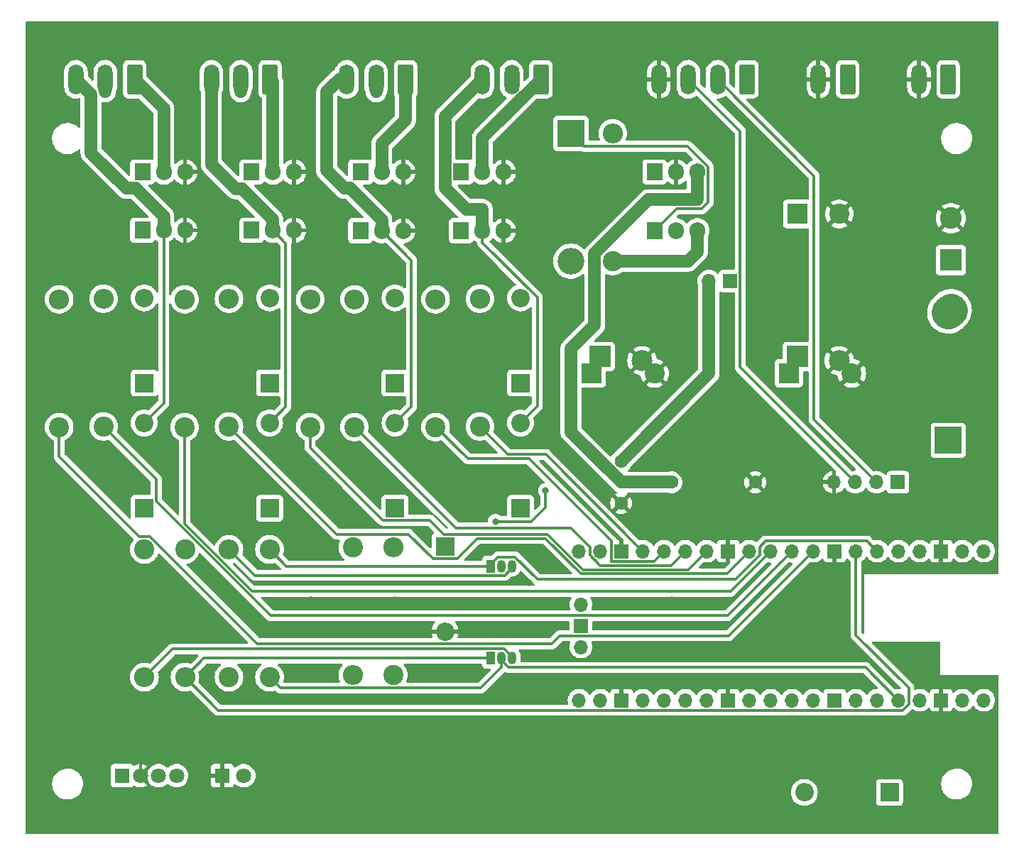
<source format=gbl>
%TF.GenerationSoftware,KiCad,Pcbnew,7.0.7+dfsg-1*%
%TF.CreationDate,2024-04-04T17:55:19+01:00*%
%TF.ProjectId,point-controller,706f696e-742d-4636-9f6e-74726f6c6c65,rev?*%
%TF.SameCoordinates,Original*%
%TF.FileFunction,Copper,L2,Bot*%
%TF.FilePolarity,Positive*%
%FSLAX46Y46*%
G04 Gerber Fmt 4.6, Leading zero omitted, Abs format (unit mm)*
G04 Created by KiCad (PCBNEW 7.0.7+dfsg-1) date 2024-04-04 17:55:19*
%MOMM*%
%LPD*%
G01*
G04 APERTURE LIST*
G04 Aperture macros list*
%AMRoundRect*
0 Rectangle with rounded corners*
0 $1 Rounding radius*
0 $2 $3 $4 $5 $6 $7 $8 $9 X,Y pos of 4 corners*
0 Add a 4 corners polygon primitive as box body*
4,1,4,$2,$3,$4,$5,$6,$7,$8,$9,$2,$3,0*
0 Add four circle primitives for the rounded corners*
1,1,$1+$1,$2,$3*
1,1,$1+$1,$4,$5*
1,1,$1+$1,$6,$7*
1,1,$1+$1,$8,$9*
0 Add four rect primitives between the rounded corners*
20,1,$1+$1,$2,$3,$4,$5,0*
20,1,$1+$1,$4,$5,$6,$7,0*
20,1,$1+$1,$6,$7,$8,$9,0*
20,1,$1+$1,$8,$9,$2,$3,0*%
G04 Aperture macros list end*
%TA.AperFunction,ComponentPad*%
%ADD10R,1.905000X2.000000*%
%TD*%
%TA.AperFunction,ComponentPad*%
%ADD11O,1.905000X2.000000*%
%TD*%
%TA.AperFunction,ComponentPad*%
%ADD12C,2.400000*%
%TD*%
%TA.AperFunction,ComponentPad*%
%ADD13O,2.400000X2.400000*%
%TD*%
%TA.AperFunction,ComponentPad*%
%ADD14R,1.800000X1.800000*%
%TD*%
%TA.AperFunction,ComponentPad*%
%ADD15C,1.800000*%
%TD*%
%TA.AperFunction,ComponentPad*%
%ADD16R,2.200000X2.200000*%
%TD*%
%TA.AperFunction,ComponentPad*%
%ADD17O,2.200000X2.200000*%
%TD*%
%TA.AperFunction,ComponentPad*%
%ADD18R,1.050000X1.500000*%
%TD*%
%TA.AperFunction,ComponentPad*%
%ADD19O,1.050000X1.500000*%
%TD*%
%TA.AperFunction,ComponentPad*%
%ADD20RoundRect,0.250000X0.650000X1.550000X-0.650000X1.550000X-0.650000X-1.550000X0.650000X-1.550000X0*%
%TD*%
%TA.AperFunction,ComponentPad*%
%ADD21O,1.800000X3.600000*%
%TD*%
%TA.AperFunction,ComponentPad*%
%ADD22R,3.200000X3.200000*%
%TD*%
%TA.AperFunction,ComponentPad*%
%ADD23O,3.200000X3.200000*%
%TD*%
%TA.AperFunction,ComponentPad*%
%ADD24C,1.600000*%
%TD*%
%TA.AperFunction,ComponentPad*%
%ADD25R,2.400000X2.400000*%
%TD*%
%TA.AperFunction,ComponentPad*%
%ADD26R,2.500000X2.500000*%
%TD*%
%TA.AperFunction,ComponentPad*%
%ADD27C,2.500000*%
%TD*%
%TA.AperFunction,ComponentPad*%
%ADD28R,2.600000X2.600000*%
%TD*%
%TA.AperFunction,ComponentPad*%
%ADD29C,2.600000*%
%TD*%
%TA.AperFunction,ComponentPad*%
%ADD30R,1.700000X1.700000*%
%TD*%
%TA.AperFunction,ComponentPad*%
%ADD31O,1.700000X1.700000*%
%TD*%
%TA.AperFunction,ViaPad*%
%ADD32C,0.800000*%
%TD*%
%TA.AperFunction,Conductor*%
%ADD33C,0.300000*%
%TD*%
%TA.AperFunction,Conductor*%
%ADD34C,1.500000*%
%TD*%
%TA.AperFunction,Conductor*%
%ADD35C,4.000000*%
%TD*%
G04 APERTURE END LIST*
D10*
%TO.P,Q7,1,G*%
%TO.N,Net-(Q7-G)*%
X57920000Y-40945000D03*
D11*
%TO.P,Q7,2,D*%
%TO.N,Net-(D10-A)*%
X60460000Y-40945000D03*
%TO.P,Q7,3,S*%
%TO.N,GND*%
X63000000Y-40945000D03*
%TD*%
D10*
%TO.P,Q1,1,G*%
%TO.N,CDU*%
X119000000Y-41000000D03*
D11*
%TO.P,Q1,2,D*%
%TO.N,+12V*%
X121540000Y-41000000D03*
%TO.P,Q1,3,S*%
%TO.N,Net-(Q1-S)*%
X124080000Y-41000000D03*
%TD*%
D12*
%TO.P,R10,1*%
%TO.N,Point 2A*%
X62959089Y-64419999D03*
D13*
%TO.P,R10,2*%
%TO.N,Net-(Q4-G)*%
X62959089Y-49179999D03*
%TD*%
D14*
%TO.P,D4,1,K*%
%TO.N,GND*%
X67460000Y-106000000D03*
D15*
%TO.P,D4,2,A*%
%TO.N,Net-(D4-A)*%
X70000000Y-106000000D03*
%TD*%
D10*
%TO.P,Q9,1,G*%
%TO.N,Net-(Q9-G)*%
X83920000Y-41000000D03*
D11*
%TO.P,Q9,2,D*%
%TO.N,Net-(D12-A)*%
X86460000Y-41000000D03*
%TO.P,Q9,3,S*%
%TO.N,GND*%
X89000000Y-41000000D03*
%TD*%
D16*
%TO.P,D3,1,K*%
%TO.N,CDU*%
X94000000Y-78660000D03*
D17*
%TO.P,D3,2,A*%
%TO.N,GND*%
X94000000Y-88820000D03*
%TD*%
D18*
%TO.P,Q2,1,S*%
%TO.N,I2C SDA*%
X99460000Y-81000000D03*
D19*
%TO.P,Q2,2,G*%
%TO.N,+3.3V*%
X100730000Y-81000000D03*
%TO.P,Q2,3,D*%
%TO.N,I2C 5V SDA*%
X102000000Y-81000000D03*
%TD*%
D16*
%TO.P,D14,1,K*%
%TO.N,CDU*%
X88040904Y-59160000D03*
D17*
%TO.P,D14,2,A*%
%TO.N,Net-(D14-A)*%
X88040904Y-49000000D03*
%TD*%
D20*
%TO.P,J9,1,Pin_1*%
%TO.N,Net-(D14-A)*%
X89296666Y-22932500D03*
D21*
%TO.P,J9,2,Pin_2*%
%TO.N,CDU*%
X85796666Y-22932500D03*
%TO.P,J9,3,Pin_3*%
%TO.N,Net-(D12-A)*%
X82296666Y-22932500D03*
%TD*%
D22*
%TO.P,D1,1,K*%
%TO.N,+12V*%
X154000000Y-66000000D03*
D23*
%TO.P,D1,2,A*%
%TO.N,Net-(D1-A)*%
X154000000Y-50760000D03*
%TD*%
D10*
%TO.P,Q5,1,G*%
%TO.N,Net-(Q5-G)*%
X70920000Y-40945000D03*
D11*
%TO.P,Q5,2,D*%
%TO.N,Net-(D8-A)*%
X73460000Y-40945000D03*
%TO.P,Q5,3,S*%
%TO.N,GND*%
X76000000Y-40945000D03*
%TD*%
D12*
%TO.P,R9,1*%
%TO.N,Point 1B*%
X53286363Y-64340000D03*
D13*
%TO.P,R9,2*%
%TO.N,Net-(Q7-G)*%
X53286363Y-49100000D03*
%TD*%
D18*
%TO.P,Q3,1,S*%
%TO.N,I2C SCL*%
X99460000Y-92000000D03*
D19*
%TO.P,Q3,2,G*%
%TO.N,+3.3V*%
X100730000Y-92000000D03*
%TO.P,Q3,3,D*%
%TO.N,I2C 5V SCL*%
X102000000Y-92000000D03*
%TD*%
D10*
%TO.P,Q6,1,G*%
%TO.N,Net-(Q6-G)*%
X57920000Y-34000000D03*
D11*
%TO.P,Q6,2,D*%
%TO.N,Net-(D9-A)*%
X60460000Y-34000000D03*
%TO.P,Q6,3,S*%
%TO.N,GND*%
X63000000Y-34000000D03*
%TD*%
D16*
%TO.P,D7,1,K*%
%TO.N,CDU*%
X73081815Y-59160000D03*
D17*
%TO.P,D7,2,A*%
%TO.N,Net-(D7-A)*%
X73081815Y-49000000D03*
%TD*%
D24*
%TO.P,C4,1*%
%TO.N,Net-(JP1-B)*%
X115000000Y-68500000D03*
%TO.P,C4,2*%
%TO.N,GND*%
X115000000Y-73500000D03*
%TD*%
D12*
%TO.P,R3,1*%
%TO.N,+12V*%
X87836370Y-94000000D03*
D13*
%TO.P,R3,2*%
%TO.N,CDU*%
X87836370Y-78760000D03*
%TD*%
D20*
%TO.P,J3,1,Pin_1*%
%TO.N,+5V*%
X130000000Y-22932500D03*
D21*
%TO.P,J3,2,Pin_2*%
%TO.N,I2C 5V SDA*%
X126500000Y-22932500D03*
%TO.P,J3,3,Pin_3*%
%TO.N,I2C 5V SCL*%
X123000000Y-22932500D03*
%TO.P,J3,4,Pin_4*%
%TO.N,GND*%
X119500000Y-22932500D03*
%TD*%
D12*
%TO.P,R6,1*%
%TO.N,+3.3V*%
X63000000Y-79000000D03*
D13*
%TO.P,R6,2*%
%TO.N,I2C SCL*%
X63000000Y-94240000D03*
%TD*%
D20*
%TO.P,J5,1,Pin_1*%
%TO.N,+5V*%
X142000000Y-22932500D03*
D21*
%TO.P,J5,2,Pin_2*%
%TO.N,GND*%
X138500000Y-22932500D03*
%TD*%
D16*
%TO.P,D12,1,K*%
%TO.N,CDU*%
X88040904Y-74080000D03*
D17*
%TO.P,D12,2,A*%
%TO.N,Net-(D12-A)*%
X88040904Y-63920000D03*
%TD*%
D12*
%TO.P,R11,1*%
%TO.N,Point 2B*%
X68245452Y-64340000D03*
D13*
%TO.P,R11,2*%
%TO.N,Net-(Q5-G)*%
X68245452Y-49100000D03*
%TD*%
D25*
%TO.P,C3,1*%
%TO.N,Net-(D2-A)*%
X135000000Y-58000000D03*
D26*
X136000000Y-56000000D03*
D27*
%TO.P,C3,2*%
%TO.N,GND*%
X141000000Y-56500000D03*
D12*
X142500000Y-58000000D03*
%TD*%
D10*
%TO.P,U1,1,IN*%
%TO.N,Net-(JP1-B)*%
X119000000Y-34000000D03*
D11*
%TO.P,U1,2,GND*%
%TO.N,GND*%
X121540000Y-34000000D03*
%TO.P,U1,3,OUT*%
%TO.N,+5V*%
X124080000Y-34000000D03*
%TD*%
D16*
%TO.P,D8,1,K*%
%TO.N,CDU*%
X73081815Y-74080000D03*
D17*
%TO.P,D8,2,A*%
%TO.N,Net-(D8-A)*%
X73081815Y-63920000D03*
%TD*%
D16*
%TO.P,D13,1,K*%
%TO.N,CDU*%
X103000000Y-59160000D03*
D17*
%TO.P,D13,2,A*%
%TO.N,Net-(D13-A)*%
X103000000Y-49000000D03*
%TD*%
D22*
%TO.P,D2,1,K*%
%TO.N,CDU*%
X109000000Y-29380000D03*
D23*
%TO.P,D2,2,A*%
%TO.N,Net-(D2-A)*%
X109000000Y-44620000D03*
%TD*%
D12*
%TO.P,R14,1*%
%TO.N,Point 4A*%
X92877267Y-64419999D03*
D13*
%TO.P,R14,2*%
%TO.N,Net-(Q10-G)*%
X92877267Y-49179999D03*
%TD*%
D20*
%TO.P,J8,1,Pin_1*%
%TO.N,Net-(D13-A)*%
X105445000Y-22932500D03*
D21*
%TO.P,J8,2,Pin_2*%
%TO.N,CDU*%
X101945000Y-22932500D03*
%TO.P,J8,3,Pin_3*%
%TO.N,Net-(D11-A)*%
X98445000Y-22932500D03*
%TD*%
D28*
%TO.P,J1,1,Pin_1*%
%TO.N,Net-(D1-A)*%
X154305000Y-44500000D03*
D29*
%TO.P,J1,2,Pin_2*%
%TO.N,GND*%
X154305000Y-39500000D03*
%TD*%
D30*
%TO.P,JP1,1,A*%
%TO.N,+12V*%
X128000000Y-47000000D03*
D31*
%TO.P,JP1,2,B*%
%TO.N,Net-(JP1-B)*%
X125460000Y-47000000D03*
%TD*%
D16*
%TO.P,D11,1,K*%
%TO.N,CDU*%
X103000000Y-74080000D03*
D17*
%TO.P,D11,2,A*%
%TO.N,Net-(D11-A)*%
X103000000Y-63920000D03*
%TD*%
D25*
%TO.P,C1,1*%
%TO.N,+12V*%
X136000000Y-39000000D03*
D12*
%TO.P,C1,2*%
%TO.N,GND*%
X141000000Y-39000000D03*
%TD*%
D10*
%TO.P,Q8,1,G*%
%TO.N,Net-(Q8-G)*%
X95920000Y-41000000D03*
D11*
%TO.P,Q8,2,D*%
%TO.N,Net-(D11-A)*%
X98460000Y-41000000D03*
%TO.P,Q8,3,S*%
%TO.N,GND*%
X101000000Y-41000000D03*
%TD*%
D16*
%TO.P,D9,1,K*%
%TO.N,CDU*%
X58122726Y-59160000D03*
D17*
%TO.P,D9,2,A*%
%TO.N,Net-(D9-A)*%
X58122726Y-49000000D03*
%TD*%
D12*
%TO.P,R1,1*%
%TO.N,Net-(Q1-S)*%
X114000000Y-44620000D03*
D13*
%TO.P,R1,2*%
%TO.N,Net-(D2-A)*%
X114000000Y-29380000D03*
%TD*%
D12*
%TO.P,R8,1*%
%TO.N,Point 1A*%
X48000000Y-64419999D03*
D13*
%TO.P,R8,2*%
%TO.N,Net-(Q6-G)*%
X48000000Y-49179999D03*
%TD*%
D20*
%TO.P,J6,1,Pin_1*%
%TO.N,Net-(D7-A)*%
X73148333Y-22932500D03*
D21*
%TO.P,J6,2,Pin_2*%
%TO.N,CDU*%
X69648333Y-22932500D03*
%TO.P,J6,3,Pin_3*%
%TO.N,Net-(D8-A)*%
X66148333Y-22932500D03*
%TD*%
D12*
%TO.P,R12,1*%
%TO.N,Point 3A*%
X77918178Y-64419999D03*
D13*
%TO.P,R12,2*%
%TO.N,Net-(Q11-G)*%
X77918178Y-49179999D03*
%TD*%
D12*
%TO.P,R2,1*%
%TO.N,Net-(D2-A)*%
X83000000Y-78760000D03*
D13*
%TO.P,R2,2*%
%TO.N,Net-(D4-A)*%
X83000000Y-94000000D03*
%TD*%
D24*
%TO.P,C5,1*%
%TO.N,+5V*%
X121000000Y-71000000D03*
%TO.P,C5,2*%
%TO.N,GND*%
X131000000Y-71000000D03*
%TD*%
D10*
%TO.P,Q11,1,G*%
%TO.N,Net-(Q11-G)*%
X83920000Y-34000000D03*
D11*
%TO.P,Q11,2,D*%
%TO.N,Net-(D14-A)*%
X86460000Y-34000000D03*
%TO.P,Q11,3,S*%
%TO.N,GND*%
X89000000Y-34000000D03*
%TD*%
D20*
%TO.P,J7,1,Pin_1*%
%TO.N,Net-(D9-A)*%
X57000000Y-22932500D03*
D21*
%TO.P,J7,2,Pin_2*%
%TO.N,CDU*%
X53500000Y-22932500D03*
%TO.P,J7,3,Pin_3*%
%TO.N,Net-(D10-A)*%
X50000000Y-22932500D03*
%TD*%
D12*
%TO.P,R5,1*%
%TO.N,+5V*%
X68245452Y-94240000D03*
D13*
%TO.P,R5,2*%
%TO.N,I2C 5V SDA*%
X68245452Y-79000000D03*
%TD*%
D20*
%TO.P,J2,1,Pin_1*%
%TO.N,+12V*%
X154000000Y-22932500D03*
D21*
%TO.P,J2,2,Pin_2*%
%TO.N,GND*%
X150500000Y-22932500D03*
%TD*%
D14*
%TO.P,D6,1,DOUT*%
%TO.N,unconnected-(D6-DOUT-Pad1)*%
X55523000Y-106000000D03*
D15*
%TO.P,D6,2,GND*%
%TO.N,GND*%
X57682000Y-106000000D03*
%TO.P,D6,3,VDD*%
%TO.N,+5V*%
X59841000Y-106000000D03*
%TO.P,D6,4,DIN*%
%TO.N,Status*%
X62000000Y-106000000D03*
%TD*%
D31*
%TO.P,U2,1,GPIO0*%
%TO.N,unconnected-(U2-GPIO0-Pad1)*%
X158240000Y-79220000D03*
%TO.P,U2,2,GPIO1*%
%TO.N,unconnected-(U2-GPIO1-Pad2)*%
X155700000Y-79220000D03*
D30*
%TO.P,U2,3,GND*%
%TO.N,GND*%
X153160000Y-79220000D03*
D31*
%TO.P,U2,4,GPIO2*%
%TO.N,unconnected-(U2-GPIO2-Pad4)*%
X150620000Y-79220000D03*
%TO.P,U2,5,GPIO3*%
%TO.N,unconnected-(U2-GPIO3-Pad5)*%
X148080000Y-79220000D03*
%TO.P,U2,6,GPIO4*%
%TO.N,I2C SDA*%
X145540000Y-79220000D03*
%TO.P,U2,7,GPIO5*%
%TO.N,I2C SCL*%
X143000000Y-79220000D03*
D30*
%TO.P,U2,8,GND*%
%TO.N,GND*%
X140460000Y-79220000D03*
D31*
%TO.P,U2,9,GPIO6*%
%TO.N,Point 1A*%
X137920000Y-79220000D03*
%TO.P,U2,10,GPIO7*%
%TO.N,Point 1B*%
X135380000Y-79220000D03*
%TO.P,U2,11,GPIO8*%
%TO.N,Point 2A*%
X132840000Y-79220000D03*
%TO.P,U2,12,GPIO9*%
%TO.N,Point 2B*%
X130300000Y-79220000D03*
D30*
%TO.P,U2,13,GND*%
%TO.N,GND*%
X127760000Y-79220000D03*
D31*
%TO.P,U2,14,GPIO10*%
%TO.N,Point 3A*%
X125220000Y-79220000D03*
%TO.P,U2,15,GPIO11*%
%TO.N,Point 3B*%
X122680000Y-79220000D03*
%TO.P,U2,16,GPIO12*%
%TO.N,Point 4A*%
X120140000Y-79220000D03*
%TO.P,U2,17,GPIO13*%
%TO.N,Point 4B*%
X117600000Y-79220000D03*
D30*
%TO.P,U2,18,GND*%
%TO.N,GND*%
X115060000Y-79220000D03*
D31*
%TO.P,U2,19,GPIO14*%
%TO.N,Status*%
X112520000Y-79220000D03*
%TO.P,U2,20,GPIO15*%
%TO.N,unconnected-(U2-GPIO15-Pad20)*%
X109980000Y-79220000D03*
%TO.P,U2,21,GPIO16*%
%TO.N,unconnected-(U2-GPIO16-Pad21)*%
X109980000Y-97000000D03*
%TO.P,U2,22,GPIO17*%
%TO.N,unconnected-(U2-GPIO17-Pad22)*%
X112520000Y-97000000D03*
D30*
%TO.P,U2,23,GND*%
%TO.N,GND*%
X115060000Y-97000000D03*
D31*
%TO.P,U2,24,GPIO18*%
%TO.N,unconnected-(U2-GPIO18-Pad24)*%
X117600000Y-97000000D03*
%TO.P,U2,25,GPIO19*%
%TO.N,unconnected-(U2-GPIO19-Pad25)*%
X120140000Y-97000000D03*
%TO.P,U2,26,GPIO20*%
%TO.N,unconnected-(U2-GPIO20-Pad26)*%
X122680000Y-97000000D03*
%TO.P,U2,27,GPIO21*%
%TO.N,unconnected-(U2-GPIO21-Pad27)*%
X125220000Y-97000000D03*
D30*
%TO.P,U2,28,GND*%
%TO.N,GND*%
X127760000Y-97000000D03*
D31*
%TO.P,U2,29,GPIO22*%
%TO.N,unconnected-(U2-GPIO22-Pad29)*%
X130300000Y-97000000D03*
%TO.P,U2,30,RUN*%
%TO.N,unconnected-(U2-RUN-Pad30)*%
X132840000Y-97000000D03*
%TO.P,U2,31,GPIO26_ADC0*%
%TO.N,unconnected-(U2-GPIO26_ADC0-Pad31)*%
X135380000Y-97000000D03*
%TO.P,U2,32,GPIO27_ADC1*%
%TO.N,unconnected-(U2-GPIO27_ADC1-Pad32)*%
X137920000Y-97000000D03*
D30*
%TO.P,U2,33,AGND*%
%TO.N,unconnected-(U2-AGND-Pad33)*%
X140460000Y-97000000D03*
D31*
%TO.P,U2,34,GPIO28_ADC2*%
%TO.N,unconnected-(U2-GPIO28_ADC2-Pad34)*%
X143000000Y-97000000D03*
%TO.P,U2,35,ADC_VREF*%
%TO.N,unconnected-(U2-ADC_VREF-Pad35)*%
X145540000Y-97000000D03*
%TO.P,U2,36,3V3*%
%TO.N,+3.3V*%
X148080000Y-97000000D03*
%TO.P,U2,37,3V3_EN*%
%TO.N,unconnected-(U2-3V3_EN-Pad37)*%
X150620000Y-97000000D03*
D30*
%TO.P,U2,38,GND*%
%TO.N,GND*%
X153160000Y-97000000D03*
D31*
%TO.P,U2,39,VSYS*%
%TO.N,Net-(D5-K)*%
X155700000Y-97000000D03*
%TO.P,U2,40,VBUS*%
%TO.N,unconnected-(U2-VBUS-Pad40)*%
X158240000Y-97000000D03*
%TO.P,U2,41,SWCLK*%
%TO.N,unconnected-(U2-SWCLK-Pad41)*%
X110210000Y-85570000D03*
D30*
%TO.P,U2,42,GND*%
%TO.N,unconnected-(U2-GND-Pad42)*%
X110210000Y-88110000D03*
D31*
%TO.P,U2,43,SWDIO*%
%TO.N,unconnected-(U2-SWDIO-Pad43)*%
X110210000Y-90650000D03*
%TD*%
D12*
%TO.P,R15,1*%
%TO.N,Point 4B*%
X98163630Y-64340000D03*
D13*
%TO.P,R15,2*%
%TO.N,Net-(Q8-G)*%
X98163630Y-49100000D03*
%TD*%
D16*
%TO.P,D5,1,K*%
%TO.N,Net-(D5-K)*%
X147000000Y-108000000D03*
D17*
%TO.P,D5,2,A*%
%TO.N,+5V*%
X136840000Y-108000000D03*
%TD*%
D30*
%TO.P,J4,1,Pin_1*%
%TO.N,+5V*%
X148000000Y-71000000D03*
D31*
%TO.P,J4,2,Pin_2*%
%TO.N,I2C 5V SDA*%
X145460000Y-71000000D03*
%TO.P,J4,3,Pin_3*%
%TO.N,I2C 5V SCL*%
X142920000Y-71000000D03*
%TO.P,J4,4,Pin_4*%
%TO.N,GND*%
X140380000Y-71000000D03*
%TD*%
D12*
%TO.P,R7,1*%
%TO.N,+5V*%
X58163637Y-79000000D03*
D13*
%TO.P,R7,2*%
%TO.N,I2C 5V SCL*%
X58163637Y-94240000D03*
%TD*%
D12*
%TO.P,R4,1*%
%TO.N,+3.3V*%
X73081815Y-94240000D03*
D13*
%TO.P,R4,2*%
%TO.N,I2C SDA*%
X73081815Y-79000000D03*
%TD*%
D12*
%TO.P,R13,1*%
%TO.N,Point 3B*%
X83204541Y-64419999D03*
D13*
%TO.P,R13,2*%
%TO.N,Net-(Q9-G)*%
X83204541Y-49179999D03*
%TD*%
D16*
%TO.P,D10,1,K*%
%TO.N,CDU*%
X58122726Y-74080000D03*
D17*
%TO.P,D10,2,A*%
%TO.N,Net-(D10-A)*%
X58122726Y-63920000D03*
%TD*%
D10*
%TO.P,Q4,1,G*%
%TO.N,Net-(Q4-G)*%
X70920000Y-34000000D03*
D11*
%TO.P,Q4,2,D*%
%TO.N,Net-(D7-A)*%
X73460000Y-34000000D03*
%TO.P,Q4,3,S*%
%TO.N,GND*%
X76000000Y-34000000D03*
%TD*%
D10*
%TO.P,Q10,1,G*%
%TO.N,Net-(Q10-G)*%
X95920000Y-34000000D03*
D11*
%TO.P,Q10,2,D*%
%TO.N,Net-(D13-A)*%
X98460000Y-34000000D03*
%TO.P,Q10,3,S*%
%TO.N,GND*%
X101000000Y-34000000D03*
%TD*%
D25*
%TO.P,C2,1*%
%TO.N,Net-(D2-A)*%
X111487246Y-58000000D03*
D26*
X112487246Y-56000000D03*
D27*
%TO.P,C2,2*%
%TO.N,GND*%
X117487246Y-56500000D03*
D12*
X118987246Y-58000000D03*
%TD*%
D32*
%TO.N,GND*%
X64500000Y-37000000D03*
X78000000Y-85000000D03*
X123250000Y-28750000D03*
X104750000Y-80000000D03*
X128500000Y-76000000D03*
X139000000Y-104000000D03*
X121000000Y-85000000D03*
X78000000Y-94000000D03*
X134000000Y-48000000D03*
X88000000Y-85000000D03*
X126000000Y-104000000D03*
X93750000Y-47177380D03*
X93000000Y-94000000D03*
X132000000Y-39000000D03*
X121000000Y-88000000D03*
X59250000Y-101500000D03*
X104000000Y-83000000D03*
X70000000Y-100750000D03*
X111000000Y-95000000D03*
X116500000Y-94500000D03*
X97250000Y-75000000D03*
%TO.N,Net-(D2-A)*%
X106000000Y-72000000D03*
X100000000Y-75684053D03*
%TD*%
D33*
%TO.N,GND*%
X67460000Y-106000000D02*
X67460000Y-103290000D01*
X127760000Y-79220000D02*
X127760000Y-76740000D01*
X67460000Y-103290000D02*
X70000000Y-100750000D01*
X127760000Y-76740000D02*
X128500000Y-76000000D01*
X63000000Y-38500000D02*
X64500000Y-37000000D01*
X57682000Y-103068000D02*
X59250000Y-101500000D01*
X63000000Y-40945000D02*
X63000000Y-38500000D01*
X57682000Y-106000000D02*
X57682000Y-103068000D01*
%TO.N,Net-(D2-A)*%
X106000000Y-73980000D02*
X106000000Y-72000000D01*
X100000000Y-75684053D02*
X104295947Y-75684053D01*
X104295947Y-75684053D02*
X106000000Y-73980000D01*
D34*
%TO.N,Net-(JP1-B)*%
X125460000Y-58040000D02*
X125460000Y-47000000D01*
X115000000Y-68500000D02*
X125460000Y-58040000D01*
%TO.N,+5V*%
X109000000Y-55087246D02*
X109000000Y-65000000D01*
X111850000Y-52237246D02*
X109000000Y-55087246D01*
X124080000Y-34000000D02*
X124080000Y-37298041D01*
X111850000Y-43729440D02*
X111850000Y-52237246D01*
X118281399Y-37298041D02*
X111850000Y-43729440D01*
X142000000Y-22932500D02*
X142000000Y-22948795D01*
X109000000Y-65000000D02*
X115000000Y-71000000D01*
X115000000Y-71000000D02*
X121000000Y-71000000D01*
X124080000Y-37298041D02*
X118281399Y-37298041D01*
D35*
%TO.N,Net-(D1-A)*%
X154305000Y-50455000D02*
X154000000Y-50760000D01*
D33*
%TO.N,CDU*%
X124601959Y-38398041D02*
X125382500Y-37617500D01*
D34*
X69648333Y-24432500D02*
X69648333Y-22932500D01*
D33*
X119000000Y-41000000D02*
X121601959Y-38398041D01*
D34*
X85796666Y-24432500D02*
X85796666Y-22932500D01*
D33*
X110550000Y-30930000D02*
X109000000Y-29380000D01*
D34*
X53500000Y-24432500D02*
X53500000Y-22932500D01*
D33*
X121601959Y-38398041D02*
X124601959Y-38398041D01*
X122930000Y-30930000D02*
X110550000Y-30930000D01*
X125382500Y-33382500D02*
X122930000Y-30930000D01*
X125382500Y-37617500D02*
X125382500Y-33382500D01*
D34*
%TO.N,Net-(D7-A)*%
X73460000Y-23244167D02*
X73148333Y-22932500D01*
X73460000Y-34000000D02*
X73460000Y-23244167D01*
D33*
%TO.N,Net-(D8-A)*%
X73081815Y-63920000D02*
X75000000Y-62001815D01*
D34*
X69822500Y-36000000D02*
X69067500Y-36000000D01*
X73460000Y-39637500D02*
X69822500Y-36000000D01*
X69067500Y-36000000D02*
X66148333Y-33080833D01*
X73460000Y-40945000D02*
X73460000Y-39637500D01*
X66148333Y-33080833D02*
X66148333Y-22932500D01*
D33*
X75000000Y-62001815D02*
X75000000Y-42485000D01*
X75000000Y-42485000D02*
X73460000Y-40945000D01*
D34*
%TO.N,Net-(D9-A)*%
X60460000Y-34000000D02*
X60460000Y-26392500D01*
X60460000Y-26392500D02*
X57000000Y-22932500D01*
D33*
%TO.N,Net-(D10-A)*%
X60460000Y-61582726D02*
X60460000Y-40945000D01*
D34*
X60460000Y-40945000D02*
X60460000Y-39278041D01*
D33*
X58122726Y-63920000D02*
X60460000Y-61582726D01*
D34*
X60460000Y-39278041D02*
X57131959Y-35950000D01*
X51800000Y-31732500D02*
X51800000Y-24732500D01*
X57131959Y-35950000D02*
X56017500Y-35950000D01*
X51800000Y-24732500D02*
X50000000Y-22932500D01*
X56017500Y-35950000D02*
X51800000Y-31732500D01*
D33*
%TO.N,Net-(D11-A)*%
X105000000Y-48949390D02*
X98460000Y-42409390D01*
D34*
X96527500Y-38460000D02*
X94000000Y-35932500D01*
D33*
X98460000Y-42409390D02*
X98460000Y-41000000D01*
D34*
X94000000Y-27377500D02*
X98445000Y-22932500D01*
X98460000Y-41000000D02*
X98460000Y-38460000D01*
X98460000Y-38460000D02*
X96527500Y-38460000D01*
X94000000Y-35932500D02*
X94000000Y-27377500D01*
D33*
X103000000Y-63920000D02*
X105000000Y-61920000D01*
X105000000Y-61920000D02*
X105000000Y-48949390D01*
D34*
%TO.N,Net-(D12-A)*%
X82722500Y-35950000D02*
X82017500Y-35950000D01*
D33*
X88040904Y-63920000D02*
X90000000Y-61960904D01*
D34*
X86460000Y-39687500D02*
X82722500Y-35950000D01*
X81396666Y-22932500D02*
X82296666Y-22932500D01*
X79896666Y-24432500D02*
X81396666Y-22932500D01*
D33*
X90000000Y-61960904D02*
X90000000Y-44540000D01*
D34*
X82017500Y-35950000D02*
X79896666Y-33829166D01*
X86460000Y-41000000D02*
X86460000Y-39687500D01*
X79896666Y-33829166D02*
X79896666Y-24432500D01*
D33*
X90000000Y-44540000D02*
X86460000Y-41000000D01*
D34*
%TO.N,Net-(D13-A)*%
X105445000Y-22948795D02*
X105445000Y-22932500D01*
X98460000Y-34000000D02*
X98460000Y-29933795D01*
X98460000Y-29933795D02*
X105445000Y-22948795D01*
%TO.N,Net-(D14-A)*%
X86460000Y-30612129D02*
X89296666Y-27775463D01*
X86460000Y-34000000D02*
X86460000Y-30612129D01*
X89296666Y-27775463D02*
X89296666Y-22932500D01*
D33*
%TO.N,I2C 5V SDA*%
X138000000Y-34432500D02*
X138000000Y-63540000D01*
X68245452Y-79000000D02*
X71345452Y-82100000D01*
X102000000Y-81225000D02*
X102000000Y-81000000D01*
X126500000Y-22932500D02*
X138000000Y-34432500D01*
X101125000Y-82100000D02*
X102000000Y-81225000D01*
X138000000Y-63540000D02*
X145460000Y-71000000D01*
X71345452Y-82100000D02*
X101125000Y-82100000D01*
%TO.N,I2C 5V SCL*%
X101092437Y-90900000D02*
X102000000Y-91807563D01*
X102000000Y-91807563D02*
X102000000Y-92000000D01*
X61503637Y-90900000D02*
X101092437Y-90900000D01*
X129200000Y-29132500D02*
X123000000Y-22932500D01*
X58163637Y-94240000D02*
X61503637Y-90900000D01*
X142920000Y-71000000D02*
X129200000Y-57280000D01*
X129200000Y-57280000D02*
X129200000Y-29132500D01*
D34*
%TO.N,Net-(Q1-S)*%
X124080000Y-43500000D02*
X124080000Y-41000000D01*
X114000000Y-44620000D02*
X122960000Y-44620000D01*
X122960000Y-44620000D02*
X124080000Y-43500000D01*
D33*
%TO.N,I2C SDA*%
X144340000Y-78020000D02*
X132202943Y-78020000D01*
X131500000Y-79717057D02*
X128617057Y-82600000D01*
X105062437Y-82600000D02*
X102362437Y-79900000D01*
X102362437Y-79900000D02*
X100335000Y-79900000D01*
X73081815Y-79000000D02*
X75081815Y-81000000D01*
X145540000Y-79220000D02*
X144340000Y-78020000D01*
X132202943Y-78020000D02*
X131500000Y-78722943D01*
X99460000Y-80775000D02*
X99460000Y-81000000D01*
X75081815Y-81000000D02*
X99460000Y-81000000D01*
X128617057Y-82600000D02*
X105062437Y-82600000D01*
X100335000Y-79900000D02*
X99460000Y-80775000D01*
X131500000Y-78722943D02*
X131500000Y-79717057D01*
%TO.N,+3.3V*%
X148080000Y-97000000D02*
X144180000Y-93100000D01*
X100730000Y-93050000D02*
X98230000Y-95550000D01*
X74391815Y-95550000D02*
X73081815Y-94240000D01*
X100730000Y-92225000D02*
X100730000Y-92000000D01*
X98230000Y-95550000D02*
X74391815Y-95550000D01*
X100730000Y-92000000D02*
X100730000Y-93050000D01*
X144180000Y-93100000D02*
X101605000Y-93100000D01*
X101605000Y-93100000D02*
X100730000Y-92225000D01*
%TO.N,I2C SCL*%
X148577057Y-98200000D02*
X66960000Y-98200000D01*
X149280000Y-97497057D02*
X149280000Y-95492132D01*
X66960000Y-98200000D02*
X63000000Y-94240000D01*
X149280000Y-97497057D02*
X148577057Y-98200000D01*
X143000000Y-89212132D02*
X143000000Y-79220000D01*
X65240000Y-92000000D02*
X99460000Y-92000000D01*
X149280000Y-95492132D02*
X143000000Y-89212132D01*
X63000000Y-94240000D02*
X65240000Y-92000000D01*
%TO.N,Point 1A*%
X107700000Y-89310000D02*
X127830000Y-89310000D01*
X58805669Y-77450000D02*
X71625669Y-90270000D01*
X48000000Y-64340000D02*
X48000000Y-67928395D01*
X57521605Y-77450000D02*
X58805669Y-77450000D01*
X48000000Y-67928395D02*
X57521605Y-77450000D01*
X127830000Y-89310000D02*
X137920000Y-79220000D01*
X106740000Y-90270000D02*
X107700000Y-89310000D01*
X71625669Y-90270000D02*
X106740000Y-90270000D01*
%TO.N,Point 1B*%
X127690000Y-86910000D02*
X135380000Y-79220000D01*
X59572726Y-70626363D02*
X59572726Y-73279832D01*
X53286363Y-64340000D02*
X59572726Y-70626363D01*
X59572726Y-73279832D02*
X73202894Y-86910000D01*
X73202894Y-86910000D02*
X127690000Y-86910000D01*
%TO.N,Point 2A*%
X62959089Y-75959089D02*
X71000000Y-84000000D01*
X128060000Y-84000000D02*
X132840000Y-79220000D01*
X71000000Y-84000000D02*
X128060000Y-84000000D01*
X62959089Y-64340000D02*
X62959089Y-75959089D01*
%TO.N,Point 2B*%
X68245452Y-64340000D02*
X81115452Y-77210000D01*
X106002894Y-77710000D02*
X110212894Y-81920000D01*
X81115452Y-77210000D02*
X89650000Y-77210000D01*
X97850000Y-77710000D02*
X106002894Y-77710000D01*
X89650000Y-77210000D02*
X92550000Y-80110000D01*
X127600000Y-81920000D02*
X130300000Y-79220000D01*
X92550000Y-80110000D02*
X95450000Y-80110000D01*
X110212894Y-81920000D02*
X127600000Y-81920000D01*
X95450000Y-80110000D02*
X97850000Y-77710000D01*
%TO.N,Point 3A*%
X93882509Y-77210000D02*
X92202509Y-75530000D01*
X86590904Y-75530000D02*
X77918178Y-66857274D01*
X106210000Y-77210000D02*
X110420000Y-81420000D01*
X93882509Y-77210000D02*
X106210000Y-77210000D01*
X123020000Y-81420000D02*
X125220000Y-79220000D01*
X92202509Y-75530000D02*
X86590904Y-75530000D01*
X110420000Y-81420000D02*
X123020000Y-81420000D01*
X77918178Y-66857274D02*
X77918178Y-64419999D01*
%TO.N,Point 3B*%
X112522943Y-80920000D02*
X120980000Y-80920000D01*
X95298094Y-76433553D02*
X109030610Y-76433553D01*
X111320000Y-78722943D02*
X111320000Y-79717057D01*
X83204541Y-64340000D02*
X95298094Y-76433553D01*
X120980000Y-80920000D02*
X122680000Y-79220000D01*
X109030610Y-76433553D02*
X111320000Y-78722943D01*
X111320000Y-79717057D02*
X112522943Y-80920000D01*
%TO.N,Point 4A*%
X113860000Y-78020000D02*
X113860000Y-80420000D01*
X118940000Y-80420000D02*
X120140000Y-79220000D01*
X96732267Y-68195000D02*
X104035000Y-68195000D01*
X104035000Y-68195000D02*
X113860000Y-78020000D01*
X113860000Y-80420000D02*
X118940000Y-80420000D01*
X92877267Y-64340000D02*
X96732267Y-68195000D01*
%TO.N,Point 4B*%
X106075000Y-67695000D02*
X117600000Y-79220000D01*
X101518630Y-67695000D02*
X106075000Y-67695000D01*
X98163630Y-64340000D02*
X101518630Y-67695000D01*
%TD*%
%TA.AperFunction,Conductor*%
%TO.N,GND*%
G36*
X127526930Y-24890911D02*
G01*
X127563973Y-24916419D01*
X137313181Y-34665627D01*
X137346666Y-34726950D01*
X137349500Y-34753308D01*
X137349500Y-37175500D01*
X137329815Y-37242539D01*
X137277011Y-37288294D01*
X137225500Y-37299500D01*
X134752129Y-37299500D01*
X134752123Y-37299501D01*
X134692516Y-37305908D01*
X134557671Y-37356202D01*
X134557664Y-37356206D01*
X134442455Y-37442452D01*
X134442452Y-37442455D01*
X134356206Y-37557664D01*
X134356202Y-37557671D01*
X134305908Y-37692517D01*
X134299501Y-37752116D01*
X134299500Y-37752135D01*
X134299500Y-40247870D01*
X134299501Y-40247876D01*
X134305908Y-40307483D01*
X134356202Y-40442328D01*
X134356206Y-40442335D01*
X134442452Y-40557544D01*
X134442455Y-40557547D01*
X134557664Y-40643793D01*
X134557671Y-40643797D01*
X134692517Y-40694091D01*
X134692516Y-40694091D01*
X134699444Y-40694835D01*
X134752127Y-40700500D01*
X137225500Y-40700499D01*
X137292539Y-40720184D01*
X137338294Y-40772987D01*
X137349500Y-40824499D01*
X137349500Y-54125500D01*
X137329815Y-54192539D01*
X137277011Y-54238294D01*
X137225500Y-54249500D01*
X134702129Y-54249500D01*
X134702123Y-54249501D01*
X134642516Y-54255908D01*
X134507671Y-54306202D01*
X134507664Y-54306206D01*
X134392455Y-54392452D01*
X134392452Y-54392455D01*
X134306206Y-54507664D01*
X134306202Y-54507671D01*
X134255908Y-54642517D01*
X134249501Y-54702116D01*
X134249499Y-54702135D01*
X134249499Y-56175500D01*
X134229814Y-56242540D01*
X134177010Y-56288294D01*
X134125499Y-56299500D01*
X133752130Y-56299500D01*
X133752123Y-56299501D01*
X133692516Y-56305908D01*
X133557671Y-56356202D01*
X133557664Y-56356206D01*
X133442455Y-56442452D01*
X133442452Y-56442455D01*
X133356206Y-56557664D01*
X133356202Y-56557671D01*
X133305908Y-56692517D01*
X133299501Y-56752116D01*
X133299500Y-56752135D01*
X133299500Y-59247870D01*
X133299501Y-59247876D01*
X133305908Y-59307483D01*
X133356202Y-59442328D01*
X133356206Y-59442335D01*
X133442452Y-59557544D01*
X133442455Y-59557547D01*
X133557664Y-59643793D01*
X133557671Y-59643797D01*
X133692517Y-59694091D01*
X133692516Y-59694091D01*
X133699444Y-59694835D01*
X133752127Y-59700500D01*
X136247872Y-59700499D01*
X136307483Y-59694091D01*
X136442331Y-59643796D01*
X136557546Y-59557546D01*
X136643796Y-59442331D01*
X136694091Y-59307483D01*
X136700500Y-59247873D01*
X136700499Y-57874498D01*
X136720184Y-57807460D01*
X136772987Y-57761705D01*
X136824499Y-57750499D01*
X137225500Y-57750499D01*
X137292539Y-57770184D01*
X137338294Y-57822988D01*
X137349500Y-57874499D01*
X137349500Y-63454494D01*
X137347732Y-63470505D01*
X137347974Y-63470528D01*
X137347240Y-63478294D01*
X137349500Y-63550203D01*
X137349500Y-63580920D01*
X137349501Y-63580940D01*
X137350418Y-63588206D01*
X137350876Y-63594024D01*
X137352402Y-63642567D01*
X137352403Y-63642570D01*
X137358323Y-63662948D01*
X137362268Y-63681996D01*
X137364928Y-63703054D01*
X137364931Y-63703064D01*
X137382813Y-63748230D01*
X137384705Y-63753758D01*
X137398254Y-63800395D01*
X137398255Y-63800397D01*
X137409060Y-63818666D01*
X137417617Y-63836134D01*
X137423226Y-63850300D01*
X137425432Y-63855872D01*
X137453983Y-63895170D01*
X137457188Y-63900049D01*
X137481919Y-63941865D01*
X137481923Y-63941869D01*
X137496925Y-63956871D01*
X137509563Y-63971669D01*
X137522033Y-63988833D01*
X137522036Y-63988836D01*
X137522037Y-63988837D01*
X137559476Y-64019809D01*
X137563776Y-64023722D01*
X140311822Y-66771768D01*
X142975091Y-69435037D01*
X143008576Y-69496360D01*
X143003592Y-69566052D01*
X142961720Y-69621985D01*
X142898218Y-69646246D01*
X142684590Y-69664937D01*
X142684589Y-69664937D01*
X142612008Y-69684384D01*
X142542158Y-69682720D01*
X142492236Y-69652290D01*
X129886819Y-57046872D01*
X129853334Y-56985549D01*
X129850500Y-56959191D01*
X129850500Y-29218001D01*
X129852268Y-29201989D01*
X129852026Y-29201967D01*
X129852758Y-29194209D01*
X129852760Y-29194203D01*
X129850499Y-29122296D01*
X129850500Y-29091575D01*
X129849578Y-29084286D01*
X129849122Y-29078480D01*
X129849099Y-29077755D01*
X129847597Y-29029931D01*
X129841676Y-29009553D01*
X129837731Y-28990504D01*
X129835071Y-28969442D01*
X129817185Y-28924269D01*
X129815296Y-28918749D01*
X129801743Y-28872100D01*
X129790940Y-28853834D01*
X129782378Y-28836356D01*
X129774568Y-28816629D01*
X129774565Y-28816625D01*
X129772016Y-28813116D01*
X129746014Y-28777327D01*
X129742811Y-28772451D01*
X129723272Y-28739413D01*
X129718081Y-28730635D01*
X129718079Y-28730633D01*
X129718078Y-28730631D01*
X129703075Y-28715629D01*
X129690435Y-28700830D01*
X129677961Y-28683660D01*
X129640528Y-28652694D01*
X129636206Y-28648760D01*
X126432639Y-25445193D01*
X126399154Y-25383870D01*
X126404138Y-25314178D01*
X126446010Y-25258245D01*
X126511474Y-25233828D01*
X126515038Y-25233625D01*
X126678532Y-25226680D01*
X126911581Y-25176454D01*
X127132790Y-25087564D01*
X127335795Y-24962569D01*
X127394368Y-24911017D01*
X127457697Y-24881502D01*
X127526930Y-24890911D01*
G37*
%TD.AperFunction*%
%TA.AperFunction,Conductor*%
G36*
X118089715Y-56749362D02*
G01*
X118096195Y-56755395D01*
X118659390Y-57318590D01*
X118692875Y-57379913D01*
X118687891Y-57449605D01*
X118647196Y-57504645D01*
X118559321Y-57572075D01*
X118559320Y-57572076D01*
X118491891Y-57659950D01*
X118435462Y-57701152D01*
X118365716Y-57705306D01*
X118305835Y-57672143D01*
X117746362Y-57112669D01*
X117712877Y-57051346D01*
X117717861Y-56981654D01*
X117754887Y-56932193D01*
X117753644Y-56930759D01*
X117760346Y-56924952D01*
X117869007Y-56830798D01*
X117904201Y-56776034D01*
X117957000Y-56730283D01*
X118026159Y-56720338D01*
X118089715Y-56749362D01*
G37*
%TD.AperFunction*%
%TA.AperFunction,Conductor*%
G36*
X141602469Y-56749362D02*
G01*
X141608949Y-56755395D01*
X142172144Y-57318590D01*
X142205629Y-57379913D01*
X142200645Y-57449605D01*
X142159950Y-57504645D01*
X142072075Y-57572075D01*
X142072074Y-57572076D01*
X142004645Y-57659950D01*
X141948216Y-57701152D01*
X141878470Y-57705306D01*
X141818589Y-57672143D01*
X141259116Y-57112669D01*
X141225631Y-57051346D01*
X141230615Y-56981654D01*
X141267641Y-56932193D01*
X141266398Y-56930759D01*
X141273100Y-56924952D01*
X141381761Y-56830798D01*
X141416955Y-56776034D01*
X141469754Y-56730283D01*
X141538913Y-56720338D01*
X141602469Y-56749362D01*
G37*
%TD.AperFunction*%
%TA.AperFunction,Conductor*%
G36*
X159942539Y-16020185D02*
G01*
X159988294Y-16072989D01*
X159999500Y-16124500D01*
X159999500Y-81876000D01*
X159979815Y-81943039D01*
X159927011Y-81988794D01*
X159875500Y-82000000D01*
X144000000Y-82000000D01*
X144000000Y-88992823D01*
X143980315Y-89059862D01*
X143927511Y-89105617D01*
X143858353Y-89115561D01*
X143794797Y-89086536D01*
X143788319Y-89080505D01*
X143753769Y-89045955D01*
X143686817Y-88979003D01*
X143653334Y-88917683D01*
X143650500Y-88891324D01*
X143650500Y-80477722D01*
X143670185Y-80410683D01*
X143703377Y-80376147D01*
X143764667Y-80333231D01*
X143871401Y-80258495D01*
X144038495Y-80091401D01*
X144168424Y-79905842D01*
X144223002Y-79862217D01*
X144292500Y-79855023D01*
X144354855Y-79886546D01*
X144371575Y-79905842D01*
X144501500Y-80091395D01*
X144501505Y-80091401D01*
X144668599Y-80258495D01*
X144695043Y-80277011D01*
X144862165Y-80394032D01*
X144862167Y-80394033D01*
X144862170Y-80394035D01*
X145076337Y-80493903D01*
X145304592Y-80555063D01*
X145475319Y-80570000D01*
X145539999Y-80575659D01*
X145540000Y-80575659D01*
X145540001Y-80575659D01*
X145604681Y-80570000D01*
X145775408Y-80555063D01*
X146003663Y-80493903D01*
X146217830Y-80394035D01*
X146411401Y-80258495D01*
X146578495Y-80091401D01*
X146708424Y-79905842D01*
X146763002Y-79862217D01*
X146832500Y-79855023D01*
X146894855Y-79886546D01*
X146911575Y-79905842D01*
X147041500Y-80091395D01*
X147041505Y-80091401D01*
X147208599Y-80258495D01*
X147235043Y-80277011D01*
X147402165Y-80394032D01*
X147402167Y-80394033D01*
X147402170Y-80394035D01*
X147616337Y-80493903D01*
X147844592Y-80555063D01*
X148015319Y-80570000D01*
X148079999Y-80575659D01*
X148080000Y-80575659D01*
X148080001Y-80575659D01*
X148144681Y-80570000D01*
X148315408Y-80555063D01*
X148543663Y-80493903D01*
X148757830Y-80394035D01*
X148951401Y-80258495D01*
X149118495Y-80091401D01*
X149248424Y-79905842D01*
X149303002Y-79862217D01*
X149372500Y-79855023D01*
X149434855Y-79886546D01*
X149451575Y-79905842D01*
X149581500Y-80091395D01*
X149581505Y-80091401D01*
X149748599Y-80258495D01*
X149775043Y-80277011D01*
X149942165Y-80394032D01*
X149942167Y-80394033D01*
X149942170Y-80394035D01*
X150156337Y-80493903D01*
X150384592Y-80555063D01*
X150555319Y-80570000D01*
X150619999Y-80575659D01*
X150620000Y-80575659D01*
X150620001Y-80575659D01*
X150684681Y-80570000D01*
X150855408Y-80555063D01*
X151083663Y-80493903D01*
X151297830Y-80394035D01*
X151491401Y-80258495D01*
X151613717Y-80136178D01*
X151675036Y-80102696D01*
X151744728Y-80107680D01*
X151800662Y-80149551D01*
X151817577Y-80180528D01*
X151866646Y-80312088D01*
X151866649Y-80312093D01*
X151952809Y-80427187D01*
X151952812Y-80427190D01*
X152067906Y-80513350D01*
X152067913Y-80513354D01*
X152202620Y-80563596D01*
X152202627Y-80563598D01*
X152262155Y-80569999D01*
X152262172Y-80570000D01*
X152910000Y-80570000D01*
X152910000Y-79842403D01*
X152929685Y-79775364D01*
X152982489Y-79729609D01*
X153051646Y-79719665D01*
X153123527Y-79730000D01*
X153123530Y-79730000D01*
X153196470Y-79730000D01*
X153196473Y-79730000D01*
X153268353Y-79719665D01*
X153337512Y-79729609D01*
X153390316Y-79775364D01*
X153410000Y-79842403D01*
X153410000Y-80570000D01*
X154057828Y-80570000D01*
X154057844Y-80569999D01*
X154117372Y-80563598D01*
X154117379Y-80563596D01*
X154252086Y-80513354D01*
X154252093Y-80513350D01*
X154367187Y-80427190D01*
X154367190Y-80427187D01*
X154453350Y-80312093D01*
X154453354Y-80312086D01*
X154502422Y-80180529D01*
X154544293Y-80124595D01*
X154609757Y-80100178D01*
X154678030Y-80115030D01*
X154706285Y-80136181D01*
X154828599Y-80258495D01*
X154855043Y-80277011D01*
X155022165Y-80394032D01*
X155022167Y-80394033D01*
X155022170Y-80394035D01*
X155236337Y-80493903D01*
X155464592Y-80555063D01*
X155635319Y-80570000D01*
X155699999Y-80575659D01*
X155700000Y-80575659D01*
X155700001Y-80575659D01*
X155764681Y-80570000D01*
X155935408Y-80555063D01*
X156163663Y-80493903D01*
X156377830Y-80394035D01*
X156571401Y-80258495D01*
X156738495Y-80091401D01*
X156868424Y-79905842D01*
X156923002Y-79862217D01*
X156992500Y-79855023D01*
X157054855Y-79886546D01*
X157071575Y-79905842D01*
X157201500Y-80091395D01*
X157201505Y-80091401D01*
X157368599Y-80258495D01*
X157395043Y-80277011D01*
X157562165Y-80394032D01*
X157562167Y-80394033D01*
X157562170Y-80394035D01*
X157776337Y-80493903D01*
X158004592Y-80555063D01*
X158175319Y-80570000D01*
X158239999Y-80575659D01*
X158240000Y-80575659D01*
X158240001Y-80575659D01*
X158304681Y-80570000D01*
X158475408Y-80555063D01*
X158703663Y-80493903D01*
X158917830Y-80394035D01*
X159111401Y-80258495D01*
X159278495Y-80091401D01*
X159414035Y-79897830D01*
X159513903Y-79683663D01*
X159575063Y-79455408D01*
X159595659Y-79220000D01*
X159575063Y-78984592D01*
X159514886Y-78760004D01*
X159513905Y-78756344D01*
X159513904Y-78756343D01*
X159513903Y-78756337D01*
X159414035Y-78542171D01*
X159408425Y-78534158D01*
X159278494Y-78348597D01*
X159111402Y-78181506D01*
X159111395Y-78181501D01*
X158917834Y-78045967D01*
X158917830Y-78045965D01*
X158903726Y-78039388D01*
X158703663Y-77946097D01*
X158703659Y-77946096D01*
X158703655Y-77946094D01*
X158475413Y-77884938D01*
X158475403Y-77884936D01*
X158240001Y-77864341D01*
X158239999Y-77864341D01*
X158004596Y-77884936D01*
X158004586Y-77884938D01*
X157776344Y-77946094D01*
X157776335Y-77946098D01*
X157562171Y-78045964D01*
X157562169Y-78045965D01*
X157368597Y-78181505D01*
X157201505Y-78348597D01*
X157071575Y-78534158D01*
X157016998Y-78577783D01*
X156947500Y-78584977D01*
X156885145Y-78553454D01*
X156868425Y-78534158D01*
X156738494Y-78348597D01*
X156571402Y-78181506D01*
X156571395Y-78181501D01*
X156377834Y-78045967D01*
X156377830Y-78045965D01*
X156363726Y-78039388D01*
X156163663Y-77946097D01*
X156163659Y-77946096D01*
X156163655Y-77946094D01*
X155935413Y-77884938D01*
X155935403Y-77884936D01*
X155700001Y-77864341D01*
X155699999Y-77864341D01*
X155464596Y-77884936D01*
X155464586Y-77884938D01*
X155236344Y-77946094D01*
X155236335Y-77946098D01*
X155022171Y-78045964D01*
X155022169Y-78045965D01*
X154828600Y-78181503D01*
X154706284Y-78303819D01*
X154644961Y-78337303D01*
X154575269Y-78332319D01*
X154519336Y-78290447D01*
X154502421Y-78259470D01*
X154453354Y-78127913D01*
X154453350Y-78127906D01*
X154367190Y-78012812D01*
X154367187Y-78012809D01*
X154252093Y-77926649D01*
X154252086Y-77926645D01*
X154117379Y-77876403D01*
X154117372Y-77876401D01*
X154057844Y-77870000D01*
X153410000Y-77870000D01*
X153410000Y-78597596D01*
X153390315Y-78664635D01*
X153337511Y-78710390D01*
X153268355Y-78720334D01*
X153196476Y-78710000D01*
X153196473Y-78710000D01*
X153123527Y-78710000D01*
X153123523Y-78710000D01*
X153051645Y-78720334D01*
X152982487Y-78710390D01*
X152929684Y-78664634D01*
X152910000Y-78597596D01*
X152910000Y-77870000D01*
X152262155Y-77870000D01*
X152202627Y-77876401D01*
X152202620Y-77876403D01*
X152067913Y-77926645D01*
X152067906Y-77926649D01*
X151952812Y-78012809D01*
X151952809Y-78012812D01*
X151866649Y-78127906D01*
X151866645Y-78127913D01*
X151817578Y-78259470D01*
X151775707Y-78315404D01*
X151710242Y-78339821D01*
X151641969Y-78324969D01*
X151613715Y-78303819D01*
X151567258Y-78257362D01*
X151491401Y-78181505D01*
X151491397Y-78181502D01*
X151491396Y-78181501D01*
X151297834Y-78045967D01*
X151297830Y-78045965D01*
X151283726Y-78039388D01*
X151083663Y-77946097D01*
X151083659Y-77946096D01*
X151083655Y-77946094D01*
X150855413Y-77884938D01*
X150855403Y-77884936D01*
X150620001Y-77864341D01*
X150619999Y-77864341D01*
X150384596Y-77884936D01*
X150384586Y-77884938D01*
X150156344Y-77946094D01*
X150156335Y-77946098D01*
X149942171Y-78045964D01*
X149942169Y-78045965D01*
X149748597Y-78181505D01*
X149581505Y-78348597D01*
X149451575Y-78534158D01*
X149396998Y-78577783D01*
X149327500Y-78584977D01*
X149265145Y-78553454D01*
X149248425Y-78534158D01*
X149118494Y-78348597D01*
X148951402Y-78181506D01*
X148951395Y-78181501D01*
X148757834Y-78045967D01*
X148757830Y-78045965D01*
X148743726Y-78039388D01*
X148543663Y-77946097D01*
X148543659Y-77946096D01*
X148543655Y-77946094D01*
X148315413Y-77884938D01*
X148315403Y-77884936D01*
X148080001Y-77864341D01*
X148079999Y-77864341D01*
X147844596Y-77884936D01*
X147844586Y-77884938D01*
X147616344Y-77946094D01*
X147616335Y-77946098D01*
X147402171Y-78045964D01*
X147402169Y-78045965D01*
X147208597Y-78181505D01*
X147041505Y-78348597D01*
X146911575Y-78534158D01*
X146856998Y-78577783D01*
X146787500Y-78584977D01*
X146725145Y-78553454D01*
X146708425Y-78534158D01*
X146578494Y-78348597D01*
X146411402Y-78181506D01*
X146411395Y-78181501D01*
X146217834Y-78045967D01*
X146217830Y-78045965D01*
X146203726Y-78039388D01*
X146003663Y-77946097D01*
X146003659Y-77946096D01*
X146003655Y-77946094D01*
X145775413Y-77884938D01*
X145775403Y-77884936D01*
X145540001Y-77864341D01*
X145539999Y-77864341D01*
X145304590Y-77884937D01*
X145304589Y-77884937D01*
X145232008Y-77904384D01*
X145162158Y-77902720D01*
X145112236Y-77872290D01*
X144860434Y-77620488D01*
X144850361Y-77607914D01*
X144850174Y-77608070D01*
X144845201Y-77602059D01*
X144792756Y-77552810D01*
X144771035Y-77531089D01*
X144765240Y-77526594D01*
X144760798Y-77522799D01*
X144725396Y-77489554D01*
X144725388Y-77489548D01*
X144706792Y-77479325D01*
X144690531Y-77468644D01*
X144673763Y-77455637D01*
X144650180Y-77445432D01*
X144629178Y-77436343D01*
X144623956Y-77433786D01*
X144581368Y-77410373D01*
X144581365Y-77410372D01*
X144560801Y-77405092D01*
X144542396Y-77398790D01*
X144522927Y-77390365D01*
X144522921Y-77390363D01*
X144474951Y-77382766D01*
X144469236Y-77381582D01*
X144451201Y-77376952D01*
X144422180Y-77369500D01*
X144422177Y-77369500D01*
X144400955Y-77369500D01*
X144381555Y-77367973D01*
X144360596Y-77364653D01*
X144360595Y-77364653D01*
X144336786Y-77366903D01*
X144312230Y-77369225D01*
X144306392Y-77369500D01*
X132288449Y-77369500D01*
X132272438Y-77367732D01*
X132272416Y-77367974D01*
X132264649Y-77367239D01*
X132192726Y-77369500D01*
X132162018Y-77369500D01*
X132162014Y-77369500D01*
X132162003Y-77369501D01*
X132154747Y-77370417D01*
X132148929Y-77370875D01*
X132100376Y-77372401D01*
X132085816Y-77376630D01*
X132079983Y-77378325D01*
X132060939Y-77382269D01*
X132039885Y-77384929D01*
X132039883Y-77384929D01*
X131994724Y-77402808D01*
X131989198Y-77404700D01*
X131942544Y-77418254D01*
X131924268Y-77429063D01*
X131906803Y-77437619D01*
X131887067Y-77445433D01*
X131847767Y-77473986D01*
X131842885Y-77477193D01*
X131801079Y-77501917D01*
X131786067Y-77516929D01*
X131771279Y-77529558D01*
X131754110Y-77542032D01*
X131754108Y-77542034D01*
X131723137Y-77579470D01*
X131719205Y-77583791D01*
X131215619Y-78087376D01*
X131154296Y-78120861D01*
X131084604Y-78115877D01*
X131056815Y-78101270D01*
X130977834Y-78045967D01*
X130977830Y-78045965D01*
X130963726Y-78039388D01*
X130763663Y-77946097D01*
X130763659Y-77946096D01*
X130763655Y-77946094D01*
X130535413Y-77884938D01*
X130535403Y-77884936D01*
X130300001Y-77864341D01*
X130299999Y-77864341D01*
X130064596Y-77884936D01*
X130064586Y-77884938D01*
X129836344Y-77946094D01*
X129836335Y-77946098D01*
X129622171Y-78045964D01*
X129622169Y-78045965D01*
X129428600Y-78181503D01*
X129306284Y-78303819D01*
X129244961Y-78337303D01*
X129175269Y-78332319D01*
X129119336Y-78290447D01*
X129102421Y-78259470D01*
X129053354Y-78127913D01*
X129053350Y-78127906D01*
X128967190Y-78012812D01*
X128967187Y-78012809D01*
X128852093Y-77926649D01*
X128852086Y-77926645D01*
X128717379Y-77876403D01*
X128717372Y-77876401D01*
X128657844Y-77870000D01*
X128010000Y-77870000D01*
X128010000Y-78597596D01*
X127990315Y-78664635D01*
X127937511Y-78710390D01*
X127868355Y-78720334D01*
X127796476Y-78710000D01*
X127796473Y-78710000D01*
X127723527Y-78710000D01*
X127723523Y-78710000D01*
X127651645Y-78720334D01*
X127582487Y-78710390D01*
X127529684Y-78664634D01*
X127510000Y-78597596D01*
X127510000Y-77870000D01*
X126862155Y-77870000D01*
X126802627Y-77876401D01*
X126802620Y-77876403D01*
X126667913Y-77926645D01*
X126667906Y-77926649D01*
X126552812Y-78012809D01*
X126552809Y-78012812D01*
X126466649Y-78127906D01*
X126466645Y-78127913D01*
X126417578Y-78259470D01*
X126375707Y-78315404D01*
X126310242Y-78339821D01*
X126241969Y-78324969D01*
X126213715Y-78303819D01*
X126167258Y-78257362D01*
X126091401Y-78181505D01*
X126091397Y-78181502D01*
X126091396Y-78181501D01*
X125897834Y-78045967D01*
X125897830Y-78045965D01*
X125883726Y-78039388D01*
X125683663Y-77946097D01*
X125683659Y-77946096D01*
X125683655Y-77946094D01*
X125455413Y-77884938D01*
X125455403Y-77884936D01*
X125220001Y-77864341D01*
X125219999Y-77864341D01*
X124984596Y-77884936D01*
X124984586Y-77884938D01*
X124756344Y-77946094D01*
X124756335Y-77946098D01*
X124542171Y-78045964D01*
X124542169Y-78045965D01*
X124348597Y-78181505D01*
X124181505Y-78348597D01*
X124051575Y-78534158D01*
X123996998Y-78577783D01*
X123927500Y-78584977D01*
X123865145Y-78553454D01*
X123848425Y-78534158D01*
X123718494Y-78348597D01*
X123551402Y-78181506D01*
X123551395Y-78181501D01*
X123357834Y-78045967D01*
X123357830Y-78045965D01*
X123343726Y-78039388D01*
X123143663Y-77946097D01*
X123143659Y-77946096D01*
X123143655Y-77946094D01*
X122915413Y-77884938D01*
X122915403Y-77884936D01*
X122680001Y-77864341D01*
X122679999Y-77864341D01*
X122444596Y-77884936D01*
X122444586Y-77884938D01*
X122216344Y-77946094D01*
X122216335Y-77946098D01*
X122002171Y-78045964D01*
X122002169Y-78045965D01*
X121808597Y-78181505D01*
X121641508Y-78348594D01*
X121511574Y-78534159D01*
X121456997Y-78577784D01*
X121387498Y-78584976D01*
X121325144Y-78553454D01*
X121308424Y-78534158D01*
X121282659Y-78497362D01*
X121178495Y-78348599D01*
X121178494Y-78348597D01*
X121011402Y-78181506D01*
X121011395Y-78181501D01*
X120817834Y-78045967D01*
X120817830Y-78045965D01*
X120803726Y-78039388D01*
X120603663Y-77946097D01*
X120603659Y-77946096D01*
X120603655Y-77946094D01*
X120375413Y-77884938D01*
X120375403Y-77884936D01*
X120140001Y-77864341D01*
X120139999Y-77864341D01*
X119904596Y-77884936D01*
X119904586Y-77884938D01*
X119676344Y-77946094D01*
X119676335Y-77946098D01*
X119462171Y-78045964D01*
X119462169Y-78045965D01*
X119268597Y-78181505D01*
X119101508Y-78348594D01*
X118971574Y-78534159D01*
X118916997Y-78577784D01*
X118847498Y-78584976D01*
X118785144Y-78553454D01*
X118768424Y-78534158D01*
X118742659Y-78497362D01*
X118638495Y-78348599D01*
X118638494Y-78348597D01*
X118471402Y-78181506D01*
X118471395Y-78181501D01*
X118277834Y-78045967D01*
X118277830Y-78045965D01*
X118263726Y-78039388D01*
X118063663Y-77946097D01*
X118063659Y-77946096D01*
X118063655Y-77946094D01*
X117835413Y-77884938D01*
X117835403Y-77884936D01*
X117600001Y-77864341D01*
X117599999Y-77864341D01*
X117364590Y-77884937D01*
X117364589Y-77884937D01*
X117292008Y-77904384D01*
X117222158Y-77902720D01*
X117172236Y-77872290D01*
X106595434Y-67295488D01*
X106585361Y-67282914D01*
X106585174Y-67283070D01*
X106580201Y-67277059D01*
X106527756Y-67227810D01*
X106506035Y-67206089D01*
X106500240Y-67201594D01*
X106495798Y-67197799D01*
X106460396Y-67164554D01*
X106460388Y-67164548D01*
X106441792Y-67154325D01*
X106425531Y-67143644D01*
X106408763Y-67130637D01*
X106385295Y-67120482D01*
X106364178Y-67111343D01*
X106358956Y-67108786D01*
X106316368Y-67085373D01*
X106316365Y-67085372D01*
X106295801Y-67080092D01*
X106277396Y-67073790D01*
X106257927Y-67065365D01*
X106257921Y-67065363D01*
X106209951Y-67057766D01*
X106204236Y-67056582D01*
X106187772Y-67052355D01*
X106157180Y-67044500D01*
X106157177Y-67044500D01*
X106135955Y-67044500D01*
X106116555Y-67042973D01*
X106095596Y-67039653D01*
X106095595Y-67039653D01*
X106071786Y-67041903D01*
X106047230Y-67044225D01*
X106041392Y-67044500D01*
X101839438Y-67044500D01*
X101772399Y-67024815D01*
X101751757Y-67008181D01*
X99792223Y-65048647D01*
X99758738Y-64987324D01*
X99763722Y-64917632D01*
X99764424Y-64915795D01*
X99793138Y-64842637D01*
X99849852Y-64594157D01*
X99862903Y-64419999D01*
X99868898Y-64340004D01*
X99868898Y-64339995D01*
X99849852Y-64085845D01*
X99839948Y-64042454D01*
X99793138Y-63837363D01*
X99700023Y-63600112D01*
X99572589Y-63379388D01*
X99413680Y-63180123D01*
X99226847Y-63006768D01*
X99016264Y-62863195D01*
X99016260Y-62863193D01*
X99016257Y-62863191D01*
X99016256Y-62863190D01*
X98786636Y-62752612D01*
X98786638Y-62752612D01*
X98543096Y-62677489D01*
X98543092Y-62677488D01*
X98543088Y-62677487D01*
X98421861Y-62659214D01*
X98291070Y-62639500D01*
X98291065Y-62639500D01*
X98036195Y-62639500D01*
X98036189Y-62639500D01*
X97879239Y-62663157D01*
X97784172Y-62677487D01*
X97784168Y-62677488D01*
X97784169Y-62677488D01*
X97784163Y-62677489D01*
X97540622Y-62752612D01*
X97311003Y-62863190D01*
X97311002Y-62863191D01*
X97100412Y-63006768D01*
X96913582Y-63180121D01*
X96913580Y-63180123D01*
X96754671Y-63379388D01*
X96627238Y-63600109D01*
X96534122Y-63837362D01*
X96534120Y-63837369D01*
X96477407Y-64085845D01*
X96458362Y-64339995D01*
X96458362Y-64340004D01*
X96477407Y-64594154D01*
X96495666Y-64674153D01*
X96534122Y-64842637D01*
X96627237Y-65079888D01*
X96754671Y-65300612D01*
X96913580Y-65499877D01*
X97100413Y-65673232D01*
X97310996Y-65816805D01*
X97311001Y-65816807D01*
X97311002Y-65816808D01*
X97311003Y-65816809D01*
X97432958Y-65875538D01*
X97540622Y-65927387D01*
X97540623Y-65927387D01*
X97540626Y-65927389D01*
X97784172Y-66002513D01*
X98036195Y-66040500D01*
X98291065Y-66040500D01*
X98543088Y-66002513D01*
X98749203Y-65938934D01*
X98819061Y-65937985D01*
X98873429Y-65969745D01*
X100236503Y-67332819D01*
X100269988Y-67394142D01*
X100265004Y-67463834D01*
X100223132Y-67519767D01*
X100157668Y-67544184D01*
X100148822Y-67544500D01*
X97053075Y-67544500D01*
X96986036Y-67524815D01*
X96965394Y-67508181D01*
X94528408Y-65071195D01*
X94494923Y-65009872D01*
X94499907Y-64940180D01*
X94500619Y-64938319D01*
X94506775Y-64922636D01*
X94563489Y-64674156D01*
X94582535Y-64419999D01*
X94577449Y-64352135D01*
X94563887Y-64171151D01*
X94563489Y-64165842D01*
X94506775Y-63917362D01*
X94413660Y-63680111D01*
X94286226Y-63459387D01*
X94127317Y-63260122D01*
X93940484Y-63086767D01*
X93729901Y-62943194D01*
X93729897Y-62943192D01*
X93729894Y-62943190D01*
X93729893Y-62943189D01*
X93500273Y-62832611D01*
X93500275Y-62832611D01*
X93256733Y-62757488D01*
X93256729Y-62757487D01*
X93256725Y-62757486D01*
X93135498Y-62739213D01*
X93004707Y-62719499D01*
X93004702Y-62719499D01*
X92749832Y-62719499D01*
X92749826Y-62719499D01*
X92592876Y-62743156D01*
X92497809Y-62757486D01*
X92497805Y-62757487D01*
X92497806Y-62757487D01*
X92497800Y-62757488D01*
X92254259Y-62832611D01*
X92024640Y-62943189D01*
X92024639Y-62943190D01*
X91814049Y-63086767D01*
X91627219Y-63260120D01*
X91627217Y-63260122D01*
X91468308Y-63459387D01*
X91340875Y-63680108D01*
X91247759Y-63917361D01*
X91247757Y-63917368D01*
X91191044Y-64165844D01*
X91171999Y-64419994D01*
X91171999Y-64420003D01*
X91191044Y-64674153D01*
X91247757Y-64922629D01*
X91247759Y-64922636D01*
X91340874Y-65159887D01*
X91468308Y-65380611D01*
X91627217Y-65579876D01*
X91814050Y-65753231D01*
X92024633Y-65896804D01*
X92024638Y-65896806D01*
X92024639Y-65896807D01*
X92024640Y-65896808D01*
X92088139Y-65927387D01*
X92254259Y-66007386D01*
X92254260Y-66007386D01*
X92254263Y-66007388D01*
X92497809Y-66082512D01*
X92749832Y-66120499D01*
X93004702Y-66120499D01*
X93256725Y-66082512D01*
X93500271Y-66007388D01*
X93504983Y-66005118D01*
X93573922Y-65993760D01*
X93638059Y-66021477D01*
X93646474Y-66029153D01*
X96211831Y-68594510D01*
X96221902Y-68607080D01*
X96222089Y-68606926D01*
X96227063Y-68612937D01*
X96227065Y-68612940D01*
X96255612Y-68639748D01*
X96279510Y-68662190D01*
X96301234Y-68683913D01*
X96307024Y-68688405D01*
X96311464Y-68692197D01*
X96340765Y-68719711D01*
X96346874Y-68725448D01*
X96346876Y-68725449D01*
X96365472Y-68735672D01*
X96381737Y-68746357D01*
X96398499Y-68759360D01*
X96398502Y-68759361D01*
X96398503Y-68759362D01*
X96443090Y-68778656D01*
X96448326Y-68781221D01*
X96490899Y-68804627D01*
X96506607Y-68808659D01*
X96511453Y-68809904D01*
X96529865Y-68816207D01*
X96549340Y-68824635D01*
X96597338Y-68832237D01*
X96603007Y-68833411D01*
X96650090Y-68845500D01*
X96671318Y-68845500D01*
X96690715Y-68847026D01*
X96711670Y-68850345D01*
X96711671Y-68850346D01*
X96711671Y-68850345D01*
X96711672Y-68850346D01*
X96760027Y-68845775D01*
X96765866Y-68845500D01*
X103714192Y-68845500D01*
X103781231Y-68865185D01*
X103801873Y-68881819D01*
X105838046Y-70917992D01*
X105871531Y-70979315D01*
X105866547Y-71049007D01*
X105824675Y-71104940D01*
X105776147Y-71126963D01*
X105720196Y-71138856D01*
X105720192Y-71138857D01*
X105547270Y-71215848D01*
X105547265Y-71215851D01*
X105394129Y-71327111D01*
X105267466Y-71467785D01*
X105172821Y-71631715D01*
X105172818Y-71631722D01*
X105114327Y-71811740D01*
X105114326Y-71811744D01*
X105094540Y-72000000D01*
X105114326Y-72188256D01*
X105114327Y-72188259D01*
X105172818Y-72368277D01*
X105172821Y-72368284D01*
X105267467Y-72532216D01*
X105271060Y-72536206D01*
X105317649Y-72587949D01*
X105347879Y-72650941D01*
X105349499Y-72670921D01*
X105349500Y-73659191D01*
X105329816Y-73726230D01*
X105313181Y-73746872D01*
X104812180Y-74247873D01*
X104750857Y-74281358D01*
X104681165Y-74276374D01*
X104625232Y-74234502D01*
X104600815Y-74169038D01*
X104600499Y-74160192D01*
X104600499Y-72932129D01*
X104600498Y-72932123D01*
X104600497Y-72932116D01*
X104594091Y-72872517D01*
X104584766Y-72847516D01*
X104543797Y-72737671D01*
X104543793Y-72737664D01*
X104457547Y-72622455D01*
X104457544Y-72622452D01*
X104342335Y-72536206D01*
X104342328Y-72536202D01*
X104207482Y-72485908D01*
X104207483Y-72485908D01*
X104147883Y-72479501D01*
X104147881Y-72479500D01*
X104147873Y-72479500D01*
X104147864Y-72479500D01*
X101852129Y-72479500D01*
X101852123Y-72479501D01*
X101792516Y-72485908D01*
X101657671Y-72536202D01*
X101657664Y-72536206D01*
X101542455Y-72622452D01*
X101542452Y-72622455D01*
X101456206Y-72737664D01*
X101456202Y-72737671D01*
X101405908Y-72872517D01*
X101399501Y-72932116D01*
X101399500Y-72932127D01*
X101399500Y-73976096D01*
X101399501Y-74909553D01*
X101379816Y-74976592D01*
X101327013Y-75022347D01*
X101275501Y-75033553D01*
X100676975Y-75033553D01*
X100609936Y-75013868D01*
X100604090Y-75009871D01*
X100452734Y-74899904D01*
X100452729Y-74899901D01*
X100279807Y-74822910D01*
X100279802Y-74822908D01*
X100134000Y-74791918D01*
X100094646Y-74783553D01*
X99905354Y-74783553D01*
X99872897Y-74790451D01*
X99720197Y-74822908D01*
X99720192Y-74822910D01*
X99547270Y-74899901D01*
X99547265Y-74899904D01*
X99394129Y-75011164D01*
X99267466Y-75151838D01*
X99172821Y-75315768D01*
X99172818Y-75315775D01*
X99138195Y-75422335D01*
X99114326Y-75495797D01*
X99095805Y-75672016D01*
X99069222Y-75736629D01*
X99011924Y-75776614D01*
X98972485Y-75783053D01*
X95618902Y-75783053D01*
X95551863Y-75763368D01*
X95531221Y-75746734D01*
X84855682Y-65071195D01*
X84822197Y-65009872D01*
X84827181Y-64940180D01*
X84827893Y-64938319D01*
X84834049Y-64922636D01*
X84890763Y-64674156D01*
X84909809Y-64419999D01*
X84904723Y-64352135D01*
X84891161Y-64171151D01*
X84890763Y-64165842D01*
X84834049Y-63917362D01*
X84740934Y-63680111D01*
X84613500Y-63459387D01*
X84454591Y-63260122D01*
X84267758Y-63086767D01*
X84057175Y-62943194D01*
X84057171Y-62943192D01*
X84057168Y-62943190D01*
X84057167Y-62943189D01*
X83827547Y-62832611D01*
X83827549Y-62832611D01*
X83584007Y-62757488D01*
X83584003Y-62757487D01*
X83583999Y-62757486D01*
X83462772Y-62739213D01*
X83331981Y-62719499D01*
X83331976Y-62719499D01*
X83077106Y-62719499D01*
X83077100Y-62719499D01*
X82920150Y-62743156D01*
X82825083Y-62757486D01*
X82825079Y-62757487D01*
X82825080Y-62757487D01*
X82825074Y-62757488D01*
X82581533Y-62832611D01*
X82351914Y-62943189D01*
X82351913Y-62943190D01*
X82141323Y-63086767D01*
X81954493Y-63260120D01*
X81954491Y-63260122D01*
X81795582Y-63459387D01*
X81668149Y-63680108D01*
X81575033Y-63917361D01*
X81575031Y-63917368D01*
X81518318Y-64165844D01*
X81499273Y-64419994D01*
X81499273Y-64420003D01*
X81518318Y-64674153D01*
X81575031Y-64922629D01*
X81575033Y-64922636D01*
X81668148Y-65159887D01*
X81795582Y-65380611D01*
X81954491Y-65579876D01*
X82141324Y-65753231D01*
X82351907Y-65896804D01*
X82351912Y-65896806D01*
X82351913Y-65896807D01*
X82351914Y-65896808D01*
X82415413Y-65927387D01*
X82581533Y-66007386D01*
X82581534Y-66007386D01*
X82581537Y-66007388D01*
X82825083Y-66082512D01*
X83077106Y-66120499D01*
X83331976Y-66120499D01*
X83583999Y-66082512D01*
X83827545Y-66007388D01*
X83832257Y-66005118D01*
X83901196Y-65993760D01*
X83965333Y-66021477D01*
X83973748Y-66029153D01*
X92852469Y-74907874D01*
X92865837Y-74932355D01*
X92877431Y-74936046D01*
X92895736Y-74951141D01*
X94292414Y-76347819D01*
X94325899Y-76409142D01*
X94320915Y-76478834D01*
X94279043Y-76534767D01*
X94213579Y-76559184D01*
X94204733Y-76559500D01*
X94203317Y-76559500D01*
X94136278Y-76539815D01*
X94115636Y-76523181D01*
X92722943Y-75130488D01*
X92712893Y-75117944D01*
X92712707Y-75118099D01*
X92712534Y-75117890D01*
X92712168Y-75117038D01*
X92705923Y-75109243D01*
X92703527Y-75105467D01*
X92705299Y-75104342D01*
X92679904Y-75085947D01*
X92655265Y-75062810D01*
X92633544Y-75041089D01*
X92627749Y-75036594D01*
X92623307Y-75032799D01*
X92587905Y-74999554D01*
X92587897Y-74999548D01*
X92569301Y-74989325D01*
X92553040Y-74978644D01*
X92536272Y-74965637D01*
X92512804Y-74955482D01*
X92491687Y-74946343D01*
X92486465Y-74943786D01*
X92443877Y-74920373D01*
X92443874Y-74920372D01*
X92423310Y-74915092D01*
X92404905Y-74908790D01*
X92385436Y-74900365D01*
X92385430Y-74900363D01*
X92337460Y-74892766D01*
X92331745Y-74891582D01*
X92315281Y-74887355D01*
X92284689Y-74879500D01*
X92284686Y-74879500D01*
X92263464Y-74879500D01*
X92244064Y-74877973D01*
X92223105Y-74874653D01*
X92223104Y-74874653D01*
X92199295Y-74876903D01*
X92174739Y-74879225D01*
X92168901Y-74879500D01*
X89765404Y-74879500D01*
X89698365Y-74859815D01*
X89652610Y-74807011D01*
X89641404Y-74755500D01*
X89641403Y-72932129D01*
X89641402Y-72932123D01*
X89641401Y-72932116D01*
X89634995Y-72872517D01*
X89625670Y-72847516D01*
X89584701Y-72737671D01*
X89584697Y-72737664D01*
X89498451Y-72622455D01*
X89498448Y-72622452D01*
X89383239Y-72536206D01*
X89383232Y-72536202D01*
X89248386Y-72485908D01*
X89248387Y-72485908D01*
X89188787Y-72479501D01*
X89188785Y-72479500D01*
X89188777Y-72479500D01*
X89188768Y-72479500D01*
X86893033Y-72479500D01*
X86893027Y-72479501D01*
X86833420Y-72485908D01*
X86698575Y-72536202D01*
X86698568Y-72536206D01*
X86583359Y-72622452D01*
X86583356Y-72622455D01*
X86497110Y-72737664D01*
X86497106Y-72737671D01*
X86446812Y-72872517D01*
X86440405Y-72932116D01*
X86440405Y-72932123D01*
X86440404Y-72932135D01*
X86440404Y-74160192D01*
X86420719Y-74227231D01*
X86367915Y-74272986D01*
X86298757Y-74282930D01*
X86235201Y-74253905D01*
X86228723Y-74247873D01*
X78604997Y-66624146D01*
X78571512Y-66562823D01*
X78568678Y-66536465D01*
X78568678Y-66072060D01*
X78588363Y-66005021D01*
X78638877Y-65960340D01*
X78683326Y-65938935D01*
X78770812Y-65896804D01*
X78981395Y-65753231D01*
X79168228Y-65579876D01*
X79327137Y-65380611D01*
X79454571Y-65159887D01*
X79547686Y-64922636D01*
X79604400Y-64674156D01*
X79623446Y-64419999D01*
X79618360Y-64352135D01*
X79604798Y-64171151D01*
X79604400Y-64165842D01*
X79547686Y-63917362D01*
X79454571Y-63680111D01*
X79327137Y-63459387D01*
X79168228Y-63260122D01*
X78981395Y-63086767D01*
X78770812Y-62943194D01*
X78770808Y-62943192D01*
X78770805Y-62943190D01*
X78770804Y-62943189D01*
X78541184Y-62832611D01*
X78541186Y-62832611D01*
X78297644Y-62757488D01*
X78297640Y-62757487D01*
X78297636Y-62757486D01*
X78176409Y-62739213D01*
X78045618Y-62719499D01*
X78045613Y-62719499D01*
X77790743Y-62719499D01*
X77790737Y-62719499D01*
X77633787Y-62743156D01*
X77538720Y-62757486D01*
X77538716Y-62757487D01*
X77538717Y-62757487D01*
X77538711Y-62757488D01*
X77295170Y-62832611D01*
X77065551Y-62943189D01*
X77065550Y-62943190D01*
X76854960Y-63086767D01*
X76668130Y-63260120D01*
X76668128Y-63260122D01*
X76509219Y-63459387D01*
X76381786Y-63680108D01*
X76288670Y-63917361D01*
X76288668Y-63917368D01*
X76231955Y-64165844D01*
X76212910Y-64419994D01*
X76212910Y-64420003D01*
X76231955Y-64674153D01*
X76288668Y-64922629D01*
X76288670Y-64922636D01*
X76381785Y-65159887D01*
X76509219Y-65380611D01*
X76668128Y-65579876D01*
X76854961Y-65753231D01*
X77065544Y-65896804D01*
X77065549Y-65896806D01*
X77065550Y-65896807D01*
X77065551Y-65896808D01*
X77197479Y-65960340D01*
X77249339Y-66007162D01*
X77267678Y-66072060D01*
X77267678Y-66771768D01*
X77265910Y-66787779D01*
X77266152Y-66787802D01*
X77265418Y-66795568D01*
X77267678Y-66867477D01*
X77267678Y-66898194D01*
X77267679Y-66898214D01*
X77268596Y-66905480D01*
X77269054Y-66911298D01*
X77270580Y-66959841D01*
X77270581Y-66959844D01*
X77276501Y-66980222D01*
X77280446Y-66999270D01*
X77283106Y-67020328D01*
X77283109Y-67020338D01*
X77300991Y-67065504D01*
X77302883Y-67071032D01*
X77316432Y-67117669D01*
X77316433Y-67117671D01*
X77327238Y-67135940D01*
X77335795Y-67153408D01*
X77340206Y-67164548D01*
X77343610Y-67173146D01*
X77372161Y-67212444D01*
X77375366Y-67217323D01*
X77400097Y-67259139D01*
X77400101Y-67259143D01*
X77415103Y-67274145D01*
X77427741Y-67288943D01*
X77440211Y-67306107D01*
X77440214Y-67306110D01*
X77440215Y-67306111D01*
X77477654Y-67337083D01*
X77481954Y-67340996D01*
X81782740Y-71641781D01*
X86070468Y-75929509D01*
X86080544Y-75942086D01*
X86080731Y-75941932D01*
X86085699Y-75947937D01*
X86085701Y-75947939D01*
X86085702Y-75947940D01*
X86105321Y-75966363D01*
X86138164Y-75997205D01*
X86159865Y-76018907D01*
X86159869Y-76018910D01*
X86159870Y-76018911D01*
X86165663Y-76023404D01*
X86170095Y-76027190D01*
X86205511Y-76060448D01*
X86212421Y-76064247D01*
X86224111Y-76070674D01*
X86240372Y-76081355D01*
X86257141Y-76094363D01*
X86301731Y-76113658D01*
X86306960Y-76116220D01*
X86349536Y-76139627D01*
X86370097Y-76144905D01*
X86388501Y-76151207D01*
X86407978Y-76159636D01*
X86445831Y-76165630D01*
X86455958Y-76167235D01*
X86461668Y-76168417D01*
X86508727Y-76180500D01*
X86529949Y-76180500D01*
X86549346Y-76182026D01*
X86570309Y-76185347D01*
X86618676Y-76180774D01*
X86624513Y-76180500D01*
X91881701Y-76180500D01*
X91948740Y-76200185D01*
X91969382Y-76216819D01*
X92352936Y-76600373D01*
X92677204Y-76924640D01*
X92710689Y-76985963D01*
X92705705Y-77055654D01*
X92663835Y-77111587D01*
X92542452Y-77202455D01*
X92456206Y-77317664D01*
X92456202Y-77317671D01*
X92405908Y-77452517D01*
X92399501Y-77512116D01*
X92399500Y-77512135D01*
X92399500Y-78740192D01*
X92379815Y-78807231D01*
X92327011Y-78852986D01*
X92257853Y-78862930D01*
X92194297Y-78833905D01*
X92187819Y-78827873D01*
X90170434Y-76810488D01*
X90160361Y-76797914D01*
X90160174Y-76798070D01*
X90155201Y-76792059D01*
X90102756Y-76742810D01*
X90081035Y-76721089D01*
X90075240Y-76716594D01*
X90070798Y-76712799D01*
X90035396Y-76679554D01*
X90035388Y-76679548D01*
X90016792Y-76669325D01*
X90000531Y-76658644D01*
X89983763Y-76645637D01*
X89960295Y-76635482D01*
X89939178Y-76626343D01*
X89933956Y-76623786D01*
X89891368Y-76600373D01*
X89891365Y-76600372D01*
X89870801Y-76595092D01*
X89852396Y-76588790D01*
X89832927Y-76580365D01*
X89832921Y-76580363D01*
X89784951Y-76572766D01*
X89779236Y-76571582D01*
X89762772Y-76567355D01*
X89732180Y-76559500D01*
X89732177Y-76559500D01*
X89710955Y-76559500D01*
X89691555Y-76557973D01*
X89670596Y-76554653D01*
X89670595Y-76554653D01*
X89646786Y-76556903D01*
X89622230Y-76559225D01*
X89616392Y-76559500D01*
X81436260Y-76559500D01*
X81369221Y-76539815D01*
X81348579Y-76523181D01*
X69874045Y-65048647D01*
X69840560Y-64987324D01*
X69845544Y-64917632D01*
X69846246Y-64915795D01*
X69874960Y-64842637D01*
X69931674Y-64594157D01*
X69944725Y-64419999D01*
X69950720Y-64340004D01*
X69950720Y-64339995D01*
X69931674Y-64085845D01*
X69921770Y-64042454D01*
X69874960Y-63837363D01*
X69781845Y-63600112D01*
X69654411Y-63379388D01*
X69495502Y-63180123D01*
X69308669Y-63006768D01*
X69098086Y-62863195D01*
X69098082Y-62863193D01*
X69098079Y-62863191D01*
X69098078Y-62863190D01*
X68868458Y-62752612D01*
X68868460Y-62752612D01*
X68624918Y-62677489D01*
X68624914Y-62677488D01*
X68624910Y-62677487D01*
X68503683Y-62659214D01*
X68372892Y-62639500D01*
X68372887Y-62639500D01*
X68118017Y-62639500D01*
X68118011Y-62639500D01*
X67961061Y-62663157D01*
X67865994Y-62677487D01*
X67865990Y-62677488D01*
X67865991Y-62677488D01*
X67865985Y-62677489D01*
X67622444Y-62752612D01*
X67392825Y-62863190D01*
X67392824Y-62863191D01*
X67182234Y-63006768D01*
X66995404Y-63180121D01*
X66995402Y-63180123D01*
X66836493Y-63379388D01*
X66709060Y-63600109D01*
X66615944Y-63837362D01*
X66615942Y-63837369D01*
X66559229Y-64085845D01*
X66540184Y-64339995D01*
X66540184Y-64340004D01*
X66559229Y-64594154D01*
X66577488Y-64674153D01*
X66615944Y-64842637D01*
X66709059Y-65079888D01*
X66836493Y-65300612D01*
X66995402Y-65499877D01*
X67182235Y-65673232D01*
X67392818Y-65816805D01*
X67392823Y-65816807D01*
X67392824Y-65816808D01*
X67392825Y-65816809D01*
X67514780Y-65875538D01*
X67622444Y-65927387D01*
X67622445Y-65927387D01*
X67622448Y-65927389D01*
X67865994Y-66002513D01*
X68118017Y-66040500D01*
X68372887Y-66040500D01*
X68624910Y-66002513D01*
X68831025Y-65938934D01*
X68900883Y-65937985D01*
X68955251Y-65969745D01*
X80595016Y-77609510D01*
X80605087Y-77622080D01*
X80605274Y-77621926D01*
X80610248Y-77627937D01*
X80610250Y-77627940D01*
X80638797Y-77654748D01*
X80662695Y-77677190D01*
X80684418Y-77698912D01*
X80690210Y-77703405D01*
X80694650Y-77707198D01*
X80706434Y-77718263D01*
X80730059Y-77740448D01*
X80748650Y-77750668D01*
X80764915Y-77761352D01*
X80781686Y-77774361D01*
X80781689Y-77774363D01*
X80826279Y-77793658D01*
X80831508Y-77796220D01*
X80874084Y-77819627D01*
X80894645Y-77824905D01*
X80913049Y-77831207D01*
X80932526Y-77839636D01*
X80970379Y-77845630D01*
X80980506Y-77847235D01*
X80986216Y-77848417D01*
X81033275Y-77860500D01*
X81054497Y-77860500D01*
X81073894Y-77862026D01*
X81094857Y-77865347D01*
X81143224Y-77860774D01*
X81149061Y-77860500D01*
X81344376Y-77860500D01*
X81411415Y-77880185D01*
X81457170Y-77932989D01*
X81467114Y-78002147D01*
X81459804Y-78029799D01*
X81413723Y-78147213D01*
X81370492Y-78257362D01*
X81370490Y-78257369D01*
X81313777Y-78505845D01*
X81294732Y-78759995D01*
X81294732Y-78760004D01*
X81313777Y-79014154D01*
X81370128Y-79261045D01*
X81370492Y-79262637D01*
X81463607Y-79499888D01*
X81591041Y-79720612D01*
X81749950Y-79919877D01*
X81936783Y-80093232D01*
X81980514Y-80123047D01*
X82024815Y-80177075D01*
X82032873Y-80246479D01*
X82002131Y-80309221D01*
X81942347Y-80345383D01*
X81910661Y-80349500D01*
X75402623Y-80349500D01*
X75335584Y-80329815D01*
X75314942Y-80313181D01*
X74710408Y-79708647D01*
X74676923Y-79647324D01*
X74681907Y-79577632D01*
X74682609Y-79575795D01*
X74711323Y-79502637D01*
X74768037Y-79254157D01*
X74784119Y-79039554D01*
X74787083Y-79000004D01*
X74787083Y-78999995D01*
X74769098Y-78760000D01*
X74768037Y-78745843D01*
X74711323Y-78497363D01*
X74618208Y-78260112D01*
X74490774Y-78039388D01*
X74331865Y-77840123D01*
X74145032Y-77666768D01*
X73934449Y-77523195D01*
X73934445Y-77523193D01*
X73934442Y-77523191D01*
X73934441Y-77523190D01*
X73704821Y-77412612D01*
X73704823Y-77412612D01*
X73461281Y-77337489D01*
X73461277Y-77337488D01*
X73461273Y-77337487D01*
X73329805Y-77317671D01*
X73209255Y-77299500D01*
X73209250Y-77299500D01*
X72954380Y-77299500D01*
X72954374Y-77299500D01*
X72797424Y-77323157D01*
X72702357Y-77337487D01*
X72702353Y-77337488D01*
X72702354Y-77337488D01*
X72702348Y-77337489D01*
X72458807Y-77412612D01*
X72229188Y-77523190D01*
X72229187Y-77523191D01*
X72018597Y-77666768D01*
X71831767Y-77840121D01*
X71831765Y-77840123D01*
X71672856Y-78039388D01*
X71545423Y-78260109D01*
X71452307Y-78497362D01*
X71452305Y-78497369D01*
X71395592Y-78745845D01*
X71376547Y-78999995D01*
X71376547Y-79000004D01*
X71395592Y-79254154D01*
X71451816Y-79500488D01*
X71452307Y-79502637D01*
X71545422Y-79739888D01*
X71672856Y-79960612D01*
X71831765Y-80159877D01*
X72018598Y-80333232D01*
X72229181Y-80476805D01*
X72229186Y-80476807D01*
X72229187Y-80476808D01*
X72229188Y-80476809D01*
X72312825Y-80517086D01*
X72458807Y-80587387D01*
X72458808Y-80587387D01*
X72458811Y-80587389D01*
X72702357Y-80662513D01*
X72954380Y-80700500D01*
X73209250Y-80700500D01*
X73461273Y-80662513D01*
X73667388Y-80598934D01*
X73737246Y-80597985D01*
X73791614Y-80629745D01*
X74399688Y-81237819D01*
X74433173Y-81299142D01*
X74428189Y-81368834D01*
X74386317Y-81424767D01*
X74320853Y-81449184D01*
X74312007Y-81449500D01*
X71666260Y-81449500D01*
X71599221Y-81429815D01*
X71578579Y-81413181D01*
X69874045Y-79708647D01*
X69840560Y-79647324D01*
X69845544Y-79577632D01*
X69846246Y-79575795D01*
X69874960Y-79502637D01*
X69931674Y-79254157D01*
X69947756Y-79039554D01*
X69950720Y-79000004D01*
X69950720Y-78999995D01*
X69932735Y-78760000D01*
X69931674Y-78745843D01*
X69874960Y-78497363D01*
X69781845Y-78260112D01*
X69654411Y-78039388D01*
X69495502Y-77840123D01*
X69308669Y-77666768D01*
X69098086Y-77523195D01*
X69098082Y-77523193D01*
X69098079Y-77523191D01*
X69098078Y-77523190D01*
X68868458Y-77412612D01*
X68868460Y-77412612D01*
X68624918Y-77337489D01*
X68624914Y-77337488D01*
X68624910Y-77337487D01*
X68493442Y-77317671D01*
X68372892Y-77299500D01*
X68372887Y-77299500D01*
X68118017Y-77299500D01*
X68118011Y-77299500D01*
X67961061Y-77323157D01*
X67865994Y-77337487D01*
X67865990Y-77337488D01*
X67865991Y-77337488D01*
X67865985Y-77337489D01*
X67622444Y-77412612D01*
X67392825Y-77523190D01*
X67392824Y-77523191D01*
X67182234Y-77666768D01*
X66995404Y-77840121D01*
X66995402Y-77840123D01*
X66836493Y-78039388D01*
X66709060Y-78260109D01*
X66629149Y-78463716D01*
X66586333Y-78518929D01*
X66520462Y-78542230D01*
X66452452Y-78526219D01*
X66426040Y-78506094D01*
X63645907Y-75725961D01*
X63612422Y-75664638D01*
X63609588Y-75638280D01*
X63609588Y-75227870D01*
X71481315Y-75227870D01*
X71481316Y-75227876D01*
X71487723Y-75287483D01*
X71538017Y-75422328D01*
X71538021Y-75422335D01*
X71624267Y-75537544D01*
X71624270Y-75537547D01*
X71739479Y-75623793D01*
X71739486Y-75623797D01*
X71874332Y-75674091D01*
X71874331Y-75674091D01*
X71881259Y-75674835D01*
X71933942Y-75680500D01*
X74229687Y-75680499D01*
X74289298Y-75674091D01*
X74424146Y-75623796D01*
X74539361Y-75537546D01*
X74625611Y-75422331D01*
X74675906Y-75287483D01*
X74682315Y-75227873D01*
X74682314Y-72932128D01*
X74675906Y-72872517D01*
X74666581Y-72847516D01*
X74625612Y-72737671D01*
X74625608Y-72737664D01*
X74539362Y-72622455D01*
X74539359Y-72622452D01*
X74424150Y-72536206D01*
X74424143Y-72536202D01*
X74289297Y-72485908D01*
X74289298Y-72485908D01*
X74229698Y-72479501D01*
X74229696Y-72479500D01*
X74229688Y-72479500D01*
X74229679Y-72479500D01*
X71933944Y-72479500D01*
X71933938Y-72479501D01*
X71874331Y-72485908D01*
X71739486Y-72536202D01*
X71739479Y-72536206D01*
X71624270Y-72622452D01*
X71624267Y-72622455D01*
X71538021Y-72737664D01*
X71538017Y-72737671D01*
X71487723Y-72872517D01*
X71481316Y-72932116D01*
X71481316Y-72932123D01*
X71481315Y-72932135D01*
X71481315Y-75227870D01*
X63609588Y-75227870D01*
X63609588Y-70844633D01*
X63609588Y-66072056D01*
X63629273Y-66005021D01*
X63679782Y-65960342D01*
X63811723Y-65896804D01*
X64022306Y-65753231D01*
X64209139Y-65579876D01*
X64368048Y-65380611D01*
X64495482Y-65159887D01*
X64588597Y-64922636D01*
X64645311Y-64674156D01*
X64664357Y-64419999D01*
X64659271Y-64352135D01*
X64645709Y-64171151D01*
X64645311Y-64165842D01*
X64588597Y-63917362D01*
X64495482Y-63680111D01*
X64368048Y-63459387D01*
X64209139Y-63260122D01*
X64022306Y-63086767D01*
X63811723Y-62943194D01*
X63811719Y-62943192D01*
X63811716Y-62943190D01*
X63811715Y-62943189D01*
X63582095Y-62832611D01*
X63582097Y-62832611D01*
X63338555Y-62757488D01*
X63338551Y-62757487D01*
X63338547Y-62757486D01*
X63217320Y-62739213D01*
X63086529Y-62719499D01*
X63086524Y-62719499D01*
X62831654Y-62719499D01*
X62831648Y-62719499D01*
X62674698Y-62743156D01*
X62579631Y-62757486D01*
X62579627Y-62757487D01*
X62579628Y-62757487D01*
X62579622Y-62757488D01*
X62336081Y-62832611D01*
X62106462Y-62943189D01*
X62106461Y-62943190D01*
X61895871Y-63086767D01*
X61709041Y-63260120D01*
X61709039Y-63260122D01*
X61550130Y-63459387D01*
X61422697Y-63680108D01*
X61329581Y-63917361D01*
X61329579Y-63917368D01*
X61272866Y-64165844D01*
X61253821Y-64419994D01*
X61253821Y-64420003D01*
X61272866Y-64674153D01*
X61329579Y-64922629D01*
X61329581Y-64922636D01*
X61422696Y-65159887D01*
X61550130Y-65380611D01*
X61709039Y-65579876D01*
X61895872Y-65753231D01*
X62106455Y-65896804D01*
X62106460Y-65896806D01*
X62106461Y-65896807D01*
X62106462Y-65896808D01*
X62238390Y-65960340D01*
X62290250Y-66007162D01*
X62308589Y-66072060D01*
X62308589Y-74796387D01*
X62288904Y-74863426D01*
X62236100Y-74909181D01*
X62166942Y-74919125D01*
X62103386Y-74890100D01*
X62096908Y-74884068D01*
X60259545Y-73046705D01*
X60226060Y-72985382D01*
X60223226Y-72959024D01*
X60223226Y-70711866D01*
X60224994Y-70695854D01*
X60224752Y-70695832D01*
X60225486Y-70688069D01*
X60224992Y-70672363D01*
X60223226Y-70616145D01*
X60223226Y-70585438D01*
X60222305Y-70578155D01*
X60221849Y-70572350D01*
X60220324Y-70523794D01*
X60214401Y-70503408D01*
X60210455Y-70484353D01*
X60207797Y-70463306D01*
X60207510Y-70462580D01*
X60189912Y-70418135D01*
X60188023Y-70412615D01*
X60180784Y-70387698D01*
X60174470Y-70365965D01*
X60163666Y-70347697D01*
X60155104Y-70330219D01*
X60147294Y-70310492D01*
X60147291Y-70310488D01*
X60118740Y-70271190D01*
X60115537Y-70266314D01*
X60090807Y-70224498D01*
X60090805Y-70224496D01*
X60090804Y-70224494D01*
X60075801Y-70209492D01*
X60063161Y-70194693D01*
X60050687Y-70177523D01*
X60013254Y-70146557D01*
X60008932Y-70142623D01*
X54914956Y-65048647D01*
X54881471Y-64987324D01*
X54886455Y-64917632D01*
X54887157Y-64915795D01*
X54915871Y-64842637D01*
X54972585Y-64594157D01*
X54985636Y-64419999D01*
X54991631Y-64340004D01*
X54991631Y-64339995D01*
X54972585Y-64085845D01*
X54962681Y-64042454D01*
X54915871Y-63837363D01*
X54822756Y-63600112D01*
X54695322Y-63379388D01*
X54536413Y-63180123D01*
X54349580Y-63006768D01*
X54138997Y-62863195D01*
X54138993Y-62863193D01*
X54138990Y-62863191D01*
X54138989Y-62863190D01*
X53909369Y-62752612D01*
X53909371Y-62752612D01*
X53665829Y-62677489D01*
X53665825Y-62677488D01*
X53665821Y-62677487D01*
X53544594Y-62659214D01*
X53413803Y-62639500D01*
X53413798Y-62639500D01*
X53158928Y-62639500D01*
X53158922Y-62639500D01*
X53001972Y-62663157D01*
X52906905Y-62677487D01*
X52906901Y-62677488D01*
X52906902Y-62677488D01*
X52906896Y-62677489D01*
X52663355Y-62752612D01*
X52433736Y-62863190D01*
X52433735Y-62863191D01*
X52223145Y-63006768D01*
X52036315Y-63180121D01*
X52036313Y-63180123D01*
X51877404Y-63379388D01*
X51749971Y-63600109D01*
X51656855Y-63837362D01*
X51656853Y-63837369D01*
X51600140Y-64085845D01*
X51581095Y-64339995D01*
X51581095Y-64340004D01*
X51600140Y-64594154D01*
X51618399Y-64674153D01*
X51656855Y-64842637D01*
X51749970Y-65079888D01*
X51877404Y-65300612D01*
X52036313Y-65499877D01*
X52223146Y-65673232D01*
X52433729Y-65816805D01*
X52433734Y-65816807D01*
X52433735Y-65816808D01*
X52433736Y-65816809D01*
X52555691Y-65875538D01*
X52663355Y-65927387D01*
X52663356Y-65927387D01*
X52663359Y-65927389D01*
X52906905Y-66002513D01*
X53158928Y-66040500D01*
X53413798Y-66040500D01*
X53665821Y-66002513D01*
X53871936Y-65938934D01*
X53941794Y-65937985D01*
X53996162Y-65969745D01*
X58885907Y-70859489D01*
X58919392Y-70920812D01*
X58922226Y-70947170D01*
X58922226Y-72355500D01*
X58902541Y-72422539D01*
X58849737Y-72468294D01*
X58798226Y-72479500D01*
X56974855Y-72479500D01*
X56974849Y-72479501D01*
X56915242Y-72485908D01*
X56780397Y-72536202D01*
X56780390Y-72536206D01*
X56665181Y-72622452D01*
X56665178Y-72622455D01*
X56578932Y-72737664D01*
X56578928Y-72737671D01*
X56528634Y-72872517D01*
X56522227Y-72932116D01*
X56522227Y-72932123D01*
X56522226Y-72932135D01*
X56522227Y-75231192D01*
X56520715Y-75231192D01*
X56505573Y-75293402D01*
X56454969Y-75341579D01*
X56386352Y-75354750D01*
X56321507Y-75328732D01*
X56310552Y-75319001D01*
X48686819Y-67695268D01*
X48653334Y-67633945D01*
X48650500Y-67607587D01*
X48650500Y-66072060D01*
X48670185Y-66005021D01*
X48720699Y-65960340D01*
X48765148Y-65938935D01*
X48852634Y-65896804D01*
X49063217Y-65753231D01*
X49250050Y-65579876D01*
X49408959Y-65380611D01*
X49536393Y-65159887D01*
X49629508Y-64922636D01*
X49686222Y-64674156D01*
X49705268Y-64419999D01*
X49700182Y-64352135D01*
X49686620Y-64171151D01*
X49686222Y-64165842D01*
X49629508Y-63917362D01*
X49536393Y-63680111D01*
X49408959Y-63459387D01*
X49250050Y-63260122D01*
X49063217Y-63086767D01*
X48852634Y-62943194D01*
X48852630Y-62943192D01*
X48852627Y-62943190D01*
X48852626Y-62943189D01*
X48623006Y-62832611D01*
X48623008Y-62832611D01*
X48379466Y-62757488D01*
X48379462Y-62757487D01*
X48379458Y-62757486D01*
X48258231Y-62739213D01*
X48127440Y-62719499D01*
X48127435Y-62719499D01*
X47872565Y-62719499D01*
X47872559Y-62719499D01*
X47715609Y-62743156D01*
X47620542Y-62757486D01*
X47620538Y-62757487D01*
X47620539Y-62757487D01*
X47620533Y-62757488D01*
X47376992Y-62832611D01*
X47147373Y-62943189D01*
X47147372Y-62943190D01*
X46936782Y-63086767D01*
X46749952Y-63260120D01*
X46749950Y-63260122D01*
X46591041Y-63459387D01*
X46463608Y-63680108D01*
X46370492Y-63917361D01*
X46370490Y-63917368D01*
X46313777Y-64165844D01*
X46294732Y-64419994D01*
X46294732Y-64420003D01*
X46313777Y-64674153D01*
X46370490Y-64922629D01*
X46370492Y-64922636D01*
X46463607Y-65159887D01*
X46591041Y-65380611D01*
X46749950Y-65579876D01*
X46936783Y-65753231D01*
X47147366Y-65896804D01*
X47147371Y-65896806D01*
X47147372Y-65896807D01*
X47147373Y-65896808D01*
X47279301Y-65960340D01*
X47331161Y-66007162D01*
X47349500Y-66072060D01*
X47349500Y-67842889D01*
X47347732Y-67858900D01*
X47347974Y-67858923D01*
X47347240Y-67866689D01*
X47349500Y-67938598D01*
X47349500Y-67969315D01*
X47349501Y-67969335D01*
X47350418Y-67976601D01*
X47350876Y-67982419D01*
X47352402Y-68030962D01*
X47352403Y-68030965D01*
X47358323Y-68051343D01*
X47362268Y-68070391D01*
X47364928Y-68091449D01*
X47364931Y-68091459D01*
X47382813Y-68136625D01*
X47384705Y-68142153D01*
X47398254Y-68188790D01*
X47398255Y-68188792D01*
X47409060Y-68207061D01*
X47417617Y-68224529D01*
X47423226Y-68238695D01*
X47425432Y-68244267D01*
X47453983Y-68283565D01*
X47457188Y-68288444D01*
X47481919Y-68330260D01*
X47481923Y-68330264D01*
X47496925Y-68345266D01*
X47509563Y-68360064D01*
X47522033Y-68377228D01*
X47522036Y-68377231D01*
X47522037Y-68377232D01*
X47559476Y-68408204D01*
X47563776Y-68412117D01*
X52245254Y-73093595D01*
X56869922Y-77718263D01*
X56903407Y-77779586D01*
X56898423Y-77849278D01*
X56879188Y-77883257D01*
X56754678Y-78039388D01*
X56627245Y-78260109D01*
X56534129Y-78497362D01*
X56534127Y-78497369D01*
X56477414Y-78745845D01*
X56458369Y-78999995D01*
X56458369Y-79000004D01*
X56477414Y-79254154D01*
X56533638Y-79500488D01*
X56534129Y-79502637D01*
X56627244Y-79739888D01*
X56754678Y-79960612D01*
X56913587Y-80159877D01*
X57100420Y-80333232D01*
X57311003Y-80476805D01*
X57311008Y-80476807D01*
X57311009Y-80476808D01*
X57311010Y-80476809D01*
X57394647Y-80517086D01*
X57540629Y-80587387D01*
X57540630Y-80587387D01*
X57540633Y-80587389D01*
X57784179Y-80662513D01*
X58036202Y-80700500D01*
X58291072Y-80700500D01*
X58543095Y-80662513D01*
X58786641Y-80587389D01*
X58973111Y-80497590D01*
X59016263Y-80476809D01*
X59016263Y-80476808D01*
X59016271Y-80476805D01*
X59226854Y-80333232D01*
X59413687Y-80159877D01*
X59572596Y-79960612D01*
X59700030Y-79739888D01*
X59764883Y-79574644D01*
X59807698Y-79519433D01*
X59873567Y-79496132D01*
X59941578Y-79512143D01*
X59967991Y-79532268D01*
X70473542Y-90037819D01*
X70507027Y-90099142D01*
X70502043Y-90168834D01*
X70460171Y-90224767D01*
X70394707Y-90249184D01*
X70385861Y-90249500D01*
X61589141Y-90249500D01*
X61573130Y-90247732D01*
X61573108Y-90247974D01*
X61565341Y-90247240D01*
X61565340Y-90247240D01*
X61493433Y-90249500D01*
X61462712Y-90249500D01*
X61462708Y-90249500D01*
X61462698Y-90249501D01*
X61455430Y-90250419D01*
X61449613Y-90250876D01*
X61401072Y-90252402D01*
X61401061Y-90252404D01*
X61380685Y-90258323D01*
X61361645Y-90262266D01*
X61340584Y-90264927D01*
X61340576Y-90264929D01*
X61295412Y-90282811D01*
X61289884Y-90284703D01*
X61243239Y-90298255D01*
X61224969Y-90309060D01*
X61207500Y-90317618D01*
X61187765Y-90325432D01*
X61187763Y-90325433D01*
X61148476Y-90353977D01*
X61143593Y-90357184D01*
X61101769Y-90381919D01*
X61086763Y-90396926D01*
X61071973Y-90409558D01*
X61054804Y-90422032D01*
X61054802Y-90422034D01*
X61023831Y-90459470D01*
X61019899Y-90463791D01*
X58873436Y-92610253D01*
X58812113Y-92643738D01*
X58749205Y-92641063D01*
X58543103Y-92577489D01*
X58543099Y-92577488D01*
X58543095Y-92577487D01*
X58421868Y-92559214D01*
X58291077Y-92539500D01*
X58291072Y-92539500D01*
X58036202Y-92539500D01*
X58036196Y-92539500D01*
X57879246Y-92563157D01*
X57784179Y-92577487D01*
X57784175Y-92577488D01*
X57784176Y-92577488D01*
X57784170Y-92577489D01*
X57540629Y-92652612D01*
X57311010Y-92763190D01*
X57311009Y-92763191D01*
X57100419Y-92906768D01*
X56913589Y-93080121D01*
X56913587Y-93080123D01*
X56754678Y-93279388D01*
X56627245Y-93500109D01*
X56534129Y-93737362D01*
X56534127Y-93737369D01*
X56477414Y-93985845D01*
X56458369Y-94239995D01*
X56458369Y-94240004D01*
X56477414Y-94494154D01*
X56533501Y-94739888D01*
X56534129Y-94742637D01*
X56627244Y-94979888D01*
X56754678Y-95200612D01*
X56913587Y-95399877D01*
X57100420Y-95573232D01*
X57311003Y-95716805D01*
X57311008Y-95716807D01*
X57311009Y-95716808D01*
X57311010Y-95716809D01*
X57403975Y-95761578D01*
X57540629Y-95827387D01*
X57540630Y-95827387D01*
X57540633Y-95827389D01*
X57784179Y-95902513D01*
X58036202Y-95940500D01*
X58291072Y-95940500D01*
X58543095Y-95902513D01*
X58786641Y-95827389D01*
X59016271Y-95716805D01*
X59226854Y-95573232D01*
X59413687Y-95399877D01*
X59572596Y-95200612D01*
X59700030Y-94979888D01*
X59793145Y-94742637D01*
X59849859Y-94494157D01*
X59867844Y-94254157D01*
X59868905Y-94240004D01*
X59868905Y-94239995D01*
X59850920Y-94000000D01*
X59849859Y-93985843D01*
X59793145Y-93737363D01*
X59764482Y-93664333D01*
X59758314Y-93594738D01*
X59790751Y-93532854D01*
X59792166Y-93531415D01*
X61736763Y-91586819D01*
X61798087Y-91553334D01*
X61824445Y-91550500D01*
X64470191Y-91550500D01*
X64537230Y-91570185D01*
X64582985Y-91622989D01*
X64592929Y-91692147D01*
X64563904Y-91755703D01*
X64557872Y-91762181D01*
X63709799Y-92610253D01*
X63648476Y-92643738D01*
X63585568Y-92641063D01*
X63379466Y-92577489D01*
X63379462Y-92577488D01*
X63379458Y-92577487D01*
X63258231Y-92559214D01*
X63127440Y-92539500D01*
X63127435Y-92539500D01*
X62872565Y-92539500D01*
X62872559Y-92539500D01*
X62715609Y-92563157D01*
X62620542Y-92577487D01*
X62620538Y-92577488D01*
X62620539Y-92577488D01*
X62620533Y-92577489D01*
X62376992Y-92652612D01*
X62147373Y-92763190D01*
X62147372Y-92763191D01*
X61936782Y-92906768D01*
X61749952Y-93080121D01*
X61749950Y-93080123D01*
X61591041Y-93279388D01*
X61463608Y-93500109D01*
X61370492Y-93737362D01*
X61370490Y-93737369D01*
X61313777Y-93985845D01*
X61294732Y-94239995D01*
X61294732Y-94240004D01*
X61313777Y-94494154D01*
X61369864Y-94739888D01*
X61370492Y-94742637D01*
X61463607Y-94979888D01*
X61591041Y-95200612D01*
X61749950Y-95399877D01*
X61936783Y-95573232D01*
X62147366Y-95716805D01*
X62147371Y-95716807D01*
X62147372Y-95716808D01*
X62147373Y-95716809D01*
X62240338Y-95761578D01*
X62376992Y-95827387D01*
X62376993Y-95827387D01*
X62376996Y-95827389D01*
X62620542Y-95902513D01*
X62872565Y-95940500D01*
X63127435Y-95940500D01*
X63379458Y-95902513D01*
X63585573Y-95838934D01*
X63655431Y-95837985D01*
X63709799Y-95869745D01*
X66439564Y-98599510D01*
X66449635Y-98612080D01*
X66449822Y-98611926D01*
X66454796Y-98617937D01*
X66454798Y-98617940D01*
X66474254Y-98636210D01*
X66507243Y-98667190D01*
X66528966Y-98688912D01*
X66534758Y-98693405D01*
X66539198Y-98697198D01*
X66555260Y-98712280D01*
X66574607Y-98730448D01*
X66593198Y-98740668D01*
X66609463Y-98751352D01*
X66626234Y-98764361D01*
X66626237Y-98764363D01*
X66670827Y-98783658D01*
X66676056Y-98786220D01*
X66718632Y-98809627D01*
X66739193Y-98814905D01*
X66757597Y-98821207D01*
X66777074Y-98829636D01*
X66811392Y-98835071D01*
X66825054Y-98837235D01*
X66830764Y-98838417D01*
X66877823Y-98850500D01*
X66899045Y-98850500D01*
X66918442Y-98852026D01*
X66939405Y-98855347D01*
X66987772Y-98850774D01*
X66993609Y-98850500D01*
X148491552Y-98850500D01*
X148507562Y-98852267D01*
X148507585Y-98852026D01*
X148515346Y-98852758D01*
X148515353Y-98852760D01*
X148587260Y-98850500D01*
X148617982Y-98850500D01*
X148625247Y-98849581D01*
X148631073Y-98849122D01*
X148679626Y-98847597D01*
X148700013Y-98841673D01*
X148719053Y-98837731D01*
X148740115Y-98835071D01*
X148785292Y-98817183D01*
X148790792Y-98815300D01*
X148837455Y-98801744D01*
X148855722Y-98790939D01*
X148873193Y-98782380D01*
X148892928Y-98774568D01*
X148932234Y-98746010D01*
X148937100Y-98742813D01*
X148978922Y-98718081D01*
X148993927Y-98703075D01*
X149008725Y-98690436D01*
X149010823Y-98688912D01*
X149025894Y-98677963D01*
X149056866Y-98640522D01*
X149060780Y-98636221D01*
X149622038Y-98074963D01*
X149683359Y-98041480D01*
X149753051Y-98046464D01*
X149780840Y-98061071D01*
X149942165Y-98174032D01*
X149942167Y-98174033D01*
X149942170Y-98174035D01*
X150156337Y-98273903D01*
X150384592Y-98335063D01*
X150555319Y-98350000D01*
X150619999Y-98355659D01*
X150620000Y-98355659D01*
X150620001Y-98355659D01*
X150684681Y-98350000D01*
X150855408Y-98335063D01*
X151083663Y-98273903D01*
X151297830Y-98174035D01*
X151491401Y-98038495D01*
X151613717Y-97916178D01*
X151675036Y-97882696D01*
X151744728Y-97887680D01*
X151800662Y-97929551D01*
X151817577Y-97960528D01*
X151866646Y-98092088D01*
X151866649Y-98092093D01*
X151952809Y-98207187D01*
X151952812Y-98207190D01*
X152067906Y-98293350D01*
X152067913Y-98293354D01*
X152202620Y-98343596D01*
X152202627Y-98343598D01*
X152262155Y-98349999D01*
X152262172Y-98350000D01*
X152910000Y-98350000D01*
X152910000Y-97622403D01*
X152929685Y-97555364D01*
X152982489Y-97509609D01*
X153051646Y-97499665D01*
X153123527Y-97510000D01*
X153123530Y-97510000D01*
X153196470Y-97510000D01*
X153196473Y-97510000D01*
X153268353Y-97499665D01*
X153337512Y-97509609D01*
X153390316Y-97555364D01*
X153410000Y-97622403D01*
X153410000Y-98350000D01*
X154057828Y-98350000D01*
X154057844Y-98349999D01*
X154117372Y-98343598D01*
X154117379Y-98343596D01*
X154252086Y-98293354D01*
X154252093Y-98293350D01*
X154367187Y-98207190D01*
X154367190Y-98207187D01*
X154453350Y-98092093D01*
X154453354Y-98092086D01*
X154502422Y-97960529D01*
X154544293Y-97904595D01*
X154609757Y-97880178D01*
X154678030Y-97895030D01*
X154706285Y-97916181D01*
X154828599Y-98038495D01*
X154860841Y-98061071D01*
X155022165Y-98174032D01*
X155022167Y-98174033D01*
X155022170Y-98174035D01*
X155236337Y-98273903D01*
X155464592Y-98335063D01*
X155635319Y-98350000D01*
X155699999Y-98355659D01*
X155700000Y-98355659D01*
X155700001Y-98355659D01*
X155764681Y-98350000D01*
X155935408Y-98335063D01*
X156163663Y-98273903D01*
X156377830Y-98174035D01*
X156571401Y-98038495D01*
X156738495Y-97871401D01*
X156868424Y-97685842D01*
X156923002Y-97642217D01*
X156992500Y-97635023D01*
X157054855Y-97666546D01*
X157071575Y-97685842D01*
X157201500Y-97871395D01*
X157201505Y-97871401D01*
X157368599Y-98038495D01*
X157400841Y-98061071D01*
X157562165Y-98174032D01*
X157562167Y-98174033D01*
X157562170Y-98174035D01*
X157776337Y-98273903D01*
X158004592Y-98335063D01*
X158175319Y-98350000D01*
X158239999Y-98355659D01*
X158240000Y-98355659D01*
X158240001Y-98355659D01*
X158304681Y-98350000D01*
X158475408Y-98335063D01*
X158703663Y-98273903D01*
X158917830Y-98174035D01*
X159111401Y-98038495D01*
X159278495Y-97871401D01*
X159414035Y-97677830D01*
X159513903Y-97463663D01*
X159575063Y-97235408D01*
X159595659Y-97000000D01*
X159575063Y-96764592D01*
X159513903Y-96536337D01*
X159414035Y-96322171D01*
X159408425Y-96314158D01*
X159278494Y-96128597D01*
X159111402Y-95961506D01*
X159111395Y-95961501D01*
X158917834Y-95825967D01*
X158917830Y-95825965D01*
X158846727Y-95792809D01*
X158703663Y-95726097D01*
X158703659Y-95726096D01*
X158703655Y-95726094D01*
X158475413Y-95664938D01*
X158475403Y-95664936D01*
X158240001Y-95644341D01*
X158239999Y-95644341D01*
X158004596Y-95664936D01*
X158004586Y-95664938D01*
X157776344Y-95726094D01*
X157776335Y-95726098D01*
X157562171Y-95825964D01*
X157562169Y-95825965D01*
X157368597Y-95961505D01*
X157201505Y-96128597D01*
X157071575Y-96314158D01*
X157016998Y-96357783D01*
X156947500Y-96364977D01*
X156885145Y-96333454D01*
X156868425Y-96314158D01*
X156738494Y-96128597D01*
X156571402Y-95961506D01*
X156571395Y-95961501D01*
X156377834Y-95825967D01*
X156377830Y-95825965D01*
X156306727Y-95792809D01*
X156163663Y-95726097D01*
X156163659Y-95726096D01*
X156163655Y-95726094D01*
X155935413Y-95664938D01*
X155935403Y-95664936D01*
X155700001Y-95644341D01*
X155699999Y-95644341D01*
X155464596Y-95664936D01*
X155464586Y-95664938D01*
X155236344Y-95726094D01*
X155236335Y-95726098D01*
X155022171Y-95825964D01*
X155022169Y-95825965D01*
X154828600Y-95961503D01*
X154706284Y-96083819D01*
X154644961Y-96117303D01*
X154575269Y-96112319D01*
X154519336Y-96070447D01*
X154502421Y-96039470D01*
X154453354Y-95907913D01*
X154453350Y-95907906D01*
X154367190Y-95792812D01*
X154367187Y-95792809D01*
X154252093Y-95706649D01*
X154252086Y-95706645D01*
X154117379Y-95656403D01*
X154117372Y-95656401D01*
X154057844Y-95650000D01*
X153410000Y-95650000D01*
X153410000Y-96377596D01*
X153390315Y-96444635D01*
X153337511Y-96490390D01*
X153268355Y-96500334D01*
X153196476Y-96490000D01*
X153196473Y-96490000D01*
X153123527Y-96490000D01*
X153123523Y-96490000D01*
X153051645Y-96500334D01*
X152982487Y-96490390D01*
X152929684Y-96444634D01*
X152910000Y-96377596D01*
X152910000Y-95650000D01*
X152262155Y-95650000D01*
X152202627Y-95656401D01*
X152202620Y-95656403D01*
X152067913Y-95706645D01*
X152067906Y-95706649D01*
X151952812Y-95792809D01*
X151952809Y-95792812D01*
X151866649Y-95907906D01*
X151866645Y-95907913D01*
X151817578Y-96039470D01*
X151775707Y-96095404D01*
X151710242Y-96119821D01*
X151641969Y-96104969D01*
X151613715Y-96083819D01*
X151557859Y-96027963D01*
X151491401Y-95961505D01*
X151491397Y-95961502D01*
X151491396Y-95961501D01*
X151297834Y-95825967D01*
X151297830Y-95825965D01*
X151226727Y-95792809D01*
X151083663Y-95726097D01*
X151083659Y-95726096D01*
X151083655Y-95726094D01*
X150855413Y-95664938D01*
X150855403Y-95664936D01*
X150620001Y-95644341D01*
X150619999Y-95644341D01*
X150384596Y-95664936D01*
X150384586Y-95664938D01*
X150156344Y-95726094D01*
X150156335Y-95726098D01*
X150106903Y-95749148D01*
X150037826Y-95759639D01*
X149974042Y-95731118D01*
X149935803Y-95672641D01*
X149930500Y-95636765D01*
X149930500Y-95577633D01*
X149932268Y-95561620D01*
X149932026Y-95561598D01*
X149932758Y-95553842D01*
X149932760Y-95553835D01*
X149930500Y-95481928D01*
X149930500Y-95451207D01*
X149929579Y-95443920D01*
X149929122Y-95438111D01*
X149927597Y-95389563D01*
X149921676Y-95369185D01*
X149917731Y-95350136D01*
X149915071Y-95329074D01*
X149897186Y-95283903D01*
X149895298Y-95278386D01*
X149881744Y-95231734D01*
X149881744Y-95231733D01*
X149870939Y-95213464D01*
X149862379Y-95195990D01*
X149861351Y-95193394D01*
X149854568Y-95176261D01*
X149826014Y-95136960D01*
X149822810Y-95132082D01*
X149798082Y-95090269D01*
X149798081Y-95090267D01*
X149783074Y-95075260D01*
X149770435Y-95060462D01*
X149757961Y-95043292D01*
X149720528Y-95012326D01*
X149716206Y-95008392D01*
X144919495Y-90211681D01*
X144886010Y-90150358D01*
X144890994Y-90080666D01*
X144932866Y-90024733D01*
X144998330Y-90000316D01*
X145007176Y-90000000D01*
X152876000Y-90000000D01*
X152943039Y-90019685D01*
X152988794Y-90072489D01*
X153000000Y-90124000D01*
X153000000Y-94000000D01*
X159875500Y-94000000D01*
X159942539Y-94019685D01*
X159988294Y-94072489D01*
X159999500Y-94124000D01*
X159999500Y-112875500D01*
X159979815Y-112942539D01*
X159927011Y-112988294D01*
X159875500Y-112999500D01*
X44124500Y-112999500D01*
X44057461Y-112979815D01*
X44011706Y-112927011D01*
X44000500Y-112875500D01*
X44000500Y-107067763D01*
X47145787Y-107067763D01*
X47175413Y-107337013D01*
X47175415Y-107337024D01*
X47243926Y-107599082D01*
X47243928Y-107599088D01*
X47349870Y-107848390D01*
X47421998Y-107966575D01*
X47490979Y-108079605D01*
X47490986Y-108079615D01*
X47664253Y-108287819D01*
X47664259Y-108287824D01*
X47865998Y-108468582D01*
X48091910Y-108618044D01*
X48337176Y-108733020D01*
X48337183Y-108733022D01*
X48337185Y-108733023D01*
X48596557Y-108811057D01*
X48596564Y-108811058D01*
X48596569Y-108811060D01*
X48864561Y-108850500D01*
X48864566Y-108850500D01*
X49067636Y-108850500D01*
X49119133Y-108846730D01*
X49270156Y-108835677D01*
X49382758Y-108810593D01*
X49534546Y-108776782D01*
X49534548Y-108776781D01*
X49534553Y-108776780D01*
X49787558Y-108680014D01*
X50023777Y-108547441D01*
X50238177Y-108381888D01*
X50426186Y-108186881D01*
X50559888Y-108000000D01*
X135234551Y-108000000D01*
X135254317Y-108251151D01*
X135313126Y-108496110D01*
X135409533Y-108728859D01*
X135541160Y-108943653D01*
X135541161Y-108943656D01*
X135541164Y-108943659D01*
X135704776Y-109135224D01*
X135853066Y-109261875D01*
X135896343Y-109298838D01*
X135896346Y-109298839D01*
X136111140Y-109430466D01*
X136343888Y-109526873D01*
X136343889Y-109526873D01*
X136588852Y-109585683D01*
X136840000Y-109605449D01*
X137091148Y-109585683D01*
X137336111Y-109526873D01*
X137568859Y-109430466D01*
X137783659Y-109298836D01*
X137960417Y-109147870D01*
X145399500Y-109147870D01*
X145399501Y-109147876D01*
X145405908Y-109207483D01*
X145456202Y-109342328D01*
X145456206Y-109342335D01*
X145542452Y-109457544D01*
X145542455Y-109457547D01*
X145657664Y-109543793D01*
X145657671Y-109543797D01*
X145792517Y-109594091D01*
X145792516Y-109594091D01*
X145799444Y-109594835D01*
X145852127Y-109600500D01*
X148147872Y-109600499D01*
X148207483Y-109594091D01*
X148342331Y-109543796D01*
X148457546Y-109457546D01*
X148543796Y-109342331D01*
X148594091Y-109207483D01*
X148600500Y-109147873D01*
X148600499Y-107067763D01*
X153145787Y-107067763D01*
X153175413Y-107337013D01*
X153175415Y-107337024D01*
X153243926Y-107599082D01*
X153243928Y-107599088D01*
X153349870Y-107848390D01*
X153421998Y-107966575D01*
X153490979Y-108079605D01*
X153490986Y-108079615D01*
X153664253Y-108287819D01*
X153664259Y-108287824D01*
X153865998Y-108468582D01*
X154091910Y-108618044D01*
X154337176Y-108733020D01*
X154337183Y-108733022D01*
X154337185Y-108733023D01*
X154596557Y-108811057D01*
X154596564Y-108811058D01*
X154596569Y-108811060D01*
X154864561Y-108850500D01*
X154864566Y-108850500D01*
X155067636Y-108850500D01*
X155119133Y-108846730D01*
X155270156Y-108835677D01*
X155382758Y-108810593D01*
X155534546Y-108776782D01*
X155534548Y-108776781D01*
X155534553Y-108776780D01*
X155787558Y-108680014D01*
X156023777Y-108547441D01*
X156238177Y-108381888D01*
X156426186Y-108186881D01*
X156583799Y-107966579D01*
X156695740Y-107748852D01*
X156707649Y-107725690D01*
X156707651Y-107725684D01*
X156707656Y-107725675D01*
X156795118Y-107469305D01*
X156844319Y-107202933D01*
X156854212Y-106932235D01*
X156824586Y-106662982D01*
X156756072Y-106400912D01*
X156650130Y-106151610D01*
X156509018Y-105920390D01*
X156436908Y-105833740D01*
X156335746Y-105712180D01*
X156335740Y-105712175D01*
X156134002Y-105531418D01*
X155908092Y-105381957D01*
X155908090Y-105381956D01*
X155662824Y-105266980D01*
X155662819Y-105266978D01*
X155662814Y-105266976D01*
X155403442Y-105188942D01*
X155403428Y-105188939D01*
X155287791Y-105171921D01*
X155135439Y-105149500D01*
X154932369Y-105149500D01*
X154932364Y-105149500D01*
X154729844Y-105164323D01*
X154729831Y-105164325D01*
X154465453Y-105223217D01*
X154465446Y-105223220D01*
X154212439Y-105319987D01*
X153976226Y-105452557D01*
X153761822Y-105618112D01*
X153573822Y-105813109D01*
X153573816Y-105813116D01*
X153416202Y-106033419D01*
X153416199Y-106033424D01*
X153292350Y-106274309D01*
X153292343Y-106274327D01*
X153204884Y-106530685D01*
X153204881Y-106530699D01*
X153180449Y-106662975D01*
X153156522Y-106792517D01*
X153155681Y-106797068D01*
X153155680Y-106797075D01*
X153145787Y-107067763D01*
X148600499Y-107067763D01*
X148600499Y-106852128D01*
X148594091Y-106792517D01*
X148560017Y-106701161D01*
X148543797Y-106657671D01*
X148543793Y-106657664D01*
X148457547Y-106542455D01*
X148457544Y-106542452D01*
X148342335Y-106456206D01*
X148342328Y-106456202D01*
X148207482Y-106405908D01*
X148207483Y-106405908D01*
X148147883Y-106399501D01*
X148147881Y-106399500D01*
X148147873Y-106399500D01*
X148147864Y-106399500D01*
X145852129Y-106399500D01*
X145852123Y-106399501D01*
X145792516Y-106405908D01*
X145657671Y-106456202D01*
X145657664Y-106456206D01*
X145542455Y-106542452D01*
X145542452Y-106542455D01*
X145456206Y-106657664D01*
X145456202Y-106657671D01*
X145405908Y-106792517D01*
X145399501Y-106852116D01*
X145399501Y-106852123D01*
X145399500Y-106852135D01*
X145399500Y-109147870D01*
X137960417Y-109147870D01*
X137975224Y-109135224D01*
X138138836Y-108943659D01*
X138270466Y-108728859D01*
X138366873Y-108496111D01*
X138425683Y-108251148D01*
X138445449Y-108000000D01*
X138425683Y-107748852D01*
X138366873Y-107503889D01*
X138323841Y-107399999D01*
X138270466Y-107271140D01*
X138138839Y-107056346D01*
X138138838Y-107056343D01*
X138101875Y-107013066D01*
X137975224Y-106864776D01*
X137848571Y-106756604D01*
X137783656Y-106701161D01*
X137783653Y-106701160D01*
X137568859Y-106569533D01*
X137336110Y-106473126D01*
X137091151Y-106414317D01*
X136902787Y-106399492D01*
X136840000Y-106394551D01*
X136839999Y-106394551D01*
X136588848Y-106414317D01*
X136343889Y-106473126D01*
X136111140Y-106569533D01*
X135896346Y-106701160D01*
X135896343Y-106701161D01*
X135704776Y-106864776D01*
X135541161Y-107056343D01*
X135541160Y-107056346D01*
X135409533Y-107271140D01*
X135313126Y-107503889D01*
X135254317Y-107748848D01*
X135234551Y-108000000D01*
X50559888Y-108000000D01*
X50583799Y-107966579D01*
X50695740Y-107748852D01*
X50707649Y-107725690D01*
X50707651Y-107725684D01*
X50707656Y-107725675D01*
X50795118Y-107469305D01*
X50844319Y-107202933D01*
X50853641Y-106947870D01*
X54122500Y-106947870D01*
X54122501Y-106947876D01*
X54128908Y-107007483D01*
X54179202Y-107142328D01*
X54179206Y-107142335D01*
X54265452Y-107257544D01*
X54265455Y-107257547D01*
X54380664Y-107343793D01*
X54380671Y-107343797D01*
X54515517Y-107394091D01*
X54515516Y-107394091D01*
X54522444Y-107394835D01*
X54575127Y-107400500D01*
X56470872Y-107400499D01*
X56530483Y-107394091D01*
X56665331Y-107343796D01*
X56780546Y-107257546D01*
X56798193Y-107233972D01*
X56854124Y-107192102D01*
X56923816Y-107187117D01*
X56956476Y-107199228D01*
X57117692Y-107286473D01*
X57117706Y-107286479D01*
X57337139Y-107361811D01*
X57565993Y-107400000D01*
X57798007Y-107400000D01*
X58026860Y-107361811D01*
X58246293Y-107286479D01*
X58246302Y-107286476D01*
X58450350Y-107176050D01*
X58480798Y-107152351D01*
X57904057Y-106575610D01*
X57870572Y-106514287D01*
X57875556Y-106444595D01*
X57917428Y-106388662D01*
X57937930Y-106376212D01*
X57938357Y-106376007D01*
X58037798Y-106283740D01*
X58060033Y-106245226D01*
X58110596Y-106197014D01*
X58179203Y-106183789D01*
X58244068Y-106209756D01*
X58255100Y-106219547D01*
X58510961Y-106475408D01*
X58536836Y-106513279D01*
X58605075Y-106668848D01*
X58732016Y-106863147D01*
X58732019Y-106863151D01*
X58732021Y-106863153D01*
X58889216Y-107033913D01*
X58889219Y-107033915D01*
X58889222Y-107033918D01*
X59072365Y-107176464D01*
X59072371Y-107176468D01*
X59072374Y-107176470D01*
X59178632Y-107233974D01*
X59275652Y-107286479D01*
X59276497Y-107286936D01*
X59390487Y-107326068D01*
X59496015Y-107362297D01*
X59496017Y-107362297D01*
X59496019Y-107362298D01*
X59724951Y-107400500D01*
X59724952Y-107400500D01*
X59957048Y-107400500D01*
X59957049Y-107400500D01*
X60185981Y-107362298D01*
X60405503Y-107286936D01*
X60609626Y-107176470D01*
X60792784Y-107033913D01*
X60829269Y-106994278D01*
X60889156Y-106958288D01*
X60958994Y-106960387D01*
X61011731Y-106994279D01*
X61048213Y-107033910D01*
X61048222Y-107033918D01*
X61231365Y-107176464D01*
X61231371Y-107176468D01*
X61231374Y-107176470D01*
X61337632Y-107233974D01*
X61434652Y-107286479D01*
X61435497Y-107286936D01*
X61549487Y-107326068D01*
X61655015Y-107362297D01*
X61655017Y-107362297D01*
X61655019Y-107362298D01*
X61883951Y-107400500D01*
X61883952Y-107400500D01*
X62116048Y-107400500D01*
X62116049Y-107400500D01*
X62344981Y-107362298D01*
X62564503Y-107286936D01*
X62768626Y-107176470D01*
X62951784Y-107033913D01*
X63031016Y-106947844D01*
X66060000Y-106947844D01*
X66066401Y-107007372D01*
X66066403Y-107007379D01*
X66116645Y-107142086D01*
X66116649Y-107142093D01*
X66202809Y-107257187D01*
X66202812Y-107257190D01*
X66317906Y-107343350D01*
X66317913Y-107343354D01*
X66452620Y-107393596D01*
X66452627Y-107393598D01*
X66512155Y-107399999D01*
X66512172Y-107400000D01*
X67210000Y-107400000D01*
X67210000Y-106561821D01*
X67229685Y-106494782D01*
X67282489Y-106449027D01*
X67351647Y-106439083D01*
X67370547Y-106443329D01*
X67392173Y-106450000D01*
X67493723Y-106450000D01*
X67493724Y-106450000D01*
X67567519Y-106438877D01*
X67636742Y-106448350D01*
X67689857Y-106493744D01*
X67709997Y-106560648D01*
X67710000Y-106561492D01*
X67710000Y-107400000D01*
X68407828Y-107400000D01*
X68407844Y-107399999D01*
X68467372Y-107393598D01*
X68467379Y-107393596D01*
X68602086Y-107343354D01*
X68602093Y-107343350D01*
X68717187Y-107257190D01*
X68717190Y-107257187D01*
X68803350Y-107142093D01*
X68803355Y-107142084D01*
X68832075Y-107065081D01*
X68873945Y-107009147D01*
X68939409Y-106984729D01*
X69007682Y-106999580D01*
X69039484Y-107024428D01*
X69048216Y-107033913D01*
X69048219Y-107033915D01*
X69048222Y-107033918D01*
X69231365Y-107176464D01*
X69231371Y-107176468D01*
X69231374Y-107176470D01*
X69337632Y-107233974D01*
X69434652Y-107286479D01*
X69435497Y-107286936D01*
X69549487Y-107326068D01*
X69655015Y-107362297D01*
X69655017Y-107362297D01*
X69655019Y-107362298D01*
X69883951Y-107400500D01*
X69883952Y-107400500D01*
X70116048Y-107400500D01*
X70116049Y-107400500D01*
X70344981Y-107362298D01*
X70564503Y-107286936D01*
X70768626Y-107176470D01*
X70951784Y-107033913D01*
X71108979Y-106863153D01*
X71235924Y-106668849D01*
X71329157Y-106456300D01*
X71386134Y-106231305D01*
X71386698Y-106224499D01*
X71405300Y-106000006D01*
X71405300Y-105999993D01*
X71386135Y-105768702D01*
X71386133Y-105768691D01*
X71329157Y-105543699D01*
X71235924Y-105331151D01*
X71108983Y-105136852D01*
X71108980Y-105136849D01*
X71108979Y-105136847D01*
X70951784Y-104966087D01*
X70951779Y-104966083D01*
X70951777Y-104966081D01*
X70768634Y-104823535D01*
X70768628Y-104823531D01*
X70564504Y-104713064D01*
X70564495Y-104713061D01*
X70344984Y-104637702D01*
X70154450Y-104605908D01*
X70116049Y-104599500D01*
X69883951Y-104599500D01*
X69845550Y-104605908D01*
X69655015Y-104637702D01*
X69435504Y-104713061D01*
X69435495Y-104713064D01*
X69231371Y-104823531D01*
X69231365Y-104823535D01*
X69048222Y-104966081D01*
X69048215Y-104966087D01*
X69039484Y-104975572D01*
X68979595Y-105011561D01*
X68909757Y-105009458D01*
X68852143Y-104969932D01*
X68832075Y-104934918D01*
X68803355Y-104857915D01*
X68803350Y-104857906D01*
X68717190Y-104742812D01*
X68717187Y-104742809D01*
X68602093Y-104656649D01*
X68602086Y-104656645D01*
X68467379Y-104606403D01*
X68467372Y-104606401D01*
X68407844Y-104600000D01*
X67710000Y-104600000D01*
X67710000Y-105438178D01*
X67690315Y-105505217D01*
X67637511Y-105550972D01*
X67568353Y-105560916D01*
X67549454Y-105556670D01*
X67527829Y-105550000D01*
X67527827Y-105550000D01*
X67426276Y-105550000D01*
X67426268Y-105550000D01*
X67352481Y-105561122D01*
X67283256Y-105551649D01*
X67230143Y-105506254D01*
X67210003Y-105439350D01*
X67210000Y-105438507D01*
X67210000Y-104600000D01*
X66512155Y-104600000D01*
X66452627Y-104606401D01*
X66452620Y-104606403D01*
X66317913Y-104656645D01*
X66317906Y-104656649D01*
X66202812Y-104742809D01*
X66202809Y-104742812D01*
X66116649Y-104857906D01*
X66116645Y-104857913D01*
X66066403Y-104992620D01*
X66066401Y-104992627D01*
X66060000Y-105052155D01*
X66060000Y-105750000D01*
X66899997Y-105750000D01*
X66967036Y-105769685D01*
X67012791Y-105822489D01*
X67022735Y-105891647D01*
X67020888Y-105901592D01*
X67006189Y-105965992D01*
X67006189Y-105965993D01*
X67017021Y-106110532D01*
X67014920Y-106110689D01*
X67011405Y-106168139D01*
X66970110Y-106224499D01*
X66904899Y-106249587D01*
X66894784Y-106250000D01*
X66060000Y-106250000D01*
X66060000Y-106947844D01*
X63031016Y-106947844D01*
X63108979Y-106863153D01*
X63235924Y-106668849D01*
X63329157Y-106456300D01*
X63386134Y-106231305D01*
X63386698Y-106224499D01*
X63405300Y-106000006D01*
X63405300Y-105999993D01*
X63386135Y-105768702D01*
X63386133Y-105768691D01*
X63329157Y-105543699D01*
X63235924Y-105331151D01*
X63108983Y-105136852D01*
X63108980Y-105136849D01*
X63108979Y-105136847D01*
X62951784Y-104966087D01*
X62951779Y-104966083D01*
X62951777Y-104966081D01*
X62768634Y-104823535D01*
X62768628Y-104823531D01*
X62564504Y-104713064D01*
X62564495Y-104713061D01*
X62344984Y-104637702D01*
X62154450Y-104605908D01*
X62116049Y-104599500D01*
X61883951Y-104599500D01*
X61845550Y-104605908D01*
X61655015Y-104637702D01*
X61435504Y-104713061D01*
X61435495Y-104713064D01*
X61231371Y-104823531D01*
X61231365Y-104823535D01*
X61048222Y-104966081D01*
X61048218Y-104966084D01*
X61011730Y-105005722D01*
X60951843Y-105041713D01*
X60882004Y-105039612D01*
X60829270Y-105005722D01*
X60817215Y-104992627D01*
X60792784Y-104966087D01*
X60792783Y-104966086D01*
X60792781Y-104966084D01*
X60792777Y-104966081D01*
X60609634Y-104823535D01*
X60609628Y-104823531D01*
X60405504Y-104713064D01*
X60405495Y-104713061D01*
X60185984Y-104637702D01*
X59995450Y-104605908D01*
X59957049Y-104599500D01*
X59724951Y-104599500D01*
X59686550Y-104605908D01*
X59496015Y-104637702D01*
X59276504Y-104713061D01*
X59276495Y-104713064D01*
X59072371Y-104823531D01*
X59072365Y-104823535D01*
X58889222Y-104966081D01*
X58889219Y-104966084D01*
X58889216Y-104966086D01*
X58889216Y-104966087D01*
X58864886Y-104992517D01*
X58732016Y-105136852D01*
X58605073Y-105331154D01*
X58536834Y-105486721D01*
X58510960Y-105524591D01*
X58257184Y-105778367D01*
X58195861Y-105811852D01*
X58126169Y-105806868D01*
X58072555Y-105767998D01*
X58058202Y-105750000D01*
X58031296Y-105716260D01*
X57991535Y-105666400D01*
X57991533Y-105666399D01*
X57919275Y-105617134D01*
X57874973Y-105563106D01*
X57866915Y-105493702D01*
X57897657Y-105430959D01*
X57901446Y-105427000D01*
X58480799Y-104847647D01*
X58450349Y-104823949D01*
X58246302Y-104713523D01*
X58246293Y-104713520D01*
X58026860Y-104638188D01*
X57798007Y-104600000D01*
X57565993Y-104600000D01*
X57337139Y-104638188D01*
X57117706Y-104713520D01*
X57117692Y-104713526D01*
X56956476Y-104800771D01*
X56888148Y-104815366D01*
X56822775Y-104790703D01*
X56798195Y-104766030D01*
X56780546Y-104742454D01*
X56741282Y-104713061D01*
X56665335Y-104656206D01*
X56665328Y-104656202D01*
X56530482Y-104605908D01*
X56530483Y-104605908D01*
X56470883Y-104599501D01*
X56470881Y-104599500D01*
X56470873Y-104599500D01*
X56470864Y-104599500D01*
X54575129Y-104599500D01*
X54575123Y-104599501D01*
X54515516Y-104605908D01*
X54380671Y-104656202D01*
X54380664Y-104656206D01*
X54265455Y-104742452D01*
X54265452Y-104742455D01*
X54179206Y-104857664D01*
X54179202Y-104857671D01*
X54128908Y-104992517D01*
X54122501Y-105052116D01*
X54122500Y-105052135D01*
X54122500Y-106947870D01*
X50853641Y-106947870D01*
X50854212Y-106932235D01*
X50824586Y-106662982D01*
X50756072Y-106400912D01*
X50650130Y-106151610D01*
X50509018Y-105920390D01*
X50436908Y-105833740D01*
X50335746Y-105712180D01*
X50335740Y-105712175D01*
X50134002Y-105531418D01*
X49908092Y-105381957D01*
X49908090Y-105381956D01*
X49662824Y-105266980D01*
X49662819Y-105266978D01*
X49662814Y-105266976D01*
X49403442Y-105188942D01*
X49403428Y-105188939D01*
X49287791Y-105171921D01*
X49135439Y-105149500D01*
X48932369Y-105149500D01*
X48932364Y-105149500D01*
X48729844Y-105164323D01*
X48729831Y-105164325D01*
X48465453Y-105223217D01*
X48465446Y-105223220D01*
X48212439Y-105319987D01*
X47976226Y-105452557D01*
X47761822Y-105618112D01*
X47573822Y-105813109D01*
X47573816Y-105813116D01*
X47416202Y-106033419D01*
X47416199Y-106033424D01*
X47292350Y-106274309D01*
X47292343Y-106274327D01*
X47204884Y-106530685D01*
X47204881Y-106530699D01*
X47180449Y-106662975D01*
X47156522Y-106792517D01*
X47155681Y-106797068D01*
X47155680Y-106797075D01*
X47145787Y-107067763D01*
X44000500Y-107067763D01*
X44000500Y-49180003D01*
X46294732Y-49180003D01*
X46313777Y-49434153D01*
X46364650Y-49657043D01*
X46370492Y-49682636D01*
X46463607Y-49919887D01*
X46591041Y-50140611D01*
X46749950Y-50339876D01*
X46936783Y-50513231D01*
X47147366Y-50656804D01*
X47147371Y-50656806D01*
X47147372Y-50656807D01*
X47147373Y-50656808D01*
X47210872Y-50687387D01*
X47376992Y-50767386D01*
X47376993Y-50767386D01*
X47376996Y-50767388D01*
X47620542Y-50842512D01*
X47872565Y-50880499D01*
X48127435Y-50880499D01*
X48379458Y-50842512D01*
X48623004Y-50767388D01*
X48852634Y-50656804D01*
X49063217Y-50513231D01*
X49250050Y-50339876D01*
X49408959Y-50140611D01*
X49536393Y-49919887D01*
X49629508Y-49682636D01*
X49686222Y-49434156D01*
X49701941Y-49224395D01*
X49705268Y-49180003D01*
X49705268Y-49179994D01*
X49699274Y-49100004D01*
X51581095Y-49100004D01*
X51600140Y-49354154D01*
X51629919Y-49484625D01*
X51656855Y-49602637D01*
X51749970Y-49839888D01*
X51877404Y-50060612D01*
X52036313Y-50259877D01*
X52223146Y-50433232D01*
X52433729Y-50576805D01*
X52433734Y-50576807D01*
X52433735Y-50576808D01*
X52433736Y-50576809D01*
X52555691Y-50635538D01*
X52663355Y-50687387D01*
X52663356Y-50687387D01*
X52663359Y-50687389D01*
X52906905Y-50762513D01*
X53158928Y-50800500D01*
X53413798Y-50800500D01*
X53665821Y-50762513D01*
X53909367Y-50687389D01*
X54138997Y-50576805D01*
X54349580Y-50433232D01*
X54536413Y-50259877D01*
X54695322Y-50060612D01*
X54822756Y-49839888D01*
X54915871Y-49602637D01*
X54972585Y-49354157D01*
X54985636Y-49179999D01*
X54991631Y-49100004D01*
X54991631Y-49099995D01*
X54972585Y-48845845D01*
X54968156Y-48826442D01*
X54915871Y-48597363D01*
X54822756Y-48360112D01*
X54695322Y-48139388D01*
X54536413Y-47940123D01*
X54349580Y-47766768D01*
X54138997Y-47623195D01*
X54138993Y-47623193D01*
X54138990Y-47623191D01*
X54138989Y-47623190D01*
X53909369Y-47512612D01*
X53909371Y-47512612D01*
X53665829Y-47437489D01*
X53665825Y-47437488D01*
X53665821Y-47437487D01*
X53544594Y-47419214D01*
X53413803Y-47399500D01*
X53413798Y-47399500D01*
X53158928Y-47399500D01*
X53158922Y-47399500D01*
X53001972Y-47423157D01*
X52906905Y-47437487D01*
X52906901Y-47437488D01*
X52906902Y-47437488D01*
X52906896Y-47437489D01*
X52663355Y-47512612D01*
X52433736Y-47623190D01*
X52433735Y-47623191D01*
X52223145Y-47766768D01*
X52036315Y-47940121D01*
X52036313Y-47940123D01*
X51877404Y-48139388D01*
X51749971Y-48360109D01*
X51656855Y-48597362D01*
X51656853Y-48597369D01*
X51600140Y-48845845D01*
X51581095Y-49099995D01*
X51581095Y-49100004D01*
X49699274Y-49100004D01*
X49686222Y-48925844D01*
X49682255Y-48908465D01*
X49629508Y-48677362D01*
X49536393Y-48440111D01*
X49408959Y-48219387D01*
X49250050Y-48020122D01*
X49063217Y-47846767D01*
X48852634Y-47703194D01*
X48852630Y-47703192D01*
X48852627Y-47703190D01*
X48852626Y-47703189D01*
X48623006Y-47592611D01*
X48623008Y-47592611D01*
X48379466Y-47517488D01*
X48379462Y-47517487D01*
X48379458Y-47517486D01*
X48258231Y-47499213D01*
X48127440Y-47479499D01*
X48127435Y-47479499D01*
X47872565Y-47479499D01*
X47872559Y-47479499D01*
X47715609Y-47503156D01*
X47620542Y-47517486D01*
X47620538Y-47517487D01*
X47620539Y-47517487D01*
X47620533Y-47517488D01*
X47376992Y-47592611D01*
X47147373Y-47703189D01*
X47147372Y-47703190D01*
X46936782Y-47846767D01*
X46749952Y-48020120D01*
X46749950Y-48020122D01*
X46591041Y-48219387D01*
X46463608Y-48440108D01*
X46370492Y-48677361D01*
X46370490Y-48677368D01*
X46313777Y-48925844D01*
X46294732Y-49179994D01*
X46294732Y-49180003D01*
X44000500Y-49180003D01*
X44000500Y-30067763D01*
X47145787Y-30067763D01*
X47175413Y-30337013D01*
X47175415Y-30337024D01*
X47243926Y-30599082D01*
X47243928Y-30599088D01*
X47349870Y-30848390D01*
X47459407Y-31027872D01*
X47490979Y-31079605D01*
X47490986Y-31079615D01*
X47664253Y-31287819D01*
X47664259Y-31287824D01*
X47739393Y-31355144D01*
X47865998Y-31468582D01*
X48091910Y-31618044D01*
X48337176Y-31733020D01*
X48337183Y-31733022D01*
X48337185Y-31733023D01*
X48596557Y-31811057D01*
X48596564Y-31811058D01*
X48596569Y-31811060D01*
X48864561Y-31850500D01*
X48864566Y-31850500D01*
X49067636Y-31850500D01*
X49119133Y-31846730D01*
X49270156Y-31835677D01*
X49382758Y-31810593D01*
X49534546Y-31776782D01*
X49534548Y-31776781D01*
X49534553Y-31776780D01*
X49787558Y-31680014D01*
X50023777Y-31547441D01*
X50238177Y-31381888D01*
X50336232Y-31280182D01*
X50396933Y-31245584D01*
X50466704Y-31249294D01*
X50523393Y-31290137D01*
X50549002Y-31355144D01*
X50549500Y-31366248D01*
X50549500Y-31658793D01*
X50549110Y-31665731D01*
X50546792Y-31686304D01*
X50544762Y-31704323D01*
X50544761Y-31704331D01*
X50549359Y-31772513D01*
X50549500Y-31776686D01*
X50549500Y-31788656D01*
X50553277Y-31830624D01*
X50559903Y-31928907D01*
X50559903Y-31928912D01*
X50560972Y-31933152D01*
X50564230Y-31952324D01*
X50564623Y-31956690D01*
X50590835Y-32051665D01*
X50614903Y-32147181D01*
X50616715Y-32151170D01*
X50623340Y-32169444D01*
X50624504Y-32173662D01*
X50624507Y-32173670D01*
X50667253Y-32262435D01*
X50707993Y-32352126D01*
X50707994Y-32352129D01*
X50710483Y-32355721D01*
X50720269Y-32372526D01*
X50722166Y-32376465D01*
X50722174Y-32376479D01*
X50780078Y-32456176D01*
X50836180Y-32537155D01*
X50839273Y-32540248D01*
X50851907Y-32555039D01*
X50854478Y-32558578D01*
X50854481Y-32558581D01*
X50925679Y-32626653D01*
X55081142Y-36782116D01*
X55085779Y-36787304D01*
X55109992Y-36817666D01*
X55161467Y-36862639D01*
X55164500Y-36865474D01*
X55172971Y-36873945D01*
X55205319Y-36900951D01*
X55279504Y-36965765D01*
X55283250Y-36968003D01*
X55283253Y-36968005D01*
X55299122Y-36979264D01*
X55302480Y-36982067D01*
X55302483Y-36982070D01*
X55365815Y-37018005D01*
X55388182Y-37030696D01*
X55472736Y-37081215D01*
X55476826Y-37082749D01*
X55494450Y-37090995D01*
X55498249Y-37093151D01*
X55498250Y-37093151D01*
X55498255Y-37093154D01*
X55591262Y-37125698D01*
X55683476Y-37160307D01*
X55687766Y-37161085D01*
X55706594Y-37166055D01*
X55710718Y-37167498D01*
X55808039Y-37182912D01*
X55840343Y-37188774D01*
X55904951Y-37200500D01*
X55904953Y-37200500D01*
X55909322Y-37200500D01*
X55928720Y-37202026D01*
X55933041Y-37202711D01*
X56031548Y-37200500D01*
X56562623Y-37200500D01*
X56629662Y-37220185D01*
X56650304Y-37236819D01*
X58646304Y-39232819D01*
X58679789Y-39294142D01*
X58674805Y-39363834D01*
X58632933Y-39419767D01*
X58567469Y-39444184D01*
X58558623Y-39444500D01*
X56919629Y-39444500D01*
X56919623Y-39444501D01*
X56860016Y-39450908D01*
X56725171Y-39501202D01*
X56725164Y-39501206D01*
X56609955Y-39587452D01*
X56609952Y-39587455D01*
X56523706Y-39702664D01*
X56523702Y-39702671D01*
X56473408Y-39837517D01*
X56467001Y-39897116D01*
X56467000Y-39897135D01*
X56467000Y-41992870D01*
X56467001Y-41992876D01*
X56473408Y-42052483D01*
X56523702Y-42187328D01*
X56523706Y-42187335D01*
X56609952Y-42302544D01*
X56609955Y-42302547D01*
X56725164Y-42388793D01*
X56725171Y-42388797D01*
X56860017Y-42439091D01*
X56860016Y-42439091D01*
X56866944Y-42439835D01*
X56919627Y-42445500D01*
X58920372Y-42445499D01*
X58979983Y-42439091D01*
X59114831Y-42388796D01*
X59230046Y-42302546D01*
X59316296Y-42187331D01*
X59327725Y-42156687D01*
X59369594Y-42100755D01*
X59435058Y-42076336D01*
X59503331Y-42091186D01*
X59520069Y-42102167D01*
X59662552Y-42213066D01*
X59662562Y-42213073D01*
X59744517Y-42257424D01*
X59794108Y-42306643D01*
X59809500Y-42366479D01*
X59809500Y-48266532D01*
X59789815Y-48333571D01*
X59737011Y-48379326D01*
X59667853Y-48389270D01*
X59604297Y-48360245D01*
X59570939Y-48313985D01*
X59553192Y-48271140D01*
X59421565Y-48056346D01*
X59421564Y-48056343D01*
X59381894Y-48009896D01*
X59257950Y-47864776D01*
X59068762Y-47703194D01*
X59066382Y-47701161D01*
X59066379Y-47701160D01*
X58851585Y-47569533D01*
X58618836Y-47473126D01*
X58373877Y-47414317D01*
X58185513Y-47399492D01*
X58122726Y-47394551D01*
X58122725Y-47394551D01*
X57871574Y-47414317D01*
X57626615Y-47473126D01*
X57393866Y-47569533D01*
X57179072Y-47701160D01*
X57179069Y-47701161D01*
X56987502Y-47864776D01*
X56823887Y-48056343D01*
X56823886Y-48056346D01*
X56692259Y-48271140D01*
X56595852Y-48503889D01*
X56537043Y-48748848D01*
X56525511Y-48895377D01*
X56517277Y-49000000D01*
X56521011Y-49047446D01*
X56537043Y-49251151D01*
X56595852Y-49496110D01*
X56692259Y-49728859D01*
X56823886Y-49943653D01*
X56823887Y-49943656D01*
X56823890Y-49943659D01*
X56987502Y-50135224D01*
X57087125Y-50220310D01*
X57179069Y-50298838D01*
X57179072Y-50298839D01*
X57393866Y-50430466D01*
X57593678Y-50513230D01*
X57626615Y-50526873D01*
X57871578Y-50585683D01*
X58122726Y-50605449D01*
X58373874Y-50585683D01*
X58618837Y-50526873D01*
X58851585Y-50430466D01*
X59066385Y-50298836D01*
X59257950Y-50135224D01*
X59421562Y-49943659D01*
X59553192Y-49728859D01*
X59570917Y-49686068D01*
X59570939Y-49686015D01*
X59614779Y-49631611D01*
X59681073Y-49609546D01*
X59748773Y-49626825D01*
X59796384Y-49677962D01*
X59809500Y-49733467D01*
X59809500Y-57636106D01*
X59789815Y-57703145D01*
X59737011Y-57748900D01*
X59667853Y-57758844D01*
X59604297Y-57729819D01*
X59586235Y-57710420D01*
X59580272Y-57702454D01*
X59539782Y-57672143D01*
X59465061Y-57616206D01*
X59465054Y-57616202D01*
X59330208Y-57565908D01*
X59330209Y-57565908D01*
X59270609Y-57559501D01*
X59270607Y-57559500D01*
X59270599Y-57559500D01*
X59270590Y-57559500D01*
X56974855Y-57559500D01*
X56974849Y-57559501D01*
X56915242Y-57565908D01*
X56780397Y-57616202D01*
X56780390Y-57616206D01*
X56665181Y-57702452D01*
X56665178Y-57702455D01*
X56578932Y-57817664D01*
X56578928Y-57817671D01*
X56528634Y-57952517D01*
X56522227Y-58012116D01*
X56522226Y-58012135D01*
X56522226Y-60307870D01*
X56522227Y-60307876D01*
X56528634Y-60367483D01*
X56578928Y-60502328D01*
X56578932Y-60502335D01*
X56665178Y-60617544D01*
X56665181Y-60617547D01*
X56780390Y-60703793D01*
X56780397Y-60703797D01*
X56915243Y-60754091D01*
X56915242Y-60754091D01*
X56922170Y-60754835D01*
X56974853Y-60760500D01*
X59270598Y-60760499D01*
X59330209Y-60754091D01*
X59465057Y-60703796D01*
X59580272Y-60617546D01*
X59586233Y-60609582D01*
X59642166Y-60567711D01*
X59711858Y-60562727D01*
X59773181Y-60596212D01*
X59806666Y-60657535D01*
X59809500Y-60683893D01*
X59809500Y-61261917D01*
X59789815Y-61328956D01*
X59773181Y-61349598D01*
X58755781Y-62366997D01*
X58694458Y-62400482D01*
X58624766Y-62395498D01*
X58620670Y-62393886D01*
X58618837Y-62393127D01*
X58618831Y-62393125D01*
X58618827Y-62393124D01*
X58373877Y-62334317D01*
X58122726Y-62314551D01*
X57871574Y-62334317D01*
X57626615Y-62393126D01*
X57393866Y-62489533D01*
X57179072Y-62621160D01*
X57179069Y-62621161D01*
X56987502Y-62784776D01*
X56823887Y-62976343D01*
X56823886Y-62976346D01*
X56692259Y-63191140D01*
X56595852Y-63423889D01*
X56537043Y-63668848D01*
X56517277Y-63920000D01*
X56537043Y-64171151D01*
X56595852Y-64416110D01*
X56692259Y-64648859D01*
X56823886Y-64863653D01*
X56823887Y-64863656D01*
X56879330Y-64928571D01*
X56987502Y-65055224D01*
X57110047Y-65159887D01*
X57179069Y-65218838D01*
X57179072Y-65218839D01*
X57393866Y-65350466D01*
X57579958Y-65427547D01*
X57626615Y-65446873D01*
X57871578Y-65505683D01*
X58122726Y-65525449D01*
X58373874Y-65505683D01*
X58618837Y-65446873D01*
X58851585Y-65350466D01*
X59066385Y-65218836D01*
X59257950Y-65055224D01*
X59421562Y-64863659D01*
X59553192Y-64648859D01*
X59649599Y-64416111D01*
X59708409Y-64171148D01*
X59728175Y-63920000D01*
X59708409Y-63668852D01*
X59649599Y-63423889D01*
X59648846Y-63422070D01*
X59648765Y-63421323D01*
X59648097Y-63419266D01*
X59648529Y-63419125D01*
X59641380Y-63352601D01*
X59672658Y-63290123D01*
X59675700Y-63286970D01*
X60859513Y-62103157D01*
X60872079Y-62093091D01*
X60871925Y-62092904D01*
X60877937Y-62087930D01*
X60877937Y-62087929D01*
X60877940Y-62087928D01*
X60927190Y-62035481D01*
X60948912Y-62013760D01*
X60953402Y-62007970D01*
X60957184Y-62003540D01*
X60990448Y-61968119D01*
X61000674Y-61949515D01*
X61011347Y-61933267D01*
X61024363Y-61916489D01*
X61043651Y-61871913D01*
X61046224Y-61866662D01*
X61046561Y-61866047D01*
X61069627Y-61824094D01*
X61074904Y-61803534D01*
X61081206Y-61785129D01*
X61089636Y-61765652D01*
X61097235Y-61717671D01*
X61098417Y-61711960D01*
X61110500Y-61664903D01*
X61110500Y-61643681D01*
X61112027Y-61624281D01*
X61115347Y-61603321D01*
X61110775Y-61554953D01*
X61110500Y-61549115D01*
X61110500Y-49779781D01*
X61130185Y-49712742D01*
X61182989Y-49666987D01*
X61252147Y-49657043D01*
X61315703Y-49686068D01*
X61349927Y-49734476D01*
X61422696Y-49919887D01*
X61550130Y-50140611D01*
X61709039Y-50339876D01*
X61895872Y-50513231D01*
X62106455Y-50656804D01*
X62106460Y-50656806D01*
X62106461Y-50656807D01*
X62106462Y-50656808D01*
X62169961Y-50687387D01*
X62336081Y-50767386D01*
X62336082Y-50767386D01*
X62336085Y-50767388D01*
X62579631Y-50842512D01*
X62831654Y-50880499D01*
X63086524Y-50880499D01*
X63338547Y-50842512D01*
X63582093Y-50767388D01*
X63811723Y-50656804D01*
X64022306Y-50513231D01*
X64209139Y-50339876D01*
X64368048Y-50140611D01*
X64495482Y-49919887D01*
X64588597Y-49682636D01*
X64645311Y-49434156D01*
X64661030Y-49224395D01*
X64664357Y-49180003D01*
X64664357Y-49179994D01*
X64658363Y-49100004D01*
X66540184Y-49100004D01*
X66559229Y-49354154D01*
X66589008Y-49484625D01*
X66615944Y-49602637D01*
X66709059Y-49839888D01*
X66836493Y-50060612D01*
X66995402Y-50259877D01*
X67182235Y-50433232D01*
X67392818Y-50576805D01*
X67392823Y-50576807D01*
X67392824Y-50576808D01*
X67392825Y-50576809D01*
X67514780Y-50635538D01*
X67622444Y-50687387D01*
X67622445Y-50687387D01*
X67622448Y-50687389D01*
X67865994Y-50762513D01*
X68118017Y-50800500D01*
X68372887Y-50800500D01*
X68624910Y-50762513D01*
X68868456Y-50687389D01*
X69098086Y-50576805D01*
X69308669Y-50433232D01*
X69495502Y-50259877D01*
X69654411Y-50060612D01*
X69781845Y-49839888D01*
X69874960Y-49602637D01*
X69931674Y-49354157D01*
X69944725Y-49179999D01*
X69950720Y-49100004D01*
X69950720Y-49099995D01*
X69931674Y-48845845D01*
X69927245Y-48826442D01*
X69874960Y-48597363D01*
X69781845Y-48360112D01*
X69654411Y-48139388D01*
X69495502Y-47940123D01*
X69308669Y-47766768D01*
X69098086Y-47623195D01*
X69098082Y-47623193D01*
X69098079Y-47623191D01*
X69098078Y-47623190D01*
X68868458Y-47512612D01*
X68868460Y-47512612D01*
X68624918Y-47437489D01*
X68624914Y-47437488D01*
X68624910Y-47437487D01*
X68503683Y-47419214D01*
X68372892Y-47399500D01*
X68372887Y-47399500D01*
X68118017Y-47399500D01*
X68118011Y-47399500D01*
X67961061Y-47423157D01*
X67865994Y-47437487D01*
X67865990Y-47437488D01*
X67865991Y-47437488D01*
X67865985Y-47437489D01*
X67622444Y-47512612D01*
X67392825Y-47623190D01*
X67392824Y-47623191D01*
X67182234Y-47766768D01*
X66995404Y-47940121D01*
X66995402Y-47940123D01*
X66836493Y-48139388D01*
X66709060Y-48360109D01*
X66615944Y-48597362D01*
X66615942Y-48597369D01*
X66559229Y-48845845D01*
X66540184Y-49099995D01*
X66540184Y-49100004D01*
X64658363Y-49100004D01*
X64645311Y-48925844D01*
X64641344Y-48908465D01*
X64588597Y-48677362D01*
X64495482Y-48440111D01*
X64368048Y-48219387D01*
X64209139Y-48020122D01*
X64022306Y-47846767D01*
X63811723Y-47703194D01*
X63811719Y-47703192D01*
X63811716Y-47703190D01*
X63811715Y-47703189D01*
X63582095Y-47592611D01*
X63582097Y-47592611D01*
X63338555Y-47517488D01*
X63338551Y-47517487D01*
X63338547Y-47517486D01*
X63217320Y-47499213D01*
X63086529Y-47479499D01*
X63086524Y-47479499D01*
X62831654Y-47479499D01*
X62831648Y-47479499D01*
X62674698Y-47503156D01*
X62579631Y-47517486D01*
X62579627Y-47517487D01*
X62579628Y-47517487D01*
X62579622Y-47517488D01*
X62336081Y-47592611D01*
X62106462Y-47703189D01*
X62106461Y-47703190D01*
X61895871Y-47846767D01*
X61709041Y-48020120D01*
X61709039Y-48020122D01*
X61550130Y-48219387D01*
X61422697Y-48440108D01*
X61349928Y-48625519D01*
X61307112Y-48680732D01*
X61241242Y-48704033D01*
X61173231Y-48688022D01*
X61124673Y-48637784D01*
X61110500Y-48580216D01*
X61110500Y-42366479D01*
X61130185Y-42299440D01*
X61175483Y-42257424D01*
X61203375Y-42242330D01*
X61257439Y-42213072D01*
X61447463Y-42065171D01*
X61610551Y-41888010D01*
X61626489Y-41863613D01*
X61679631Y-41818258D01*
X61748862Y-41808831D01*
X61812199Y-41838330D01*
X61834106Y-41863611D01*
X61849847Y-41887704D01*
X61849851Y-41887710D01*
X62012873Y-42064797D01*
X62012883Y-42064806D01*
X62202831Y-42212649D01*
X62202840Y-42212655D01*
X62414531Y-42327215D01*
X62414545Y-42327221D01*
X62642207Y-42405379D01*
X62750000Y-42423366D01*
X62750000Y-41609652D01*
X62769685Y-41542613D01*
X62822489Y-41496858D01*
X62891647Y-41486914D01*
X62907447Y-41490248D01*
X62924404Y-41495000D01*
X62924406Y-41495000D01*
X63037622Y-41495000D01*
X63109116Y-41485173D01*
X63178209Y-41495545D01*
X63230728Y-41541626D01*
X63249999Y-41608018D01*
X63249999Y-42423366D01*
X63357792Y-42405379D01*
X63585454Y-42327221D01*
X63585468Y-42327215D01*
X63797159Y-42212655D01*
X63797168Y-42212649D01*
X63987116Y-42064806D01*
X63987126Y-42064797D01*
X64150148Y-41887710D01*
X64150156Y-41887699D01*
X64281813Y-41686184D01*
X64378508Y-41465740D01*
X64437599Y-41232395D01*
X64437599Y-41232394D01*
X64440697Y-41195000D01*
X63666956Y-41195000D01*
X63599917Y-41175315D01*
X63554162Y-41122511D01*
X63543245Y-41062537D01*
X63543925Y-41052600D01*
X63553877Y-40907114D01*
X63540809Y-40844227D01*
X63546443Y-40774586D01*
X63588834Y-40719045D01*
X63654523Y-40695239D01*
X63662216Y-40695000D01*
X64440697Y-40695000D01*
X64437599Y-40657605D01*
X64437599Y-40657604D01*
X64378508Y-40424259D01*
X64281813Y-40203815D01*
X64150156Y-40002300D01*
X64150148Y-40002289D01*
X63987126Y-39825202D01*
X63987116Y-39825193D01*
X63797168Y-39677350D01*
X63797159Y-39677344D01*
X63585468Y-39562784D01*
X63585454Y-39562778D01*
X63357792Y-39484620D01*
X63249999Y-39466633D01*
X63249999Y-40280347D01*
X63230314Y-40347386D01*
X63177510Y-40393141D01*
X63108352Y-40403085D01*
X63092545Y-40399749D01*
X63075596Y-40395000D01*
X62962378Y-40395000D01*
X62962376Y-40395000D01*
X62890884Y-40404826D01*
X62821789Y-40394453D01*
X62769270Y-40348371D01*
X62750000Y-40281981D01*
X62750000Y-39466633D01*
X62749999Y-39466633D01*
X62642208Y-39484619D01*
X62414545Y-39562778D01*
X62414531Y-39562784D01*
X62202840Y-39677344D01*
X62202831Y-39677350D01*
X62012883Y-39825193D01*
X62012879Y-39825197D01*
X61925729Y-39919866D01*
X61865842Y-39955856D01*
X61796004Y-39953755D01*
X61738388Y-39914230D01*
X61711287Y-39849831D01*
X61710500Y-39835882D01*
X61710500Y-39351747D01*
X61710889Y-39344808D01*
X61715238Y-39306214D01*
X61714993Y-39302588D01*
X61714398Y-39293767D01*
X61710638Y-39238007D01*
X61710499Y-39233847D01*
X61710499Y-39230971D01*
X61710500Y-39221886D01*
X61706722Y-39179917D01*
X61700096Y-39081629D01*
X61699027Y-39077389D01*
X61695768Y-39058210D01*
X61695377Y-39053853D01*
X61669164Y-38958875D01*
X61645096Y-38863358D01*
X61643289Y-38859380D01*
X61636653Y-38841075D01*
X61635493Y-38836871D01*
X61635492Y-38836868D01*
X61592741Y-38748096D01*
X61571187Y-38700643D01*
X61552007Y-38658416D01*
X61549518Y-38654823D01*
X61539728Y-38638011D01*
X61537829Y-38634068D01*
X61537827Y-38634065D01*
X61537825Y-38634061D01*
X61492788Y-38572075D01*
X61479914Y-38554355D01*
X61423820Y-38473387D01*
X61420729Y-38470296D01*
X61408093Y-38455502D01*
X61405521Y-38451962D01*
X61405519Y-38451960D01*
X61334320Y-38383887D01*
X58662613Y-35712180D01*
X58629128Y-35650857D01*
X58634112Y-35581165D01*
X58675984Y-35525232D01*
X58741448Y-35500815D01*
X58750294Y-35500499D01*
X58920371Y-35500499D01*
X58920372Y-35500499D01*
X58979983Y-35494091D01*
X59114831Y-35443796D01*
X59230046Y-35357546D01*
X59316296Y-35242331D01*
X59327725Y-35211687D01*
X59369594Y-35155755D01*
X59435058Y-35131336D01*
X59503331Y-35146186D01*
X59520069Y-35157167D01*
X59662552Y-35268066D01*
X59662558Y-35268070D01*
X59662561Y-35268072D01*
X59827891Y-35357544D01*
X59873478Y-35382215D01*
X59874336Y-35382679D01*
X59992598Y-35423278D01*
X60102083Y-35460865D01*
X60102085Y-35460865D01*
X60102087Y-35460866D01*
X60339601Y-35500500D01*
X60339602Y-35500500D01*
X60580398Y-35500500D01*
X60580399Y-35500500D01*
X60817913Y-35460866D01*
X61045664Y-35382679D01*
X61257439Y-35268072D01*
X61447463Y-35120171D01*
X61610551Y-34943010D01*
X61626489Y-34918613D01*
X61679631Y-34873258D01*
X61748862Y-34863831D01*
X61812199Y-34893330D01*
X61834106Y-34918611D01*
X61849847Y-34942704D01*
X61849851Y-34942710D01*
X62012873Y-35119797D01*
X62012883Y-35119806D01*
X62202831Y-35267649D01*
X62202840Y-35267655D01*
X62414531Y-35382215D01*
X62414545Y-35382221D01*
X62642207Y-35460379D01*
X62750000Y-35478366D01*
X62750000Y-34664652D01*
X62769685Y-34597613D01*
X62822489Y-34551858D01*
X62891647Y-34541914D01*
X62907447Y-34545248D01*
X62924404Y-34550000D01*
X62924406Y-34550000D01*
X63037622Y-34550000D01*
X63109116Y-34540173D01*
X63178209Y-34550545D01*
X63230728Y-34596626D01*
X63249999Y-34663018D01*
X63249999Y-35478366D01*
X63357792Y-35460379D01*
X63585454Y-35382221D01*
X63585468Y-35382215D01*
X63797159Y-35267655D01*
X63797168Y-35267649D01*
X63987116Y-35119806D01*
X63987126Y-35119797D01*
X64150148Y-34942710D01*
X64150156Y-34942699D01*
X64281813Y-34741184D01*
X64378508Y-34520740D01*
X64437599Y-34287395D01*
X64437599Y-34287394D01*
X64440697Y-34250000D01*
X63666956Y-34250000D01*
X63599917Y-34230315D01*
X63554162Y-34177511D01*
X63543245Y-34117537D01*
X63545995Y-34077336D01*
X63553877Y-33962114D01*
X63540809Y-33899227D01*
X63546443Y-33829586D01*
X63588834Y-33774045D01*
X63654523Y-33750239D01*
X63662216Y-33750000D01*
X64440697Y-33750000D01*
X64437599Y-33712605D01*
X64437599Y-33712604D01*
X64378508Y-33479259D01*
X64281813Y-33258815D01*
X64150156Y-33057300D01*
X64150148Y-33057289D01*
X63987126Y-32880202D01*
X63987116Y-32880193D01*
X63797168Y-32732350D01*
X63797159Y-32732344D01*
X63585468Y-32617784D01*
X63585454Y-32617778D01*
X63357792Y-32539620D01*
X63249999Y-32521633D01*
X63249999Y-33335347D01*
X63230314Y-33402386D01*
X63177510Y-33448141D01*
X63108352Y-33458085D01*
X63092545Y-33454749D01*
X63075596Y-33450000D01*
X62962378Y-33450000D01*
X62962376Y-33450000D01*
X62890884Y-33459826D01*
X62821789Y-33449453D01*
X62769270Y-33403371D01*
X62750000Y-33336981D01*
X62750000Y-32521633D01*
X62749999Y-32521633D01*
X62642208Y-32539619D01*
X62414545Y-32617778D01*
X62414531Y-32617784D01*
X62202840Y-32732344D01*
X62202831Y-32732350D01*
X62012883Y-32880193D01*
X62012879Y-32880197D01*
X61925729Y-32974866D01*
X61865842Y-33010856D01*
X61796004Y-33008755D01*
X61738388Y-32969230D01*
X61711287Y-32904831D01*
X61710500Y-32890882D01*
X61710500Y-26466206D01*
X61710889Y-26459267D01*
X61715238Y-26420673D01*
X61710639Y-26352467D01*
X61710500Y-26348312D01*
X61710500Y-26336349D01*
X61710500Y-26336345D01*
X61706722Y-26294376D01*
X61700096Y-26196088D01*
X61699027Y-26191848D01*
X61695768Y-26172669D01*
X61695377Y-26168312D01*
X61669164Y-26073334D01*
X61645096Y-25977817D01*
X61643289Y-25973839D01*
X61636653Y-25955534D01*
X61635492Y-25951328D01*
X61592746Y-25862564D01*
X61552008Y-25772877D01*
X61552007Y-25772874D01*
X61549517Y-25769280D01*
X61539725Y-25752464D01*
X61537831Y-25748530D01*
X61479921Y-25668822D01*
X61423826Y-25587854D01*
X61423823Y-25587850D01*
X61423820Y-25587846D01*
X61420729Y-25584755D01*
X61408093Y-25569961D01*
X61405521Y-25566421D01*
X61405519Y-25566419D01*
X61334320Y-25498346D01*
X59727976Y-23892002D01*
X64747833Y-23892002D01*
X64762985Y-24070036D01*
X64823056Y-24300745D01*
X64823058Y-24300749D01*
X64886825Y-24441817D01*
X64897833Y-24492891D01*
X64897833Y-33007126D01*
X64897443Y-33014064D01*
X64896500Y-33022441D01*
X64893095Y-33052656D01*
X64893094Y-33052664D01*
X64897692Y-33120846D01*
X64897833Y-33125019D01*
X64897833Y-33136989D01*
X64901610Y-33178957D01*
X64908236Y-33277240D01*
X64908236Y-33277245D01*
X64909305Y-33281485D01*
X64912563Y-33300657D01*
X64912956Y-33305023D01*
X64939168Y-33399998D01*
X64963236Y-33495514D01*
X64965048Y-33499503D01*
X64971673Y-33517777D01*
X64972837Y-33521995D01*
X64972840Y-33522003D01*
X65015586Y-33610768D01*
X65056326Y-33700459D01*
X65056327Y-33700462D01*
X65058816Y-33704054D01*
X65068602Y-33720859D01*
X65070499Y-33724798D01*
X65070507Y-33724812D01*
X65128411Y-33804509D01*
X65184513Y-33885488D01*
X65187606Y-33888581D01*
X65200240Y-33903372D01*
X65202811Y-33906911D01*
X65202814Y-33906914D01*
X65274012Y-33974986D01*
X68131142Y-36832116D01*
X68135779Y-36837304D01*
X68159992Y-36867666D01*
X68211467Y-36912639D01*
X68214500Y-36915474D01*
X68222971Y-36923945D01*
X68255319Y-36950951D01*
X68329504Y-37015765D01*
X68333253Y-37018005D01*
X68349122Y-37029264D01*
X68350837Y-37030696D01*
X68352480Y-37032067D01*
X68352483Y-37032070D01*
X68438173Y-37080691D01*
X68522736Y-37131215D01*
X68526822Y-37132748D01*
X68544456Y-37140997D01*
X68548256Y-37143154D01*
X68641255Y-37175695D01*
X68733476Y-37210307D01*
X68737766Y-37211085D01*
X68756594Y-37216055D01*
X68760718Y-37217498D01*
X68858039Y-37232912D01*
X68890343Y-37238774D01*
X68954951Y-37250500D01*
X68954953Y-37250500D01*
X68959322Y-37250500D01*
X68978720Y-37252026D01*
X68983041Y-37252711D01*
X69081548Y-37250500D01*
X69253164Y-37250500D01*
X69320203Y-37270185D01*
X69340845Y-37286819D01*
X71286845Y-39232819D01*
X71320330Y-39294142D01*
X71315346Y-39363834D01*
X71273474Y-39419767D01*
X71208010Y-39444184D01*
X71199164Y-39444500D01*
X69919629Y-39444500D01*
X69919623Y-39444501D01*
X69860016Y-39450908D01*
X69725171Y-39501202D01*
X69725164Y-39501206D01*
X69609955Y-39587452D01*
X69609952Y-39587455D01*
X69523706Y-39702664D01*
X69523702Y-39702671D01*
X69473408Y-39837517D01*
X69467001Y-39897116D01*
X69467000Y-39897135D01*
X69467000Y-41992870D01*
X69467001Y-41992876D01*
X69473408Y-42052483D01*
X69523702Y-42187328D01*
X69523706Y-42187335D01*
X69609952Y-42302544D01*
X69609955Y-42302547D01*
X69725164Y-42388793D01*
X69725171Y-42388797D01*
X69860017Y-42439091D01*
X69860016Y-42439091D01*
X69866944Y-42439835D01*
X69919627Y-42445500D01*
X71920372Y-42445499D01*
X71979983Y-42439091D01*
X72114831Y-42388796D01*
X72230046Y-42302546D01*
X72316296Y-42187331D01*
X72327725Y-42156687D01*
X72369594Y-42100755D01*
X72435058Y-42076336D01*
X72503331Y-42091186D01*
X72520069Y-42102167D01*
X72662552Y-42213066D01*
X72662558Y-42213070D01*
X72662561Y-42213072D01*
X72764192Y-42268072D01*
X72873478Y-42327215D01*
X72874336Y-42327679D01*
X72961330Y-42357544D01*
X73102083Y-42405865D01*
X73102085Y-42405865D01*
X73102087Y-42405866D01*
X73339601Y-42445500D01*
X73339602Y-42445500D01*
X73580398Y-42445500D01*
X73580399Y-42445500D01*
X73817913Y-42405866D01*
X73880941Y-42384227D01*
X73950735Y-42381077D01*
X74008882Y-42413828D01*
X74313181Y-42718127D01*
X74346666Y-42779450D01*
X74349500Y-42805808D01*
X74349500Y-47708931D01*
X74329815Y-47775970D01*
X74277011Y-47821725D01*
X74207853Y-47831669D01*
X74144969Y-47803222D01*
X74034568Y-47708931D01*
X74025474Y-47701164D01*
X74025472Y-47701162D01*
X74025470Y-47701161D01*
X74025468Y-47701160D01*
X73810674Y-47569533D01*
X73577925Y-47473126D01*
X73332966Y-47414317D01*
X73081815Y-47394551D01*
X72830663Y-47414317D01*
X72585704Y-47473126D01*
X72352955Y-47569533D01*
X72138161Y-47701160D01*
X72138158Y-47701161D01*
X71946591Y-47864776D01*
X71782976Y-48056343D01*
X71782975Y-48056346D01*
X71651348Y-48271140D01*
X71554941Y-48503889D01*
X71496132Y-48748848D01*
X71484600Y-48895377D01*
X71476366Y-49000000D01*
X71480100Y-49047446D01*
X71496132Y-49251151D01*
X71554941Y-49496110D01*
X71651348Y-49728859D01*
X71782975Y-49943653D01*
X71782976Y-49943656D01*
X71782979Y-49943659D01*
X71946591Y-50135224D01*
X72046214Y-50220310D01*
X72138158Y-50298838D01*
X72138161Y-50298839D01*
X72352955Y-50430466D01*
X72552767Y-50513230D01*
X72585704Y-50526873D01*
X72830667Y-50585683D01*
X73081815Y-50605449D01*
X73332963Y-50585683D01*
X73577926Y-50526873D01*
X73810674Y-50430466D01*
X74025474Y-50298836D01*
X74144969Y-50196777D01*
X74208730Y-50168207D01*
X74277815Y-50178644D01*
X74330291Y-50224775D01*
X74349500Y-50291068D01*
X74349500Y-57435500D01*
X74329815Y-57502539D01*
X74277011Y-57548294D01*
X74225500Y-57559500D01*
X71933944Y-57559500D01*
X71933938Y-57559501D01*
X71874331Y-57565908D01*
X71739486Y-57616202D01*
X71739479Y-57616206D01*
X71624270Y-57702452D01*
X71624267Y-57702455D01*
X71538021Y-57817664D01*
X71538017Y-57817671D01*
X71487723Y-57952517D01*
X71481316Y-58012116D01*
X71481315Y-58012135D01*
X71481315Y-60307870D01*
X71481316Y-60307876D01*
X71487723Y-60367483D01*
X71538017Y-60502328D01*
X71538021Y-60502335D01*
X71624267Y-60617544D01*
X71624270Y-60617547D01*
X71739479Y-60703793D01*
X71739486Y-60703797D01*
X71874332Y-60754091D01*
X71874331Y-60754091D01*
X71881259Y-60754835D01*
X71933942Y-60760500D01*
X74225500Y-60760499D01*
X74292539Y-60780184D01*
X74338294Y-60832987D01*
X74349500Y-60884499D01*
X74349500Y-61681006D01*
X74329815Y-61748045D01*
X74313181Y-61768687D01*
X73714870Y-62366997D01*
X73653547Y-62400482D01*
X73583855Y-62395498D01*
X73579759Y-62393886D01*
X73577926Y-62393127D01*
X73577920Y-62393125D01*
X73577916Y-62393124D01*
X73332966Y-62334317D01*
X73140212Y-62319147D01*
X73081815Y-62314551D01*
X73081814Y-62314551D01*
X72830663Y-62334317D01*
X72585704Y-62393126D01*
X72352955Y-62489533D01*
X72138161Y-62621160D01*
X72138158Y-62621161D01*
X71946591Y-62784776D01*
X71782976Y-62976343D01*
X71782975Y-62976346D01*
X71651348Y-63191140D01*
X71554941Y-63423889D01*
X71496132Y-63668848D01*
X71476366Y-63919999D01*
X71496132Y-64171151D01*
X71554941Y-64416110D01*
X71651348Y-64648859D01*
X71782975Y-64863653D01*
X71782976Y-64863656D01*
X71838419Y-64928571D01*
X71946591Y-65055224D01*
X72069136Y-65159887D01*
X72138158Y-65218838D01*
X72138161Y-65218839D01*
X72352955Y-65350466D01*
X72539047Y-65427547D01*
X72585704Y-65446873D01*
X72830667Y-65505683D01*
X73081815Y-65525449D01*
X73332963Y-65505683D01*
X73577926Y-65446873D01*
X73810674Y-65350466D01*
X74025474Y-65218836D01*
X74217039Y-65055224D01*
X74380651Y-64863659D01*
X74512281Y-64648859D01*
X74608688Y-64416111D01*
X74667498Y-64171148D01*
X74687264Y-63920000D01*
X74667498Y-63668852D01*
X74608688Y-63423889D01*
X74607935Y-63422070D01*
X74607854Y-63421323D01*
X74607186Y-63419266D01*
X74607618Y-63419125D01*
X74600469Y-63352601D01*
X74631747Y-63290123D01*
X74634789Y-63286970D01*
X75399513Y-62522246D01*
X75412079Y-62512180D01*
X75411925Y-62511993D01*
X75417937Y-62507019D01*
X75417937Y-62507018D01*
X75417940Y-62507017D01*
X75467190Y-62454570D01*
X75488911Y-62432850D01*
X75493401Y-62427060D01*
X75497183Y-62422630D01*
X75530448Y-62387208D01*
X75540674Y-62368605D01*
X75551353Y-62352348D01*
X75564362Y-62335579D01*
X75583656Y-62290990D01*
X75586212Y-62285771D01*
X75609627Y-62243183D01*
X75614905Y-62222621D01*
X75621207Y-62204214D01*
X75629635Y-62184742D01*
X75637233Y-62136768D01*
X75638414Y-62131062D01*
X75650500Y-62083992D01*
X75650500Y-62062764D01*
X75652027Y-62043364D01*
X75652072Y-62043078D01*
X75655346Y-62022410D01*
X75650775Y-61974053D01*
X75650500Y-61968215D01*
X75650500Y-49180003D01*
X76212910Y-49180003D01*
X76231955Y-49434153D01*
X76282828Y-49657043D01*
X76288670Y-49682636D01*
X76381785Y-49919887D01*
X76509219Y-50140611D01*
X76668128Y-50339876D01*
X76854961Y-50513231D01*
X77065544Y-50656804D01*
X77065549Y-50656806D01*
X77065550Y-50656807D01*
X77065551Y-50656808D01*
X77129050Y-50687387D01*
X77295170Y-50767386D01*
X77295171Y-50767386D01*
X77295174Y-50767388D01*
X77538720Y-50842512D01*
X77790743Y-50880499D01*
X78045613Y-50880499D01*
X78297636Y-50842512D01*
X78541182Y-50767388D01*
X78770812Y-50656804D01*
X78981395Y-50513231D01*
X79168228Y-50339876D01*
X79327137Y-50140611D01*
X79454571Y-49919887D01*
X79547686Y-49682636D01*
X79604400Y-49434156D01*
X79620119Y-49224395D01*
X79623446Y-49180003D01*
X81499273Y-49180003D01*
X81518318Y-49434153D01*
X81569191Y-49657043D01*
X81575033Y-49682636D01*
X81668148Y-49919887D01*
X81795582Y-50140611D01*
X81954491Y-50339876D01*
X82141324Y-50513231D01*
X82351907Y-50656804D01*
X82351912Y-50656806D01*
X82351913Y-50656807D01*
X82351914Y-50656808D01*
X82415413Y-50687387D01*
X82581533Y-50767386D01*
X82581534Y-50767386D01*
X82581537Y-50767388D01*
X82825083Y-50842512D01*
X83077106Y-50880499D01*
X83331976Y-50880499D01*
X83583999Y-50842512D01*
X83827545Y-50767388D01*
X84057175Y-50656804D01*
X84267758Y-50513231D01*
X84454591Y-50339876D01*
X84613500Y-50140611D01*
X84740934Y-49919887D01*
X84834049Y-49682636D01*
X84890763Y-49434156D01*
X84906482Y-49224395D01*
X84909809Y-49180003D01*
X84909809Y-49179994D01*
X84890763Y-48925844D01*
X84886796Y-48908465D01*
X84834049Y-48677362D01*
X84740934Y-48440111D01*
X84613500Y-48219387D01*
X84454591Y-48020122D01*
X84267758Y-47846767D01*
X84057175Y-47703194D01*
X84057171Y-47703192D01*
X84057168Y-47703190D01*
X84057167Y-47703189D01*
X83827547Y-47592611D01*
X83827549Y-47592611D01*
X83584007Y-47517488D01*
X83584003Y-47517487D01*
X83583999Y-47517486D01*
X83462772Y-47499213D01*
X83331981Y-47479499D01*
X83331976Y-47479499D01*
X83077106Y-47479499D01*
X83077100Y-47479499D01*
X82920150Y-47503156D01*
X82825083Y-47517486D01*
X82825079Y-47517487D01*
X82825080Y-47517487D01*
X82825074Y-47517488D01*
X82581533Y-47592611D01*
X82351914Y-47703189D01*
X82351913Y-47703190D01*
X82141323Y-47846767D01*
X81954493Y-48020120D01*
X81954491Y-48020122D01*
X81795582Y-48219387D01*
X81668149Y-48440108D01*
X81575033Y-48677361D01*
X81575031Y-48677368D01*
X81518318Y-48925844D01*
X81499273Y-49179994D01*
X81499273Y-49180003D01*
X79623446Y-49180003D01*
X79623446Y-49179994D01*
X79604400Y-48925844D01*
X79600433Y-48908465D01*
X79547686Y-48677362D01*
X79454571Y-48440111D01*
X79327137Y-48219387D01*
X79168228Y-48020122D01*
X78981395Y-47846767D01*
X78770812Y-47703194D01*
X78770808Y-47703192D01*
X78770805Y-47703190D01*
X78770804Y-47703189D01*
X78541184Y-47592611D01*
X78541186Y-47592611D01*
X78297644Y-47517488D01*
X78297640Y-47517487D01*
X78297636Y-47517486D01*
X78176409Y-47499213D01*
X78045618Y-47479499D01*
X78045613Y-47479499D01*
X77790743Y-47479499D01*
X77790737Y-47479499D01*
X77633787Y-47503156D01*
X77538720Y-47517486D01*
X77538716Y-47517487D01*
X77538717Y-47517487D01*
X77538711Y-47517488D01*
X77295170Y-47592611D01*
X77065551Y-47703189D01*
X77065550Y-47703190D01*
X76854960Y-47846767D01*
X76668130Y-48020120D01*
X76668128Y-48020122D01*
X76509219Y-48219387D01*
X76381786Y-48440108D01*
X76288670Y-48677361D01*
X76288668Y-48677368D01*
X76231955Y-48925844D01*
X76212910Y-49179994D01*
X76212910Y-49180003D01*
X75650500Y-49180003D01*
X75650500Y-42570502D01*
X75652267Y-42554494D01*
X75652025Y-42554472D01*
X75652758Y-42546709D01*
X75652760Y-42546704D01*
X75652759Y-42546697D01*
X75653217Y-42541861D01*
X75679123Y-42476972D01*
X75727281Y-42442608D01*
X75750000Y-42423366D01*
X75750000Y-41609652D01*
X75769685Y-41542613D01*
X75822489Y-41496858D01*
X75891647Y-41486914D01*
X75907447Y-41490248D01*
X75924404Y-41495000D01*
X75924406Y-41495000D01*
X76037622Y-41495000D01*
X76109116Y-41485173D01*
X76178210Y-41495545D01*
X76230729Y-41541627D01*
X76250000Y-41608018D01*
X76250000Y-42423365D01*
X76357792Y-42405379D01*
X76585454Y-42327221D01*
X76585468Y-42327215D01*
X76797159Y-42212655D01*
X76797168Y-42212649D01*
X76987116Y-42064806D01*
X76987126Y-42064797D01*
X77150148Y-41887710D01*
X77150156Y-41887699D01*
X77281813Y-41686184D01*
X77378508Y-41465740D01*
X77437599Y-41232395D01*
X77437599Y-41232394D01*
X77440697Y-41195000D01*
X76666956Y-41195000D01*
X76599917Y-41175315D01*
X76554162Y-41122511D01*
X76543245Y-41062537D01*
X76543925Y-41052600D01*
X76553877Y-40907114D01*
X76540809Y-40844227D01*
X76546443Y-40774586D01*
X76588834Y-40719045D01*
X76654523Y-40695239D01*
X76662216Y-40695000D01*
X77440697Y-40695000D01*
X77437599Y-40657605D01*
X77437599Y-40657604D01*
X77378508Y-40424259D01*
X77281813Y-40203815D01*
X77150156Y-40002300D01*
X77150148Y-40002289D01*
X76987126Y-39825202D01*
X76987116Y-39825193D01*
X76797168Y-39677350D01*
X76797159Y-39677344D01*
X76585468Y-39562784D01*
X76585454Y-39562778D01*
X76357791Y-39484619D01*
X76250000Y-39466633D01*
X76250000Y-40280347D01*
X76230315Y-40347386D01*
X76177511Y-40393141D01*
X76108353Y-40403085D01*
X76092547Y-40399749D01*
X76075598Y-40395000D01*
X76075596Y-40395000D01*
X75962378Y-40395000D01*
X75962376Y-40395000D01*
X75890884Y-40404826D01*
X75821789Y-40394453D01*
X75769270Y-40348371D01*
X75750000Y-40281981D01*
X75750000Y-39466633D01*
X75749999Y-39466633D01*
X75642208Y-39484619D01*
X75414545Y-39562778D01*
X75414531Y-39562784D01*
X75202840Y-39677344D01*
X75202831Y-39677350D01*
X75012883Y-39825193D01*
X75012879Y-39825197D01*
X74925729Y-39919866D01*
X74865842Y-39955856D01*
X74796004Y-39953755D01*
X74738388Y-39914230D01*
X74711287Y-39849831D01*
X74710500Y-39835882D01*
X74710500Y-39711206D01*
X74710889Y-39704267D01*
X74715238Y-39665673D01*
X74710639Y-39597467D01*
X74710500Y-39593312D01*
X74710500Y-39581349D01*
X74710500Y-39581345D01*
X74706722Y-39539376D01*
X74700096Y-39441088D01*
X74699027Y-39436848D01*
X74695768Y-39417669D01*
X74695377Y-39413312D01*
X74669164Y-39318334D01*
X74645096Y-39222817D01*
X74643289Y-39218839D01*
X74636653Y-39200534D01*
X74635492Y-39196328D01*
X74627588Y-39179916D01*
X74592746Y-39107564D01*
X74552007Y-39017874D01*
X74549517Y-39014280D01*
X74539725Y-38997464D01*
X74537831Y-38993530D01*
X74479921Y-38913822D01*
X74423826Y-38832854D01*
X74423823Y-38832850D01*
X74423820Y-38832846D01*
X74420729Y-38829755D01*
X74408093Y-38814961D01*
X74405521Y-38811421D01*
X74405519Y-38811419D01*
X74334320Y-38743346D01*
X71303154Y-35712180D01*
X71269669Y-35650857D01*
X71274653Y-35581165D01*
X71316525Y-35525232D01*
X71381989Y-35500815D01*
X71390835Y-35500499D01*
X71920371Y-35500499D01*
X71920372Y-35500499D01*
X71979983Y-35494091D01*
X72114831Y-35443796D01*
X72230046Y-35357546D01*
X72316296Y-35242331D01*
X72327725Y-35211687D01*
X72369594Y-35155755D01*
X72435058Y-35131336D01*
X72503331Y-35146186D01*
X72520069Y-35157167D01*
X72662552Y-35268066D01*
X72662558Y-35268070D01*
X72662561Y-35268072D01*
X72827891Y-35357544D01*
X72873478Y-35382215D01*
X72874336Y-35382679D01*
X72992598Y-35423278D01*
X73102083Y-35460865D01*
X73102085Y-35460865D01*
X73102087Y-35460866D01*
X73339601Y-35500500D01*
X73339602Y-35500500D01*
X73580398Y-35500500D01*
X73580399Y-35500500D01*
X73817913Y-35460866D01*
X74045664Y-35382679D01*
X74257439Y-35268072D01*
X74447463Y-35120171D01*
X74610551Y-34943010D01*
X74626489Y-34918613D01*
X74679631Y-34873258D01*
X74748862Y-34863831D01*
X74812199Y-34893330D01*
X74834106Y-34918611D01*
X74849847Y-34942704D01*
X74849851Y-34942710D01*
X75012873Y-35119797D01*
X75012883Y-35119806D01*
X75202831Y-35267649D01*
X75202840Y-35267655D01*
X75414531Y-35382215D01*
X75414545Y-35382221D01*
X75642207Y-35460379D01*
X75750000Y-35478366D01*
X75750000Y-34664652D01*
X75769685Y-34597613D01*
X75822489Y-34551858D01*
X75891647Y-34541914D01*
X75907447Y-34545248D01*
X75924404Y-34550000D01*
X75924406Y-34550000D01*
X76037622Y-34550000D01*
X76109116Y-34540173D01*
X76178210Y-34550545D01*
X76230729Y-34596627D01*
X76250000Y-34663018D01*
X76250000Y-35478365D01*
X76357792Y-35460379D01*
X76585454Y-35382221D01*
X76585468Y-35382215D01*
X76797159Y-35267655D01*
X76797168Y-35267649D01*
X76987116Y-35119806D01*
X76987126Y-35119797D01*
X77150148Y-34942710D01*
X77150156Y-34942699D01*
X77281813Y-34741184D01*
X77378508Y-34520740D01*
X77437599Y-34287395D01*
X77437599Y-34287394D01*
X77440697Y-34250000D01*
X76666956Y-34250000D01*
X76599917Y-34230315D01*
X76554162Y-34177511D01*
X76543245Y-34117537D01*
X76545995Y-34077336D01*
X76553877Y-33962114D01*
X76540809Y-33899227D01*
X76546443Y-33829586D01*
X76568263Y-33800997D01*
X78641427Y-33800997D01*
X78646025Y-33869179D01*
X78646166Y-33873352D01*
X78646166Y-33885322D01*
X78649943Y-33927290D01*
X78656569Y-34025573D01*
X78656569Y-34025578D01*
X78657638Y-34029818D01*
X78660896Y-34048990D01*
X78661289Y-34053356D01*
X78687501Y-34148331D01*
X78711569Y-34243847D01*
X78713381Y-34247836D01*
X78720006Y-34266110D01*
X78721170Y-34270328D01*
X78721173Y-34270336D01*
X78763919Y-34359101D01*
X78804659Y-34448792D01*
X78804660Y-34448795D01*
X78807149Y-34452387D01*
X78816935Y-34469192D01*
X78818832Y-34473131D01*
X78818840Y-34473145D01*
X78876744Y-34552842D01*
X78932846Y-34633821D01*
X78935939Y-34636914D01*
X78948573Y-34651705D01*
X78951144Y-34655244D01*
X78951147Y-34655247D01*
X79022345Y-34723319D01*
X81081142Y-36782116D01*
X81085779Y-36787304D01*
X81109992Y-36817666D01*
X81161467Y-36862639D01*
X81164500Y-36865474D01*
X81172970Y-36873944D01*
X81205314Y-36900946D01*
X81205314Y-36900947D01*
X81279504Y-36965765D01*
X81283250Y-36968003D01*
X81299122Y-36979264D01*
X81302481Y-36982068D01*
X81388159Y-37030683D01*
X81472736Y-37081215D01*
X81476827Y-37082750D01*
X81494455Y-37090996D01*
X81498255Y-37093153D01*
X81591246Y-37125692D01*
X81637772Y-37143154D01*
X81683476Y-37160307D01*
X81686065Y-37160776D01*
X81687774Y-37161087D01*
X81706589Y-37166053D01*
X81710717Y-37167498D01*
X81808027Y-37182910D01*
X81904950Y-37200500D01*
X81904953Y-37200500D01*
X81909328Y-37200500D01*
X81928731Y-37202028D01*
X81930438Y-37202297D01*
X81933040Y-37202710D01*
X82031502Y-37200500D01*
X82153164Y-37200500D01*
X82220203Y-37220185D01*
X82240845Y-37236819D01*
X84291845Y-39287819D01*
X84325330Y-39349142D01*
X84320346Y-39418834D01*
X84278474Y-39474767D01*
X84213010Y-39499184D01*
X84204164Y-39499500D01*
X82919629Y-39499500D01*
X82919623Y-39499501D01*
X82860016Y-39505908D01*
X82725171Y-39556202D01*
X82725164Y-39556206D01*
X82609955Y-39642452D01*
X82609952Y-39642455D01*
X82523706Y-39757664D01*
X82523702Y-39757671D01*
X82473408Y-39892517D01*
X82467001Y-39952116D01*
X82467000Y-39952135D01*
X82467000Y-42047870D01*
X82467001Y-42047876D01*
X82473408Y-42107483D01*
X82523702Y-42242328D01*
X82523706Y-42242335D01*
X82609952Y-42357544D01*
X82609955Y-42357547D01*
X82725164Y-42443793D01*
X82725171Y-42443797D01*
X82860017Y-42494091D01*
X82860016Y-42494091D01*
X82865960Y-42494730D01*
X82919627Y-42500500D01*
X84920372Y-42500499D01*
X84979983Y-42494091D01*
X85114831Y-42443796D01*
X85230046Y-42357546D01*
X85316296Y-42242331D01*
X85327725Y-42211687D01*
X85369594Y-42155755D01*
X85435058Y-42131336D01*
X85503331Y-42146186D01*
X85520069Y-42157167D01*
X85662552Y-42268066D01*
X85662558Y-42268070D01*
X85662561Y-42268072D01*
X85827891Y-42357544D01*
X85873478Y-42382215D01*
X85874336Y-42382679D01*
X85981805Y-42419573D01*
X86102083Y-42460865D01*
X86102085Y-42460865D01*
X86102087Y-42460866D01*
X86339601Y-42500500D01*
X86339602Y-42500500D01*
X86580398Y-42500500D01*
X86580399Y-42500500D01*
X86817913Y-42460866D01*
X86880941Y-42439227D01*
X86950735Y-42436077D01*
X87008882Y-42468828D01*
X89313180Y-44773126D01*
X89346665Y-44834449D01*
X89349499Y-44860807D01*
X89349499Y-47743873D01*
X89329814Y-47810912D01*
X89277010Y-47856667D01*
X89207852Y-47866611D01*
X89144969Y-47838164D01*
X88984563Y-47701164D01*
X88984561Y-47701162D01*
X88984559Y-47701161D01*
X88984557Y-47701160D01*
X88769763Y-47569533D01*
X88537014Y-47473126D01*
X88292055Y-47414317D01*
X88103691Y-47399492D01*
X88040904Y-47394551D01*
X88040903Y-47394551D01*
X87789752Y-47414317D01*
X87544793Y-47473126D01*
X87312044Y-47569533D01*
X87097250Y-47701160D01*
X87097247Y-47701161D01*
X86905680Y-47864776D01*
X86742065Y-48056343D01*
X86742064Y-48056346D01*
X86610437Y-48271140D01*
X86514030Y-48503889D01*
X86455221Y-48748848D01*
X86443689Y-48895377D01*
X86435455Y-49000000D01*
X86439189Y-49047446D01*
X86455221Y-49251151D01*
X86514030Y-49496110D01*
X86610437Y-49728859D01*
X86742064Y-49943653D01*
X86742065Y-49943656D01*
X86742068Y-49943659D01*
X86905680Y-50135224D01*
X87005303Y-50220310D01*
X87097247Y-50298838D01*
X87097250Y-50298839D01*
X87312044Y-50430466D01*
X87511856Y-50513230D01*
X87544793Y-50526873D01*
X87789756Y-50585683D01*
X88040904Y-50605449D01*
X88292052Y-50585683D01*
X88537015Y-50526873D01*
X88769763Y-50430466D01*
X88984563Y-50298836D01*
X89144970Y-50161834D01*
X89208729Y-50133265D01*
X89277815Y-50143702D01*
X89330291Y-50189833D01*
X89349500Y-50256126D01*
X89349500Y-57438734D01*
X89329815Y-57505773D01*
X89277011Y-57551528D01*
X89212248Y-57562023D01*
X89188777Y-57559500D01*
X89188768Y-57559500D01*
X86893033Y-57559500D01*
X86893027Y-57559501D01*
X86833420Y-57565908D01*
X86698575Y-57616202D01*
X86698568Y-57616206D01*
X86583359Y-57702452D01*
X86583356Y-57702455D01*
X86497110Y-57817664D01*
X86497106Y-57817671D01*
X86446812Y-57952517D01*
X86440405Y-58012116D01*
X86440404Y-58012135D01*
X86440404Y-60307870D01*
X86440405Y-60307876D01*
X86446812Y-60367483D01*
X86497106Y-60502328D01*
X86497110Y-60502335D01*
X86583356Y-60617544D01*
X86583359Y-60617547D01*
X86698568Y-60703793D01*
X86698575Y-60703797D01*
X86833421Y-60754091D01*
X86833420Y-60754091D01*
X86840348Y-60754835D01*
X86893031Y-60760500D01*
X89188776Y-60760499D01*
X89212246Y-60757976D01*
X89281006Y-60770383D01*
X89332142Y-60817994D01*
X89349500Y-60881266D01*
X89349500Y-61640094D01*
X89329815Y-61707133D01*
X89313181Y-61727775D01*
X88673959Y-62366997D01*
X88612636Y-62400482D01*
X88542944Y-62395498D01*
X88538848Y-62393886D01*
X88537015Y-62393127D01*
X88537009Y-62393125D01*
X88537005Y-62393124D01*
X88292055Y-62334317D01*
X88040904Y-62314551D01*
X87789752Y-62334317D01*
X87544793Y-62393126D01*
X87312044Y-62489533D01*
X87097250Y-62621160D01*
X87097247Y-62621161D01*
X86905680Y-62784776D01*
X86742065Y-62976343D01*
X86742064Y-62976346D01*
X86610437Y-63191140D01*
X86514030Y-63423889D01*
X86455221Y-63668848D01*
X86435455Y-63919999D01*
X86455221Y-64171151D01*
X86514030Y-64416110D01*
X86610437Y-64648859D01*
X86742064Y-64863653D01*
X86742065Y-64863656D01*
X86797508Y-64928571D01*
X86905680Y-65055224D01*
X87028225Y-65159887D01*
X87097247Y-65218838D01*
X87097250Y-65218839D01*
X87312044Y-65350466D01*
X87498136Y-65427547D01*
X87544793Y-65446873D01*
X87789756Y-65505683D01*
X88040904Y-65525449D01*
X88292052Y-65505683D01*
X88537015Y-65446873D01*
X88769763Y-65350466D01*
X88984563Y-65218836D01*
X89176128Y-65055224D01*
X89339740Y-64863659D01*
X89471370Y-64648859D01*
X89567777Y-64416111D01*
X89626587Y-64171148D01*
X89646353Y-63920000D01*
X89626587Y-63668852D01*
X89567777Y-63423889D01*
X89567024Y-63422070D01*
X89566943Y-63421323D01*
X89566275Y-63419266D01*
X89566707Y-63419125D01*
X89559558Y-63352601D01*
X89590836Y-63290123D01*
X89593878Y-63286970D01*
X90399513Y-62481335D01*
X90412079Y-62471269D01*
X90411925Y-62471082D01*
X90417937Y-62466108D01*
X90417937Y-62466107D01*
X90417940Y-62466106D01*
X90467190Y-62413659D01*
X90488911Y-62391939D01*
X90493401Y-62386149D01*
X90497183Y-62381719D01*
X90530448Y-62346297D01*
X90540674Y-62327694D01*
X90551353Y-62311437D01*
X90564362Y-62294668D01*
X90583663Y-62250063D01*
X90586207Y-62244869D01*
X90609627Y-62202272D01*
X90614906Y-62181711D01*
X90621208Y-62163302D01*
X90629635Y-62143830D01*
X90637232Y-62095860D01*
X90638417Y-62090139D01*
X90650500Y-62043081D01*
X90650500Y-62021853D01*
X90652027Y-62002453D01*
X90652071Y-62002174D01*
X90655346Y-61981499D01*
X90650775Y-61933142D01*
X90650500Y-61927304D01*
X90650500Y-49180003D01*
X91171999Y-49180003D01*
X91191044Y-49434153D01*
X91241917Y-49657043D01*
X91247759Y-49682636D01*
X91340874Y-49919887D01*
X91468308Y-50140611D01*
X91627217Y-50339876D01*
X91814050Y-50513231D01*
X92024633Y-50656804D01*
X92024638Y-50656806D01*
X92024639Y-50656807D01*
X92024640Y-50656808D01*
X92088139Y-50687387D01*
X92254259Y-50767386D01*
X92254260Y-50767386D01*
X92254263Y-50767388D01*
X92497809Y-50842512D01*
X92749832Y-50880499D01*
X93004702Y-50880499D01*
X93256725Y-50842512D01*
X93500271Y-50767388D01*
X93729901Y-50656804D01*
X93940484Y-50513231D01*
X94127317Y-50339876D01*
X94286226Y-50140611D01*
X94413660Y-49919887D01*
X94506775Y-49682636D01*
X94563489Y-49434156D01*
X94579208Y-49224395D01*
X94582535Y-49180003D01*
X94582535Y-49179994D01*
X94576541Y-49100004D01*
X96458362Y-49100004D01*
X96477407Y-49354154D01*
X96507186Y-49484625D01*
X96534122Y-49602637D01*
X96627237Y-49839888D01*
X96754671Y-50060612D01*
X96913580Y-50259877D01*
X97100413Y-50433232D01*
X97310996Y-50576805D01*
X97311001Y-50576807D01*
X97311002Y-50576808D01*
X97311003Y-50576809D01*
X97432958Y-50635538D01*
X97540622Y-50687387D01*
X97540623Y-50687387D01*
X97540626Y-50687389D01*
X97784172Y-50762513D01*
X98036195Y-50800500D01*
X98291065Y-50800500D01*
X98543088Y-50762513D01*
X98786634Y-50687389D01*
X99016264Y-50576805D01*
X99226847Y-50433232D01*
X99413680Y-50259877D01*
X99572589Y-50060612D01*
X99700023Y-49839888D01*
X99793138Y-49602637D01*
X99849852Y-49354157D01*
X99862903Y-49179999D01*
X99868898Y-49100004D01*
X99868898Y-49099995D01*
X99849852Y-48845845D01*
X99845423Y-48826442D01*
X99793138Y-48597363D01*
X99700023Y-48360112D01*
X99572589Y-48139388D01*
X99413680Y-47940123D01*
X99226847Y-47766768D01*
X99016264Y-47623195D01*
X99016260Y-47623193D01*
X99016257Y-47623191D01*
X99016256Y-47623190D01*
X98786636Y-47512612D01*
X98786638Y-47512612D01*
X98543096Y-47437489D01*
X98543092Y-47437488D01*
X98543088Y-47437487D01*
X98421861Y-47419214D01*
X98291070Y-47399500D01*
X98291065Y-47399500D01*
X98036195Y-47399500D01*
X98036189Y-47399500D01*
X97879239Y-47423157D01*
X97784172Y-47437487D01*
X97784168Y-47437488D01*
X97784169Y-47437488D01*
X97784163Y-47437489D01*
X97540622Y-47512612D01*
X97311003Y-47623190D01*
X97311002Y-47623191D01*
X97100412Y-47766768D01*
X96913582Y-47940121D01*
X96913580Y-47940123D01*
X96754671Y-48139388D01*
X96627238Y-48360109D01*
X96534122Y-48597362D01*
X96534120Y-48597369D01*
X96477407Y-48845845D01*
X96458362Y-49099995D01*
X96458362Y-49100004D01*
X94576541Y-49100004D01*
X94563489Y-48925844D01*
X94559522Y-48908465D01*
X94506775Y-48677362D01*
X94413660Y-48440111D01*
X94286226Y-48219387D01*
X94127317Y-48020122D01*
X93940484Y-47846767D01*
X93729901Y-47703194D01*
X93729897Y-47703192D01*
X93729894Y-47703190D01*
X93729893Y-47703189D01*
X93500273Y-47592611D01*
X93500275Y-47592611D01*
X93256733Y-47517488D01*
X93256729Y-47517487D01*
X93256725Y-47517486D01*
X93135498Y-47499213D01*
X93004707Y-47479499D01*
X93004702Y-47479499D01*
X92749832Y-47479499D01*
X92749826Y-47479499D01*
X92592876Y-47503156D01*
X92497809Y-47517486D01*
X92497805Y-47517487D01*
X92497806Y-47517487D01*
X92497800Y-47517488D01*
X92254259Y-47592611D01*
X92024640Y-47703189D01*
X92024639Y-47703190D01*
X91814049Y-47846767D01*
X91627219Y-48020120D01*
X91627217Y-48020122D01*
X91468308Y-48219387D01*
X91340875Y-48440108D01*
X91247759Y-48677361D01*
X91247757Y-48677368D01*
X91191044Y-48925844D01*
X91171999Y-49179994D01*
X91171999Y-49180003D01*
X90650500Y-49180003D01*
X90650500Y-44625502D01*
X90652268Y-44609489D01*
X90652026Y-44609467D01*
X90652758Y-44601711D01*
X90652760Y-44601704D01*
X90650500Y-44529796D01*
X90650500Y-44499075D01*
X90649579Y-44491788D01*
X90649122Y-44485979D01*
X90647597Y-44437431D01*
X90641676Y-44417053D01*
X90637731Y-44398004D01*
X90635071Y-44376942D01*
X90617185Y-44331769D01*
X90615296Y-44326249D01*
X90601743Y-44279600D01*
X90590940Y-44261334D01*
X90582378Y-44243856D01*
X90574568Y-44224129D01*
X90574565Y-44224125D01*
X90567948Y-44215017D01*
X90546014Y-44184827D01*
X90542811Y-44179951D01*
X90518081Y-44138135D01*
X90518079Y-44138133D01*
X90518078Y-44138131D01*
X90503075Y-44123129D01*
X90490435Y-44108330D01*
X90477961Y-44091160D01*
X90440528Y-44060194D01*
X90436206Y-44056260D01*
X89084666Y-42704720D01*
X89051181Y-42643397D01*
X89056165Y-42573705D01*
X89098037Y-42517772D01*
X89151938Y-42494730D01*
X89357792Y-42460379D01*
X89585454Y-42382221D01*
X89585468Y-42382215D01*
X89797159Y-42267655D01*
X89797168Y-42267649D01*
X89987116Y-42119806D01*
X89987126Y-42119797D01*
X90150148Y-41942710D01*
X90150156Y-41942699D01*
X90281813Y-41741184D01*
X90378508Y-41520740D01*
X90437599Y-41287395D01*
X90437599Y-41287394D01*
X90440697Y-41250000D01*
X89666956Y-41250000D01*
X89599917Y-41230315D01*
X89554162Y-41177511D01*
X89543245Y-41117537D01*
X89543925Y-41107598D01*
X89553877Y-40962114D01*
X89540809Y-40899227D01*
X89546443Y-40829586D01*
X89588834Y-40774045D01*
X89654523Y-40750239D01*
X89662216Y-40750000D01*
X90440697Y-40750000D01*
X90437599Y-40712605D01*
X90437599Y-40712604D01*
X90378508Y-40479259D01*
X90281813Y-40258815D01*
X90150156Y-40057300D01*
X90150148Y-40057289D01*
X89987126Y-39880202D01*
X89987116Y-39880193D01*
X89797168Y-39732350D01*
X89797159Y-39732344D01*
X89585468Y-39617784D01*
X89585454Y-39617778D01*
X89357791Y-39539619D01*
X89250000Y-39521633D01*
X89250000Y-40335347D01*
X89230315Y-40402386D01*
X89177511Y-40448141D01*
X89108353Y-40458085D01*
X89092547Y-40454749D01*
X89075598Y-40450000D01*
X89075596Y-40450000D01*
X88962378Y-40450000D01*
X88962376Y-40450000D01*
X88890884Y-40459826D01*
X88821789Y-40449453D01*
X88769270Y-40403371D01*
X88750000Y-40336981D01*
X88750000Y-39521633D01*
X88749999Y-39521633D01*
X88642208Y-39539619D01*
X88414545Y-39617778D01*
X88414531Y-39617784D01*
X88202840Y-39732344D01*
X88202831Y-39732350D01*
X88012883Y-39880193D01*
X88012879Y-39880197D01*
X87925729Y-39974866D01*
X87865842Y-40010856D01*
X87796004Y-40008755D01*
X87738388Y-39969230D01*
X87711287Y-39904831D01*
X87710500Y-39890882D01*
X87710500Y-39761196D01*
X87710889Y-39754258D01*
X87715237Y-39715672D01*
X87714360Y-39702669D01*
X87711866Y-39665669D01*
X87710639Y-39647476D01*
X87710500Y-39643321D01*
X87710500Y-39631345D01*
X87706721Y-39589358D01*
X87706593Y-39587454D01*
X87700096Y-39491088D01*
X87699027Y-39486848D01*
X87695768Y-39467669D01*
X87695377Y-39463312D01*
X87669166Y-39368340D01*
X87645096Y-39272816D01*
X87643290Y-39268840D01*
X87636654Y-39250539D01*
X87635493Y-39246330D01*
X87630489Y-39235940D01*
X87592749Y-39157571D01*
X87558257Y-39081634D01*
X87552007Y-39067874D01*
X87549517Y-39064280D01*
X87539725Y-39047464D01*
X87537831Y-39043530D01*
X87535061Y-39039718D01*
X87515893Y-39013334D01*
X87479921Y-38963822D01*
X87423826Y-38882854D01*
X87423823Y-38882850D01*
X87423820Y-38882846D01*
X87420729Y-38879755D01*
X87408093Y-38864961D01*
X87405522Y-38861422D01*
X87379840Y-38836868D01*
X87334320Y-38793346D01*
X84445305Y-35904331D01*
X92744761Y-35904331D01*
X92749359Y-35972513D01*
X92749500Y-35976686D01*
X92749500Y-35988656D01*
X92753277Y-36030624D01*
X92759903Y-36128907D01*
X92759903Y-36128912D01*
X92760972Y-36133152D01*
X92764230Y-36152324D01*
X92764623Y-36156690D01*
X92790835Y-36251665D01*
X92814903Y-36347181D01*
X92816715Y-36351170D01*
X92823340Y-36369444D01*
X92824504Y-36373662D01*
X92824507Y-36373670D01*
X92867253Y-36462435D01*
X92907993Y-36552126D01*
X92907994Y-36552129D01*
X92910483Y-36555721D01*
X92920269Y-36572526D01*
X92922166Y-36576465D01*
X92922174Y-36576479D01*
X92980078Y-36656176D01*
X93036180Y-36737155D01*
X93039273Y-36740248D01*
X93051907Y-36755039D01*
X93054478Y-36758578D01*
X93054481Y-36758581D01*
X93125679Y-36826653D01*
X95586845Y-39287819D01*
X95620330Y-39349142D01*
X95615346Y-39418834D01*
X95573474Y-39474767D01*
X95508010Y-39499184D01*
X95499164Y-39499500D01*
X94919629Y-39499500D01*
X94919623Y-39499501D01*
X94860016Y-39505908D01*
X94725171Y-39556202D01*
X94725164Y-39556206D01*
X94609955Y-39642452D01*
X94609952Y-39642455D01*
X94523706Y-39757664D01*
X94523702Y-39757671D01*
X94473408Y-39892517D01*
X94467001Y-39952116D01*
X94467000Y-39952135D01*
X94467000Y-42047870D01*
X94467001Y-42047876D01*
X94473408Y-42107483D01*
X94523702Y-42242328D01*
X94523706Y-42242335D01*
X94609952Y-42357544D01*
X94609955Y-42357547D01*
X94725164Y-42443793D01*
X94725171Y-42443797D01*
X94860017Y-42494091D01*
X94860016Y-42494091D01*
X94865960Y-42494730D01*
X94919627Y-42500500D01*
X96920372Y-42500499D01*
X96979983Y-42494091D01*
X97114831Y-42443796D01*
X97230046Y-42357546D01*
X97316296Y-42242331D01*
X97327725Y-42211687D01*
X97369594Y-42155755D01*
X97435058Y-42131336D01*
X97503331Y-42146186D01*
X97520069Y-42157167D01*
X97662552Y-42268066D01*
X97662562Y-42268073D01*
X97707868Y-42292591D01*
X97726263Y-42302546D01*
X97744515Y-42312423D01*
X97794106Y-42361642D01*
X97809435Y-42417541D01*
X97809500Y-42419593D01*
X97809500Y-42450310D01*
X97809501Y-42450330D01*
X97810418Y-42457596D01*
X97810876Y-42463414D01*
X97812402Y-42511957D01*
X97812403Y-42511960D01*
X97818323Y-42532338D01*
X97822268Y-42551386D01*
X97824928Y-42572444D01*
X97824931Y-42572454D01*
X97842813Y-42617620D01*
X97844705Y-42623148D01*
X97858254Y-42669785D01*
X97858255Y-42669787D01*
X97869060Y-42688056D01*
X97877617Y-42705524D01*
X97883226Y-42719690D01*
X97885432Y-42725262D01*
X97913983Y-42764560D01*
X97917191Y-42769443D01*
X97938697Y-42805808D01*
X97941919Y-42811255D01*
X97941923Y-42811259D01*
X97956925Y-42826261D01*
X97969563Y-42841059D01*
X97982033Y-42858223D01*
X97982036Y-42858226D01*
X97982037Y-42858227D01*
X98019476Y-42889199D01*
X98023776Y-42893112D01*
X100318696Y-45188032D01*
X102443305Y-47312641D01*
X102476790Y-47373964D01*
X102471806Y-47443656D01*
X102429934Y-47499589D01*
X102403077Y-47514883D01*
X102271140Y-47569533D01*
X102056346Y-47701160D01*
X102056343Y-47701161D01*
X101864776Y-47864776D01*
X101701161Y-48056343D01*
X101701160Y-48056346D01*
X101569533Y-48271140D01*
X101473126Y-48503889D01*
X101414317Y-48748848D01*
X101402785Y-48895377D01*
X101394551Y-49000000D01*
X101398285Y-49047446D01*
X101414317Y-49251151D01*
X101473126Y-49496110D01*
X101569533Y-49728859D01*
X101701160Y-49943653D01*
X101701161Y-49943656D01*
X101701164Y-49943659D01*
X101864776Y-50135224D01*
X101964399Y-50220310D01*
X102056343Y-50298838D01*
X102056346Y-50298839D01*
X102271140Y-50430466D01*
X102470952Y-50513230D01*
X102503889Y-50526873D01*
X102748852Y-50585683D01*
X103000000Y-50605449D01*
X103251148Y-50585683D01*
X103496111Y-50526873D01*
X103728859Y-50430466D01*
X103943659Y-50298836D01*
X104135224Y-50135224D01*
X104135229Y-50135217D01*
X104137819Y-50132629D01*
X104199142Y-50099144D01*
X104268834Y-50104128D01*
X104324767Y-50146000D01*
X104349184Y-50211464D01*
X104349500Y-50220310D01*
X104349500Y-57443131D01*
X104329815Y-57510170D01*
X104277011Y-57555925D01*
X104212246Y-57566421D01*
X104205756Y-57565723D01*
X104147873Y-57559500D01*
X104147865Y-57559500D01*
X101852129Y-57559500D01*
X101852123Y-57559501D01*
X101792516Y-57565908D01*
X101657671Y-57616202D01*
X101657664Y-57616206D01*
X101542455Y-57702452D01*
X101542452Y-57702455D01*
X101456206Y-57817664D01*
X101456202Y-57817671D01*
X101405908Y-57952517D01*
X101399501Y-58012116D01*
X101399500Y-58012135D01*
X101399500Y-60307870D01*
X101399501Y-60307876D01*
X101405908Y-60367483D01*
X101456202Y-60502328D01*
X101456206Y-60502335D01*
X101542452Y-60617544D01*
X101542455Y-60617547D01*
X101657664Y-60703793D01*
X101657671Y-60703797D01*
X101792517Y-60754091D01*
X101792516Y-60754091D01*
X101799444Y-60754835D01*
X101852127Y-60760500D01*
X104147872Y-60760499D01*
X104201407Y-60754744D01*
X104212247Y-60753579D01*
X104281006Y-60765986D01*
X104332143Y-60813597D01*
X104349500Y-60876869D01*
X104349500Y-61599191D01*
X104329815Y-61666230D01*
X104313181Y-61686872D01*
X103633055Y-62366997D01*
X103571732Y-62400482D01*
X103502040Y-62395498D01*
X103497944Y-62393886D01*
X103496111Y-62393127D01*
X103496105Y-62393125D01*
X103496101Y-62393124D01*
X103251151Y-62334317D01*
X103000000Y-62314551D01*
X102748848Y-62334317D01*
X102503889Y-62393126D01*
X102271140Y-62489533D01*
X102056346Y-62621160D01*
X102056343Y-62621161D01*
X101864776Y-62784776D01*
X101701161Y-62976343D01*
X101701160Y-62976346D01*
X101569533Y-63191140D01*
X101473126Y-63423889D01*
X101414317Y-63668848D01*
X101394551Y-63919999D01*
X101414317Y-64171151D01*
X101473126Y-64416110D01*
X101569533Y-64648859D01*
X101701160Y-64863653D01*
X101701161Y-64863656D01*
X101756604Y-64928571D01*
X101864776Y-65055224D01*
X101987321Y-65159887D01*
X102056343Y-65218838D01*
X102056346Y-65218839D01*
X102271140Y-65350466D01*
X102457232Y-65427547D01*
X102503889Y-65446873D01*
X102748852Y-65505683D01*
X103000000Y-65525449D01*
X103251148Y-65505683D01*
X103496111Y-65446873D01*
X103728859Y-65350466D01*
X103943659Y-65218836D01*
X104135224Y-65055224D01*
X104298836Y-64863659D01*
X104430466Y-64648859D01*
X104526873Y-64416111D01*
X104585683Y-64171148D01*
X104605449Y-63920000D01*
X104585683Y-63668852D01*
X104526873Y-63423889D01*
X104526120Y-63422070D01*
X104526039Y-63421323D01*
X104525371Y-63419266D01*
X104525803Y-63419125D01*
X104518654Y-63352601D01*
X104549932Y-63290123D01*
X104552974Y-63286970D01*
X105399513Y-62440431D01*
X105412079Y-62430365D01*
X105411925Y-62430178D01*
X105417937Y-62425204D01*
X105417937Y-62425203D01*
X105417940Y-62425202D01*
X105467190Y-62372755D01*
X105488911Y-62351035D01*
X105493401Y-62345245D01*
X105497183Y-62340815D01*
X105530448Y-62305393D01*
X105540674Y-62286790D01*
X105551353Y-62270533D01*
X105564362Y-62253764D01*
X105583663Y-62209159D01*
X105586207Y-62203965D01*
X105609627Y-62161368D01*
X105614906Y-62140807D01*
X105621208Y-62122398D01*
X105629635Y-62102926D01*
X105637232Y-62054956D01*
X105638417Y-62049235D01*
X105650500Y-62002177D01*
X105650500Y-61980949D01*
X105652027Y-61961549D01*
X105655346Y-61940595D01*
X105650772Y-61892216D01*
X105650499Y-61886422D01*
X105650499Y-49034899D01*
X105652267Y-49018884D01*
X105652025Y-49018862D01*
X105652758Y-49011102D01*
X105652760Y-49011094D01*
X105650500Y-48939172D01*
X105650500Y-48908465D01*
X105649579Y-48901182D01*
X105649123Y-48895377D01*
X105647598Y-48846821D01*
X105641676Y-48826440D01*
X105637731Y-48807385D01*
X105635072Y-48786339D01*
X105635071Y-48786338D01*
X105635071Y-48786332D01*
X105617189Y-48741169D01*
X105615300Y-48735649D01*
X105613044Y-48727884D01*
X105601745Y-48688992D01*
X105596860Y-48680732D01*
X105590936Y-48670714D01*
X105582378Y-48653245D01*
X105574568Y-48633519D01*
X105546006Y-48594208D01*
X105542818Y-48589354D01*
X105518081Y-48547525D01*
X105503074Y-48532518D01*
X105490435Y-48517720D01*
X105477961Y-48500550D01*
X105440528Y-48469584D01*
X105436206Y-48465650D01*
X101590555Y-44619999D01*
X106894592Y-44619999D01*
X106914201Y-44906680D01*
X106972666Y-45188034D01*
X106972667Y-45188037D01*
X107068894Y-45458793D01*
X107068893Y-45458793D01*
X107201098Y-45713935D01*
X107366812Y-45948700D01*
X107451225Y-46039083D01*
X107562947Y-46158708D01*
X107667536Y-46243797D01*
X107785853Y-46340055D01*
X108031382Y-46489365D01*
X108218237Y-46570526D01*
X108294942Y-46603844D01*
X108571642Y-46681371D01*
X108821920Y-46715771D01*
X108856321Y-46720500D01*
X108856322Y-46720500D01*
X109143679Y-46720500D01*
X109174370Y-46716281D01*
X109428358Y-46681371D01*
X109705058Y-46603844D01*
X109860480Y-46536335D01*
X109968617Y-46489365D01*
X109968620Y-46489363D01*
X109968625Y-46489361D01*
X110214147Y-46340055D01*
X110397245Y-46191093D01*
X110461671Y-46164056D01*
X110530488Y-46176141D01*
X110581846Y-46223513D01*
X110599500Y-46287282D01*
X110599499Y-51667909D01*
X110579814Y-51734948D01*
X110563180Y-51755590D01*
X108167885Y-54150885D01*
X108162699Y-54155520D01*
X108132337Y-54179734D01*
X108132333Y-54179738D01*
X108087365Y-54231206D01*
X108084521Y-54234249D01*
X108076064Y-54242707D01*
X108076054Y-54242718D01*
X108049049Y-54275064D01*
X107984234Y-54349250D01*
X107984230Y-54349256D01*
X107981981Y-54353020D01*
X107970746Y-54368854D01*
X107967934Y-54372223D01*
X107967932Y-54372227D01*
X107919316Y-54457905D01*
X107891321Y-54504760D01*
X107868783Y-54542484D01*
X107867247Y-54546578D01*
X107859008Y-54564191D01*
X107856850Y-54567993D01*
X107856846Y-54568003D01*
X107824307Y-54660992D01*
X107789694Y-54753216D01*
X107789689Y-54753234D01*
X107788909Y-54757534D01*
X107783952Y-54776315D01*
X107782503Y-54780455D01*
X107782502Y-54780461D01*
X107767089Y-54877773D01*
X107749500Y-54974694D01*
X107749500Y-54979073D01*
X107747973Y-54998475D01*
X107747289Y-55002786D01*
X107749500Y-55101267D01*
X107749500Y-64926293D01*
X107749110Y-64933231D01*
X107748550Y-64938206D01*
X107744762Y-64971823D01*
X107744761Y-64971831D01*
X107749359Y-65040013D01*
X107749500Y-65044186D01*
X107749500Y-65056156D01*
X107753277Y-65098124D01*
X107759903Y-65196407D01*
X107759903Y-65196412D01*
X107760972Y-65200652D01*
X107764230Y-65219824D01*
X107764623Y-65224190D01*
X107790835Y-65319165D01*
X107814903Y-65414681D01*
X107816715Y-65418670D01*
X107823340Y-65436944D01*
X107824504Y-65441162D01*
X107824507Y-65441170D01*
X107867253Y-65529935D01*
X107907993Y-65619626D01*
X107907994Y-65619629D01*
X107910483Y-65623221D01*
X107920269Y-65640026D01*
X107922166Y-65643965D01*
X107922174Y-65643979D01*
X107980078Y-65723676D01*
X108036180Y-65804655D01*
X108039273Y-65807748D01*
X108051907Y-65822539D01*
X108054478Y-65826078D01*
X108054481Y-65826081D01*
X108125679Y-65894153D01*
X114063642Y-71832116D01*
X114068279Y-71837304D01*
X114092492Y-71867666D01*
X114143967Y-71912639D01*
X114147000Y-71915474D01*
X114155470Y-71923944D01*
X114162651Y-71929939D01*
X114187814Y-71950947D01*
X114262004Y-72015765D01*
X114265750Y-72018003D01*
X114281624Y-72029265D01*
X114284981Y-72032068D01*
X114370659Y-72080683D01*
X114431558Y-72117068D01*
X114479011Y-72168349D01*
X114491206Y-72237146D01*
X114464271Y-72301616D01*
X114420363Y-72335897D01*
X114347513Y-72369867D01*
X114274526Y-72420973D01*
X114816133Y-72962580D01*
X114849618Y-73023903D01*
X114844634Y-73093595D01*
X114802762Y-73149528D01*
X114784748Y-73160745D01*
X114761956Y-73172358D01*
X114761949Y-73172363D01*
X114672363Y-73261949D01*
X114672358Y-73261956D01*
X114660745Y-73284748D01*
X114612770Y-73335544D01*
X114544949Y-73352338D01*
X114478814Y-73329800D01*
X114462580Y-73316133D01*
X113920973Y-72774526D01*
X113869868Y-72847513D01*
X113773734Y-73053673D01*
X113773730Y-73053682D01*
X113714860Y-73273389D01*
X113714858Y-73273400D01*
X113695034Y-73499997D01*
X113695034Y-73500002D01*
X113714858Y-73726599D01*
X113714860Y-73726610D01*
X113773730Y-73946317D01*
X113773734Y-73946326D01*
X113869865Y-74152481D01*
X113869866Y-74152483D01*
X113920973Y-74225471D01*
X113920973Y-74225472D01*
X114462580Y-73683865D01*
X114523903Y-73650380D01*
X114593594Y-73655364D01*
X114649528Y-73697235D01*
X114660742Y-73715246D01*
X114666339Y-73726230D01*
X114672358Y-73738044D01*
X114672363Y-73738050D01*
X114761949Y-73827636D01*
X114761951Y-73827637D01*
X114761955Y-73827641D01*
X114784747Y-73839254D01*
X114835542Y-73887228D01*
X114852337Y-73955049D01*
X114829799Y-74021184D01*
X114816132Y-74037419D01*
X114274526Y-74579025D01*
X114274526Y-74579026D01*
X114347512Y-74630131D01*
X114347516Y-74630133D01*
X114553673Y-74726265D01*
X114553682Y-74726269D01*
X114773389Y-74785139D01*
X114773400Y-74785141D01*
X114999998Y-74804966D01*
X115000002Y-74804966D01*
X115226599Y-74785141D01*
X115226610Y-74785139D01*
X115446317Y-74726269D01*
X115446331Y-74726264D01*
X115652478Y-74630136D01*
X115725472Y-74579025D01*
X115183866Y-74037419D01*
X115150381Y-73976096D01*
X115155365Y-73906404D01*
X115197237Y-73850471D01*
X115215245Y-73839258D01*
X115238045Y-73827641D01*
X115327641Y-73738045D01*
X115339254Y-73715252D01*
X115387225Y-73664458D01*
X115455046Y-73647661D01*
X115521181Y-73670197D01*
X115537419Y-73683866D01*
X116079025Y-74225472D01*
X116130136Y-74152478D01*
X116226264Y-73946331D01*
X116226269Y-73946317D01*
X116285139Y-73726610D01*
X116285141Y-73726599D01*
X116304966Y-73500002D01*
X116304966Y-73499997D01*
X116285141Y-73273400D01*
X116285139Y-73273389D01*
X116226269Y-73053682D01*
X116226265Y-73053673D01*
X116130133Y-72847516D01*
X116130131Y-72847512D01*
X116079026Y-72774526D01*
X116079025Y-72774526D01*
X115537419Y-73316132D01*
X115476096Y-73349617D01*
X115406404Y-73344633D01*
X115350471Y-73302761D01*
X115339256Y-73284751D01*
X115327641Y-73261955D01*
X115327637Y-73261951D01*
X115327636Y-73261949D01*
X115238050Y-73172363D01*
X115238044Y-73172358D01*
X115228109Y-73167296D01*
X115215250Y-73160744D01*
X115164456Y-73112773D01*
X115147660Y-73044952D01*
X115170197Y-72978817D01*
X115183865Y-72962580D01*
X115725471Y-72420974D01*
X115722351Y-72385309D01*
X115736117Y-72316809D01*
X115784732Y-72266625D01*
X115845879Y-72250500D01*
X120625857Y-72250500D01*
X120657949Y-72254724D01*
X120773308Y-72285635D01*
X120935230Y-72299801D01*
X120999998Y-72305468D01*
X121000000Y-72305468D01*
X121000002Y-72305468D01*
X121056672Y-72300509D01*
X121226692Y-72285635D01*
X121446496Y-72226739D01*
X121652734Y-72130568D01*
X121839139Y-72000047D01*
X122000047Y-71839139D01*
X122130568Y-71652734D01*
X122226739Y-71446496D01*
X122285635Y-71226692D01*
X122305468Y-71000002D01*
X129695034Y-71000002D01*
X129714858Y-71226599D01*
X129714860Y-71226610D01*
X129773730Y-71446317D01*
X129773734Y-71446326D01*
X129869865Y-71652481D01*
X129869866Y-71652483D01*
X129920973Y-71725471D01*
X129920973Y-71725472D01*
X130462580Y-71183865D01*
X130523903Y-71150380D01*
X130593594Y-71155364D01*
X130649528Y-71197235D01*
X130660742Y-71215246D01*
X130661050Y-71215849D01*
X130672358Y-71238044D01*
X130672363Y-71238050D01*
X130761949Y-71327636D01*
X130761951Y-71327637D01*
X130761955Y-71327641D01*
X130784747Y-71339254D01*
X130835542Y-71387228D01*
X130852337Y-71455049D01*
X130829799Y-71521184D01*
X130816132Y-71537419D01*
X130274526Y-72079025D01*
X130274526Y-72079026D01*
X130347512Y-72130131D01*
X130347516Y-72130133D01*
X130553673Y-72226265D01*
X130553682Y-72226269D01*
X130773389Y-72285139D01*
X130773400Y-72285141D01*
X130999998Y-72304966D01*
X131000002Y-72304966D01*
X131226599Y-72285141D01*
X131226610Y-72285139D01*
X131446317Y-72226269D01*
X131446331Y-72226264D01*
X131652478Y-72130136D01*
X131725472Y-72079025D01*
X131183866Y-71537419D01*
X131150381Y-71476096D01*
X131155365Y-71406404D01*
X131197237Y-71350471D01*
X131215245Y-71339258D01*
X131238045Y-71327641D01*
X131327641Y-71238045D01*
X131339254Y-71215252D01*
X131387225Y-71164458D01*
X131455046Y-71147661D01*
X131521181Y-71170197D01*
X131537419Y-71183866D01*
X132079025Y-71725472D01*
X132130136Y-71652478D01*
X132226264Y-71446331D01*
X132226269Y-71446317D01*
X132285139Y-71226610D01*
X132285141Y-71226599D01*
X132304966Y-71000002D01*
X132304966Y-70999997D01*
X132285141Y-70773400D01*
X132285139Y-70773389D01*
X132226269Y-70553682D01*
X132226265Y-70553673D01*
X132130133Y-70347516D01*
X132130131Y-70347512D01*
X132079026Y-70274526D01*
X132079025Y-70274526D01*
X131537419Y-70816132D01*
X131476096Y-70849617D01*
X131406404Y-70844633D01*
X131350471Y-70802761D01*
X131339256Y-70784751D01*
X131327641Y-70761955D01*
X131327637Y-70761951D01*
X131327636Y-70761949D01*
X131238050Y-70672363D01*
X131238044Y-70672358D01*
X131228109Y-70667296D01*
X131215250Y-70660744D01*
X131164456Y-70612773D01*
X131147660Y-70544952D01*
X131170197Y-70478817D01*
X131183865Y-70462580D01*
X131725472Y-69920973D01*
X131652483Y-69869866D01*
X131652481Y-69869865D01*
X131446326Y-69773734D01*
X131446317Y-69773730D01*
X131226610Y-69714860D01*
X131226599Y-69714858D01*
X131000002Y-69695034D01*
X130999998Y-69695034D01*
X130773400Y-69714858D01*
X130773389Y-69714860D01*
X130553682Y-69773730D01*
X130553673Y-69773734D01*
X130347513Y-69869868D01*
X130274526Y-69920973D01*
X130816133Y-70462580D01*
X130849618Y-70523903D01*
X130844634Y-70593595D01*
X130802762Y-70649528D01*
X130784748Y-70660745D01*
X130761956Y-70672358D01*
X130761949Y-70672363D01*
X130672363Y-70761949D01*
X130672358Y-70761956D01*
X130660745Y-70784748D01*
X130612770Y-70835544D01*
X130544949Y-70852338D01*
X130478814Y-70829800D01*
X130462580Y-70816133D01*
X129920973Y-70274526D01*
X129869868Y-70347513D01*
X129773734Y-70553673D01*
X129773730Y-70553682D01*
X129714860Y-70773389D01*
X129714858Y-70773400D01*
X129695034Y-70999997D01*
X129695034Y-71000002D01*
X122305468Y-71000002D01*
X122305468Y-71000000D01*
X122285635Y-70773308D01*
X122226739Y-70553504D01*
X122130568Y-70347266D01*
X122000047Y-70160861D01*
X122000045Y-70160858D01*
X121839141Y-69999954D01*
X121652734Y-69869432D01*
X121652732Y-69869431D01*
X121446497Y-69773261D01*
X121446488Y-69773258D01*
X121226697Y-69714366D01*
X121226693Y-69714365D01*
X121226692Y-69714365D01*
X121226691Y-69714364D01*
X121226686Y-69714364D01*
X121000002Y-69694532D01*
X120999998Y-69694532D01*
X120773313Y-69714364D01*
X120773302Y-69714366D01*
X120657950Y-69745275D01*
X120625857Y-69749500D01*
X115876161Y-69749500D01*
X115809122Y-69729815D01*
X115763367Y-69677011D01*
X115753423Y-69607853D01*
X115782448Y-69544297D01*
X115805038Y-69523925D01*
X115819466Y-69513821D01*
X115839139Y-69500047D01*
X116000047Y-69339139D01*
X116130568Y-69152734D01*
X116134285Y-69144762D01*
X116158982Y-69109490D01*
X126292127Y-58976345D01*
X126297287Y-58971733D01*
X126327666Y-58947508D01*
X126372645Y-58896023D01*
X126375462Y-58893010D01*
X126383945Y-58884529D01*
X126410950Y-58852181D01*
X126475765Y-58777996D01*
X126478006Y-58774243D01*
X126489274Y-58758364D01*
X126492068Y-58755019D01*
X126540683Y-58669340D01*
X126591215Y-58584764D01*
X126592747Y-58580679D01*
X126601003Y-58563033D01*
X126603153Y-58559245D01*
X126635690Y-58466259D01*
X126670307Y-58374024D01*
X126671085Y-58369734D01*
X126676055Y-58350904D01*
X126677498Y-58346782D01*
X126692909Y-58249476D01*
X126710500Y-58152547D01*
X126710499Y-58148177D01*
X126712027Y-58128768D01*
X126712710Y-58124460D01*
X126710500Y-58025978D01*
X126710500Y-48393917D01*
X126730185Y-48326878D01*
X126782989Y-48281123D01*
X126852147Y-48271179D01*
X126899258Y-48290695D01*
X126899886Y-48289546D01*
X126907671Y-48293797D01*
X127042517Y-48344091D01*
X127042516Y-48344091D01*
X127049444Y-48344835D01*
X127102127Y-48350500D01*
X128425500Y-48350499D01*
X128492539Y-48370184D01*
X128538294Y-48422987D01*
X128549500Y-48474499D01*
X128549500Y-57194494D01*
X128547732Y-57210505D01*
X128547974Y-57210528D01*
X128547240Y-57218294D01*
X128549500Y-57290203D01*
X128549500Y-57320920D01*
X128549501Y-57320940D01*
X128550418Y-57328206D01*
X128550876Y-57334024D01*
X128552402Y-57382567D01*
X128552403Y-57382570D01*
X128558323Y-57402948D01*
X128562268Y-57421996D01*
X128564928Y-57443054D01*
X128564931Y-57443064D01*
X128582813Y-57488230D01*
X128584705Y-57493758D01*
X128598254Y-57540395D01*
X128598255Y-57540397D01*
X128604838Y-57551528D01*
X128608869Y-57558344D01*
X128609060Y-57558666D01*
X128617617Y-57576134D01*
X128622459Y-57588362D01*
X128625432Y-57595872D01*
X128653983Y-57635170D01*
X128657188Y-57640049D01*
X128681919Y-57681865D01*
X128681923Y-57681869D01*
X128696925Y-57696871D01*
X128709563Y-57711669D01*
X128722033Y-57728833D01*
X128722036Y-57728836D01*
X128722037Y-57728837D01*
X128759476Y-57759809D01*
X128763776Y-57763722D01*
X134680162Y-63680108D01*
X140593681Y-69593627D01*
X140627166Y-69654950D01*
X140630000Y-69681308D01*
X140630000Y-70387698D01*
X140610315Y-70454737D01*
X140557511Y-70500492D01*
X140488355Y-70510436D01*
X140415766Y-70500000D01*
X140415763Y-70500000D01*
X140344237Y-70500000D01*
X140344233Y-70500000D01*
X140271645Y-70510436D01*
X140202487Y-70500492D01*
X140149684Y-70454736D01*
X140130000Y-70387698D01*
X140130000Y-69669364D01*
X140129999Y-69669364D01*
X139916513Y-69726567D01*
X139916507Y-69726570D01*
X139702422Y-69826399D01*
X139702420Y-69826400D01*
X139508926Y-69961886D01*
X139508920Y-69961891D01*
X139341891Y-70128920D01*
X139341886Y-70128926D01*
X139206400Y-70322420D01*
X139206399Y-70322422D01*
X139106570Y-70536507D01*
X139106567Y-70536513D01*
X139049364Y-70749999D01*
X139049364Y-70750000D01*
X139766653Y-70750000D01*
X139833692Y-70769685D01*
X139879447Y-70822489D01*
X139889391Y-70891647D01*
X139885631Y-70908933D01*
X139880000Y-70928111D01*
X139880000Y-71071888D01*
X139885631Y-71091067D01*
X139885630Y-71160936D01*
X139847855Y-71219714D01*
X139784299Y-71248738D01*
X139766653Y-71250000D01*
X139049364Y-71250000D01*
X139106567Y-71463486D01*
X139106570Y-71463492D01*
X139206399Y-71677578D01*
X139341894Y-71871082D01*
X139508917Y-72038105D01*
X139702421Y-72173600D01*
X139916507Y-72273429D01*
X139916516Y-72273433D01*
X140130000Y-72330634D01*
X140130000Y-71612301D01*
X140149685Y-71545262D01*
X140202489Y-71499507D01*
X140271647Y-71489563D01*
X140344237Y-71500000D01*
X140344238Y-71500000D01*
X140415762Y-71500000D01*
X140415763Y-71500000D01*
X140488353Y-71489563D01*
X140557512Y-71499507D01*
X140610315Y-71545262D01*
X140630000Y-71612301D01*
X140630000Y-72330633D01*
X140843483Y-72273433D01*
X140843492Y-72273429D01*
X141057578Y-72173600D01*
X141251082Y-72038105D01*
X141418105Y-71871082D01*
X141548119Y-71685405D01*
X141602696Y-71641781D01*
X141672195Y-71634588D01*
X141734549Y-71666110D01*
X141751269Y-71685405D01*
X141881505Y-71871401D01*
X142048599Y-72038495D01*
X142145384Y-72106265D01*
X142242165Y-72174032D01*
X142242167Y-72174033D01*
X142242170Y-72174035D01*
X142456337Y-72273903D01*
X142684592Y-72335063D01*
X142861034Y-72350500D01*
X142919999Y-72355659D01*
X142920000Y-72355659D01*
X142920001Y-72355659D01*
X142978966Y-72350500D01*
X143155408Y-72335063D01*
X143383663Y-72273903D01*
X143597830Y-72174035D01*
X143791401Y-72038495D01*
X143958495Y-71871401D01*
X144088424Y-71685842D01*
X144143002Y-71642217D01*
X144212500Y-71635023D01*
X144274855Y-71666546D01*
X144291575Y-71685842D01*
X144421281Y-71871082D01*
X144421505Y-71871401D01*
X144588599Y-72038495D01*
X144685384Y-72106265D01*
X144782165Y-72174032D01*
X144782167Y-72174033D01*
X144782170Y-72174035D01*
X144996337Y-72273903D01*
X145224592Y-72335063D01*
X145401034Y-72350500D01*
X145459999Y-72355659D01*
X145460000Y-72355659D01*
X145460001Y-72355659D01*
X145518966Y-72350500D01*
X145695408Y-72335063D01*
X145923663Y-72273903D01*
X146137830Y-72174035D01*
X146331401Y-72038495D01*
X146453329Y-71916566D01*
X146514648Y-71883084D01*
X146584340Y-71888068D01*
X146640274Y-71929939D01*
X146657189Y-71960917D01*
X146706202Y-72092328D01*
X146706206Y-72092335D01*
X146792452Y-72207544D01*
X146792455Y-72207547D01*
X146907664Y-72293793D01*
X146907671Y-72293797D01*
X147042517Y-72344091D01*
X147042516Y-72344091D01*
X147049444Y-72344835D01*
X147102127Y-72350500D01*
X148897872Y-72350499D01*
X148957483Y-72344091D01*
X149092331Y-72293796D01*
X149207546Y-72207546D01*
X149293796Y-72092331D01*
X149344091Y-71957483D01*
X149350500Y-71897873D01*
X149350499Y-70102128D01*
X149344091Y-70042517D01*
X149342810Y-70039083D01*
X149293797Y-69907671D01*
X149293793Y-69907664D01*
X149207547Y-69792455D01*
X149207544Y-69792452D01*
X149092335Y-69706206D01*
X149092328Y-69706202D01*
X148957482Y-69655908D01*
X148957483Y-69655908D01*
X148897883Y-69649501D01*
X148897881Y-69649500D01*
X148897873Y-69649500D01*
X148897864Y-69649500D01*
X147102129Y-69649500D01*
X147102123Y-69649501D01*
X147042516Y-69655908D01*
X146907671Y-69706202D01*
X146907664Y-69706206D01*
X146792455Y-69792452D01*
X146792452Y-69792455D01*
X146706206Y-69907664D01*
X146706203Y-69907669D01*
X146657189Y-70039083D01*
X146615317Y-70095016D01*
X146549853Y-70119433D01*
X146481580Y-70104581D01*
X146453326Y-70083430D01*
X146331402Y-69961506D01*
X146331395Y-69961501D01*
X146137834Y-69825967D01*
X146137830Y-69825965D01*
X146137829Y-69825965D01*
X145923663Y-69726097D01*
X145923659Y-69726096D01*
X145923655Y-69726094D01*
X145695413Y-69664938D01*
X145695403Y-69664936D01*
X145460001Y-69644341D01*
X145459999Y-69644341D01*
X145224590Y-69664937D01*
X145224589Y-69664937D01*
X145152008Y-69684384D01*
X145082158Y-69682720D01*
X145032236Y-69652290D01*
X143027816Y-67647870D01*
X151899500Y-67647870D01*
X151899501Y-67647876D01*
X151905908Y-67707483D01*
X151956202Y-67842328D01*
X151956206Y-67842335D01*
X152042452Y-67957544D01*
X152042455Y-67957547D01*
X152157664Y-68043793D01*
X152157671Y-68043797D01*
X152292517Y-68094091D01*
X152292516Y-68094091D01*
X152299444Y-68094835D01*
X152352127Y-68100500D01*
X155647872Y-68100499D01*
X155707483Y-68094091D01*
X155842331Y-68043796D01*
X155957546Y-67957546D01*
X156043796Y-67842331D01*
X156094091Y-67707483D01*
X156100500Y-67647873D01*
X156100499Y-64352128D01*
X156094091Y-64292517D01*
X156048824Y-64171151D01*
X156043797Y-64157671D01*
X156043793Y-64157664D01*
X155957547Y-64042455D01*
X155957544Y-64042452D01*
X155842335Y-63956206D01*
X155842328Y-63956202D01*
X155707482Y-63905908D01*
X155707483Y-63905908D01*
X155647883Y-63899501D01*
X155647881Y-63899500D01*
X155647873Y-63899500D01*
X155647864Y-63899500D01*
X152352129Y-63899500D01*
X152352123Y-63899501D01*
X152292516Y-63905908D01*
X152157671Y-63956202D01*
X152157664Y-63956206D01*
X152042455Y-64042452D01*
X152042452Y-64042455D01*
X151956206Y-64157664D01*
X151956202Y-64157671D01*
X151905908Y-64292517D01*
X151900803Y-64340004D01*
X151899501Y-64352123D01*
X151899500Y-64352135D01*
X151899500Y-67647870D01*
X143027816Y-67647870D01*
X138686819Y-63306872D01*
X138653334Y-63245549D01*
X138650500Y-63219191D01*
X138650500Y-56500004D01*
X139245093Y-56500004D01*
X139264692Y-56761545D01*
X139264693Y-56761550D01*
X139323058Y-57017270D01*
X139418883Y-57261426D01*
X139418882Y-57261426D01*
X139550030Y-57488577D01*
X139597873Y-57548571D01*
X140391049Y-56755395D01*
X140452372Y-56721910D01*
X140522063Y-56726894D01*
X140577997Y-56768766D01*
X140583045Y-56776036D01*
X140618238Y-56830797D01*
X140733602Y-56930759D01*
X140731293Y-56933422D01*
X140766006Y-56973499D01*
X140775935Y-57042660D01*
X140746898Y-57106210D01*
X140740882Y-57112669D01*
X139950831Y-57902720D01*
X140122546Y-58019793D01*
X140122550Y-58019795D01*
X140358854Y-58133594D01*
X140358858Y-58133595D01*
X140609494Y-58210907D01*
X140609502Y-58210909D01*
X140727765Y-58228734D01*
X140791122Y-58258190D01*
X140828497Y-58317223D01*
X140830176Y-58323756D01*
X140870968Y-58502477D01*
X140870973Y-58502494D01*
X140964058Y-58739671D01*
X140964057Y-58739671D01*
X141091457Y-58960332D01*
X141133452Y-59012993D01*
X141818590Y-58327855D01*
X141879913Y-58294370D01*
X141949604Y-58299354D01*
X142004645Y-58340049D01*
X142030716Y-58374024D01*
X142072075Y-58427925D01*
X142159948Y-58495353D01*
X142201150Y-58551781D01*
X142205305Y-58621527D01*
X142172142Y-58681409D01*
X141486813Y-59366737D01*
X141647623Y-59476375D01*
X141647624Y-59476376D01*
X141877176Y-59586921D01*
X141877174Y-59586921D01*
X142120652Y-59662024D01*
X142120658Y-59662026D01*
X142372595Y-59699999D01*
X142372604Y-59700000D01*
X142627396Y-59700000D01*
X142627404Y-59699999D01*
X142879341Y-59662026D01*
X142879347Y-59662024D01*
X143122824Y-59586921D01*
X143352381Y-59476373D01*
X143513185Y-59366737D01*
X142827856Y-58681409D01*
X142794371Y-58620086D01*
X142799355Y-58550395D01*
X142840049Y-58495353D01*
X142927925Y-58427925D01*
X142995354Y-58340048D01*
X143051779Y-58298848D01*
X143121525Y-58294693D01*
X143181409Y-58327856D01*
X143866545Y-59012993D01*
X143908545Y-58960327D01*
X144035941Y-58739671D01*
X144129026Y-58502494D01*
X144129031Y-58502477D01*
X144185726Y-58254079D01*
X144204767Y-58000004D01*
X144204767Y-57999995D01*
X144185726Y-57745920D01*
X144129031Y-57497522D01*
X144129026Y-57497505D01*
X144035941Y-57260328D01*
X144035942Y-57260328D01*
X143908544Y-57039671D01*
X143866545Y-56987005D01*
X143181409Y-57672142D01*
X143120086Y-57705627D01*
X143050394Y-57700643D01*
X142995353Y-57659948D01*
X142927925Y-57572075D01*
X142921396Y-57567065D01*
X142840049Y-57504645D01*
X142798847Y-57448219D01*
X142794692Y-57378473D01*
X142827855Y-57318590D01*
X143513185Y-56633261D01*
X143352377Y-56523624D01*
X143352376Y-56523623D01*
X143122823Y-56413078D01*
X143122825Y-56413078D01*
X142879354Y-56337977D01*
X142879350Y-56337976D01*
X142837296Y-56331637D01*
X142773939Y-56302179D01*
X142736567Y-56243145D01*
X142734888Y-56236614D01*
X142676941Y-55982729D01*
X142581116Y-55738573D01*
X142581117Y-55738573D01*
X142449971Y-55511426D01*
X142402125Y-55451427D01*
X141608949Y-56244603D01*
X141547626Y-56278088D01*
X141477934Y-56273104D01*
X141422001Y-56231232D01*
X141416952Y-56223961D01*
X141385808Y-56175500D01*
X141381761Y-56169202D01*
X141273100Y-56075048D01*
X141273099Y-56075047D01*
X141266398Y-56069241D01*
X141268698Y-56066585D01*
X141233960Y-56026428D01*
X141224074Y-55957261D01*
X141253152Y-55893729D01*
X141259116Y-55887329D01*
X142049167Y-55097278D01*
X141877447Y-54980202D01*
X141877445Y-54980201D01*
X141641142Y-54866404D01*
X141641144Y-54866404D01*
X141390505Y-54789092D01*
X141390499Y-54789090D01*
X141131151Y-54750000D01*
X140868848Y-54750000D01*
X140609500Y-54789090D01*
X140609494Y-54789092D01*
X140358858Y-54866404D01*
X140358854Y-54866405D01*
X140122550Y-54980204D01*
X140122546Y-54980206D01*
X139950832Y-55097278D01*
X140740883Y-55887330D01*
X140774368Y-55948653D01*
X140769384Y-56018345D01*
X140732357Y-56067805D01*
X140733602Y-56069241D01*
X140618237Y-56169203D01*
X140583046Y-56223962D01*
X140530242Y-56269717D01*
X140461084Y-56279661D01*
X140397528Y-56250636D01*
X140391050Y-56244604D01*
X139597873Y-55451427D01*
X139550029Y-55511423D01*
X139418883Y-55738573D01*
X139323058Y-55982729D01*
X139264693Y-56238449D01*
X139264692Y-56238454D01*
X139245093Y-56499995D01*
X139245093Y-56500004D01*
X138650500Y-56500004D01*
X138650500Y-50681305D01*
X151495793Y-50681305D01*
X151505675Y-50995790D01*
X151554893Y-51306542D01*
X151554895Y-51306550D01*
X151642674Y-51608684D01*
X151767633Y-51897449D01*
X151767635Y-51897453D01*
X151879874Y-52087238D01*
X151927796Y-52168269D01*
X151970404Y-52223199D01*
X152120641Y-52416883D01*
X152343116Y-52639358D01*
X152343120Y-52639361D01*
X152591728Y-52832202D01*
X152862546Y-52992364D01*
X152862550Y-52992366D01*
X152862552Y-52992367D01*
X153151311Y-53117324D01*
X153205418Y-53133043D01*
X153453449Y-53205104D01*
X153453457Y-53205106D01*
X153764209Y-53254324D01*
X153764211Y-53254324D01*
X153764217Y-53254325D01*
X154078698Y-53264207D01*
X154391938Y-53234598D01*
X154698996Y-53165962D01*
X154995032Y-53059383D01*
X155275375Y-52916541D01*
X155535605Y-52739689D01*
X155535604Y-52739689D01*
X155535608Y-52739687D01*
X155649404Y-52639361D01*
X155712554Y-52583687D01*
X155712562Y-52583679D01*
X155712562Y-52583680D01*
X156128680Y-52167562D01*
X156128679Y-52167562D01*
X156128687Y-52167554D01*
X156221489Y-52062290D01*
X156284687Y-51990608D01*
X156347995Y-51897453D01*
X156461541Y-51730375D01*
X156604382Y-51450032D01*
X156710962Y-51153996D01*
X156779598Y-50846938D01*
X156809207Y-50533698D01*
X156799325Y-50219217D01*
X156790237Y-50161836D01*
X156750105Y-49908457D01*
X156750103Y-49908448D01*
X156662325Y-49606315D01*
X156662324Y-49606311D01*
X156537367Y-49317552D01*
X156537366Y-49317550D01*
X156537364Y-49317546D01*
X156456015Y-49179994D01*
X156377204Y-49046731D01*
X156184361Y-48798120D01*
X156184358Y-48798116D01*
X155961883Y-48575641D01*
X155713270Y-48382797D01*
X155713271Y-48382797D01*
X155442453Y-48222635D01*
X155442449Y-48222633D01*
X155153684Y-48097674D01*
X154851551Y-48009896D01*
X154851542Y-48009894D01*
X154540790Y-47960675D01*
X154226305Y-47950793D01*
X154226302Y-47950793D01*
X153913060Y-47980402D01*
X153606006Y-48049037D01*
X153309967Y-48155618D01*
X153029631Y-48298455D01*
X153029623Y-48298460D01*
X152769391Y-48475312D01*
X152655593Y-48575641D01*
X152592446Y-48631313D01*
X152592438Y-48631321D01*
X152592438Y-48631320D01*
X152176320Y-49047438D01*
X152176321Y-49047438D01*
X152176313Y-49047446D01*
X152133786Y-49095683D01*
X152020312Y-49224391D01*
X151843460Y-49484623D01*
X151843455Y-49484632D01*
X151700617Y-49764967D01*
X151700615Y-49764972D01*
X151594038Y-50061003D01*
X151525402Y-50368060D01*
X151495793Y-50681302D01*
X151495793Y-50681305D01*
X138650500Y-50681305D01*
X138650500Y-45847870D01*
X152504500Y-45847870D01*
X152504501Y-45847876D01*
X152510908Y-45907483D01*
X152561202Y-46042328D01*
X152561206Y-46042335D01*
X152647452Y-46157544D01*
X152647455Y-46157547D01*
X152762664Y-46243793D01*
X152762671Y-46243797D01*
X152897517Y-46294091D01*
X152897516Y-46294091D01*
X152904444Y-46294835D01*
X152957127Y-46300500D01*
X155652872Y-46300499D01*
X155712483Y-46294091D01*
X155847331Y-46243796D01*
X155962546Y-46157546D01*
X156048796Y-46042331D01*
X156099091Y-45907483D01*
X156105500Y-45847873D01*
X156105499Y-43152128D01*
X156099091Y-43092517D01*
X156094904Y-43081292D01*
X156048797Y-42957671D01*
X156048793Y-42957664D01*
X155962547Y-42842455D01*
X155962544Y-42842452D01*
X155847335Y-42756206D01*
X155847328Y-42756202D01*
X155712482Y-42705908D01*
X155712483Y-42705908D01*
X155652883Y-42699501D01*
X155652881Y-42699500D01*
X155652873Y-42699500D01*
X155652864Y-42699500D01*
X152957129Y-42699500D01*
X152957123Y-42699501D01*
X152897516Y-42705908D01*
X152762671Y-42756202D01*
X152762664Y-42756206D01*
X152647455Y-42842452D01*
X152647452Y-42842455D01*
X152561206Y-42957664D01*
X152561202Y-42957671D01*
X152510908Y-43092517D01*
X152505460Y-43143195D01*
X152504501Y-43152123D01*
X152504500Y-43152135D01*
X152504500Y-45847870D01*
X138650500Y-45847870D01*
X138650500Y-39000004D01*
X139295233Y-39000004D01*
X139314273Y-39254079D01*
X139370968Y-39502477D01*
X139370973Y-39502494D01*
X139464058Y-39739671D01*
X139464057Y-39739671D01*
X139591457Y-39960332D01*
X139633452Y-40012993D01*
X140318590Y-39327855D01*
X140379913Y-39294370D01*
X140449604Y-39299354D01*
X140504645Y-39340049D01*
X140526354Y-39368340D01*
X140572075Y-39427925D01*
X140659948Y-39495353D01*
X140701150Y-39551781D01*
X140705305Y-39621527D01*
X140672142Y-39681409D01*
X139986813Y-40366737D01*
X140147623Y-40476375D01*
X140147624Y-40476376D01*
X140377176Y-40586921D01*
X140377174Y-40586921D01*
X140620652Y-40662024D01*
X140620658Y-40662026D01*
X140872595Y-40699999D01*
X140872604Y-40700000D01*
X141127396Y-40700000D01*
X141127404Y-40699999D01*
X141379341Y-40662026D01*
X141379347Y-40662024D01*
X141622824Y-40586921D01*
X141852381Y-40476373D01*
X142013185Y-40366737D01*
X141327856Y-39681409D01*
X141294371Y-39620086D01*
X141299355Y-39550395D01*
X141340049Y-39495353D01*
X141427925Y-39427925D01*
X141495354Y-39340048D01*
X141551779Y-39298848D01*
X141621525Y-39294693D01*
X141681409Y-39327856D01*
X142366545Y-40012993D01*
X142408545Y-39960327D01*
X142535941Y-39739671D01*
X142629026Y-39502494D01*
X142629031Y-39502477D01*
X142629595Y-39500004D01*
X152499953Y-39500004D01*
X152520113Y-39769026D01*
X152520113Y-39769028D01*
X152580142Y-40032033D01*
X152580148Y-40032052D01*
X152678709Y-40283181D01*
X152678708Y-40283181D01*
X152813602Y-40516822D01*
X152867294Y-40584151D01*
X153587331Y-39864114D01*
X153648654Y-39830629D01*
X153718345Y-39835613D01*
X153774279Y-39877485D01*
X153779707Y-39885350D01*
X153783218Y-39890882D01*
X153798035Y-39914230D01*
X153800187Y-39917620D01*
X153800188Y-39917621D01*
X153919904Y-40030041D01*
X153923266Y-40032484D01*
X153925264Y-40035074D01*
X153925590Y-40035381D01*
X153925540Y-40035433D01*
X153965934Y-40087812D01*
X153971915Y-40157425D01*
X153939311Y-40219221D01*
X153938065Y-40220485D01*
X153219848Y-40938702D01*
X153402483Y-41063220D01*
X153402485Y-41063221D01*
X153645539Y-41180269D01*
X153645537Y-41180269D01*
X153903337Y-41259790D01*
X153903343Y-41259792D01*
X154170101Y-41299999D01*
X154170110Y-41300000D01*
X154439890Y-41300000D01*
X154439898Y-41299999D01*
X154706656Y-41259792D01*
X154706662Y-41259790D01*
X154964461Y-41180269D01*
X155207521Y-41063218D01*
X155390150Y-40938702D01*
X154668234Y-40216787D01*
X154634749Y-40155464D01*
X154639733Y-40085773D01*
X154681605Y-40029839D01*
X154682953Y-40028844D01*
X154753492Y-39977595D01*
X154839871Y-39873180D01*
X154897768Y-39834074D01*
X154967620Y-39832478D01*
X155023094Y-39864541D01*
X155742703Y-40584151D01*
X155742704Y-40584150D01*
X155796393Y-40516828D01*
X155796400Y-40516817D01*
X155931290Y-40283181D01*
X156029851Y-40032052D01*
X156029857Y-40032033D01*
X156089886Y-39769028D01*
X156089886Y-39769026D01*
X156110047Y-39500004D01*
X156110047Y-39499995D01*
X156089886Y-39230973D01*
X156089886Y-39230971D01*
X156029857Y-38967966D01*
X156029851Y-38967947D01*
X155931290Y-38716818D01*
X155931291Y-38716818D01*
X155796397Y-38483177D01*
X155742704Y-38415847D01*
X155022667Y-39135884D01*
X154961344Y-39169369D01*
X154891652Y-39164385D01*
X154835719Y-39122513D01*
X154830290Y-39114646D01*
X154828771Y-39112252D01*
X154809814Y-39082381D01*
X154776184Y-39050801D01*
X154690097Y-38969960D01*
X154686732Y-38967515D01*
X154684731Y-38964920D01*
X154684410Y-38964619D01*
X154684458Y-38964567D01*
X154644064Y-38912187D01*
X154638082Y-38842574D01*
X154670685Y-38780778D01*
X154671932Y-38779513D01*
X155390150Y-38061296D01*
X155207517Y-37936779D01*
X155207516Y-37936778D01*
X154964460Y-37819730D01*
X154964462Y-37819730D01*
X154706662Y-37740209D01*
X154706656Y-37740207D01*
X154439898Y-37700000D01*
X154170101Y-37700000D01*
X153903343Y-37740207D01*
X153903337Y-37740209D01*
X153645538Y-37819730D01*
X153402485Y-37936778D01*
X153402476Y-37936783D01*
X153219848Y-38061296D01*
X153941765Y-38783212D01*
X153975250Y-38844535D01*
X153970266Y-38914226D01*
X153928394Y-38970160D01*
X153926970Y-38971210D01*
X153856510Y-39022402D01*
X153856508Y-39022405D01*
X153770130Y-39126818D01*
X153712230Y-39165925D01*
X153642378Y-39167521D01*
X153586905Y-39135458D01*
X152867295Y-38415848D01*
X152813600Y-38483180D01*
X152678709Y-38716818D01*
X152580148Y-38967947D01*
X152580142Y-38967966D01*
X152520113Y-39230971D01*
X152520113Y-39230973D01*
X152499953Y-39499995D01*
X152499953Y-39500004D01*
X142629595Y-39500004D01*
X142685726Y-39254079D01*
X142704767Y-39000004D01*
X142704767Y-38999995D01*
X142685726Y-38745920D01*
X142629031Y-38497522D01*
X142629026Y-38497505D01*
X142535941Y-38260328D01*
X142535942Y-38260328D01*
X142408544Y-38039671D01*
X142366545Y-37987005D01*
X141681409Y-38672142D01*
X141620086Y-38705627D01*
X141550394Y-38700643D01*
X141495353Y-38659948D01*
X141427925Y-38572075D01*
X141397255Y-38548541D01*
X141340049Y-38504645D01*
X141298847Y-38448219D01*
X141294692Y-38378473D01*
X141327855Y-38318590D01*
X142013185Y-37633261D01*
X141852377Y-37523624D01*
X141852376Y-37523623D01*
X141622823Y-37413078D01*
X141622825Y-37413078D01*
X141379347Y-37337975D01*
X141379341Y-37337973D01*
X141127404Y-37300000D01*
X140872595Y-37300000D01*
X140620658Y-37337973D01*
X140620652Y-37337975D01*
X140377175Y-37413078D01*
X140147624Y-37523623D01*
X140147616Y-37523628D01*
X139986813Y-37633261D01*
X140672143Y-38318590D01*
X140705628Y-38379913D01*
X140700644Y-38449604D01*
X140659949Y-38504646D01*
X140572075Y-38572074D01*
X140572074Y-38572075D01*
X140504646Y-38659949D01*
X140448218Y-38701151D01*
X140378472Y-38705306D01*
X140318590Y-38672143D01*
X139633453Y-37987006D01*
X139591455Y-38039670D01*
X139464058Y-38260328D01*
X139370973Y-38497505D01*
X139370968Y-38497522D01*
X139314273Y-38745920D01*
X139295233Y-38999995D01*
X139295233Y-39000004D01*
X138650500Y-39000004D01*
X138650500Y-34518002D01*
X138652268Y-34501989D01*
X138652026Y-34501967D01*
X138652758Y-34494211D01*
X138652760Y-34494204D01*
X138650500Y-34422296D01*
X138650500Y-34391575D01*
X138649579Y-34384288D01*
X138649122Y-34378479D01*
X138647651Y-34331664D01*
X138647597Y-34329931D01*
X138641676Y-34309553D01*
X138637731Y-34290504D01*
X138635071Y-34269442D01*
X138617185Y-34224269D01*
X138615296Y-34218749D01*
X138601743Y-34172100D01*
X138590940Y-34153834D01*
X138582378Y-34136356D01*
X138574568Y-34116629D01*
X138574565Y-34116625D01*
X138568008Y-34107600D01*
X138546014Y-34077327D01*
X138542811Y-34072451D01*
X138528936Y-34048990D01*
X138518081Y-34030635D01*
X138518079Y-34030633D01*
X138518078Y-34030631D01*
X138503075Y-34015629D01*
X138490435Y-34000830D01*
X138477961Y-33983660D01*
X138440528Y-33952694D01*
X138436206Y-33948760D01*
X134555209Y-30067763D01*
X153145787Y-30067763D01*
X153175413Y-30337013D01*
X153175415Y-30337024D01*
X153243926Y-30599082D01*
X153243928Y-30599088D01*
X153349870Y-30848390D01*
X153459407Y-31027872D01*
X153490979Y-31079605D01*
X153490986Y-31079615D01*
X153664253Y-31287819D01*
X153664259Y-31287824D01*
X153739393Y-31355144D01*
X153865998Y-31468582D01*
X154091910Y-31618044D01*
X154337176Y-31733020D01*
X154337183Y-31733022D01*
X154337185Y-31733023D01*
X154596557Y-31811057D01*
X154596564Y-31811058D01*
X154596569Y-31811060D01*
X154864561Y-31850500D01*
X154864566Y-31850500D01*
X155067636Y-31850500D01*
X155119133Y-31846730D01*
X155270156Y-31835677D01*
X155382758Y-31810593D01*
X155534546Y-31776782D01*
X155534548Y-31776781D01*
X155534553Y-31776780D01*
X155787558Y-31680014D01*
X156023777Y-31547441D01*
X156238177Y-31381888D01*
X156426186Y-31186881D01*
X156583799Y-30966579D01*
X156657787Y-30822669D01*
X156707649Y-30725690D01*
X156707651Y-30725684D01*
X156707656Y-30725675D01*
X156795118Y-30469305D01*
X156844319Y-30202933D01*
X156854212Y-29932235D01*
X156824586Y-29662982D01*
X156756072Y-29400912D01*
X156650130Y-29151610D01*
X156509018Y-28920390D01*
X156453630Y-28853834D01*
X156335746Y-28712180D01*
X156335740Y-28712175D01*
X156134002Y-28531418D01*
X155908092Y-28381957D01*
X155908090Y-28381956D01*
X155662824Y-28266980D01*
X155662819Y-28266978D01*
X155662814Y-28266976D01*
X155403442Y-28188942D01*
X155403428Y-28188939D01*
X1
... [113834 chars truncated]
</source>
